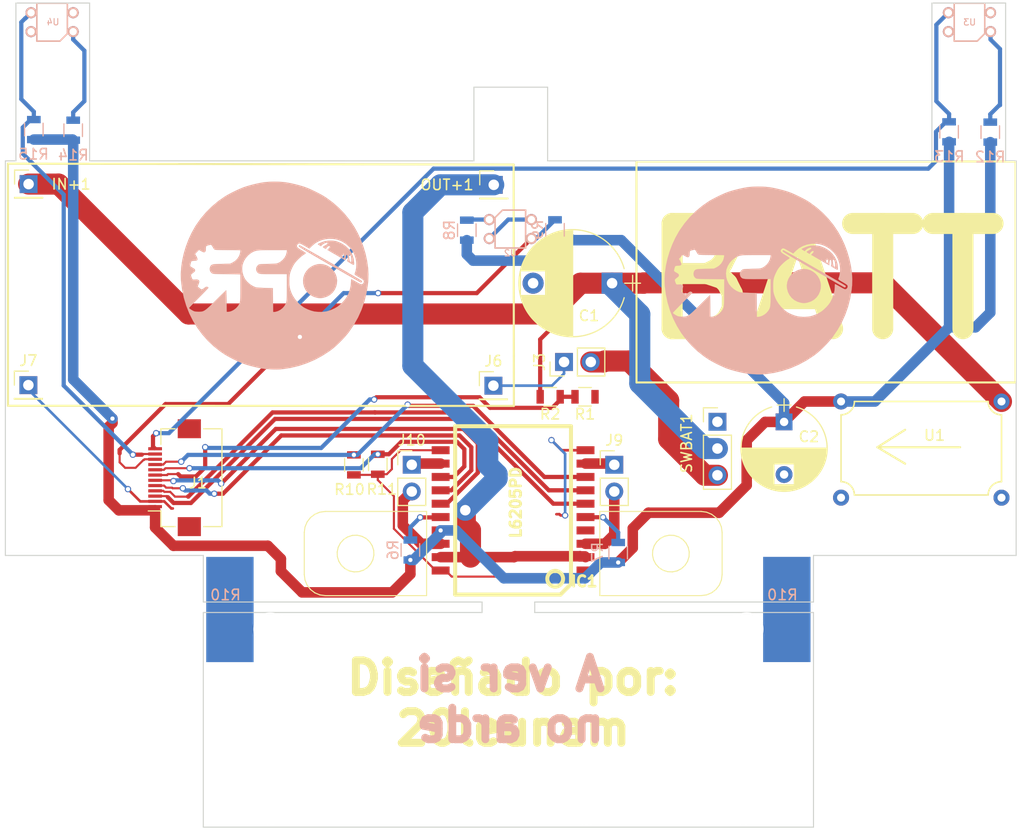
<source format=kicad_pcb>
(kicad_pcb (version 20171130) (host pcbnew "(5.0.1)-4")

  (general
    (thickness 1.6)
    (drawings 122)
    (tracks 334)
    (zones 0)
    (modules 45)
    (nets 27)
  )

  (page A4)
  (layers
    (0 F.Cu signal)
    (31 B.Cu signal)
    (32 B.Adhes user)
    (33 F.Adhes user)
    (34 B.Paste user)
    (35 F.Paste user)
    (36 B.SilkS user)
    (37 F.SilkS user)
    (38 B.Mask user)
    (39 F.Mask user)
    (40 Dwgs.User user)
    (41 Cmts.User user)
    (42 Eco1.User user)
    (43 Eco2.User user)
    (44 Edge.Cuts user)
    (45 Margin user)
    (46 B.CrtYd user)
    (47 F.CrtYd user)
    (48 B.Fab user hide)
    (49 F.Fab user hide)
  )

  (setup
    (last_trace_width 2)
    (trace_clearance 0.2)
    (zone_clearance 0.508)
    (zone_45_only no)
    (trace_min 0.2)
    (segment_width 0.2)
    (edge_width 0.15)
    (via_size 0.6)
    (via_drill 0.4)
    (via_min_size 0.4)
    (via_min_drill 0.3)
    (uvia_size 0.3)
    (uvia_drill 0.1)
    (uvias_allowed no)
    (uvia_min_size 0.2)
    (uvia_min_drill 0.1)
    (pcb_text_width 0.3)
    (pcb_text_size 1.5 1.5)
    (mod_edge_width 0.15)
    (mod_text_size 1 1)
    (mod_text_width 0.15)
    (pad_size 10 5)
    (pad_drill 0)
    (pad_to_mask_clearance 0.2)
    (solder_mask_min_width 0.25)
    (aux_axis_origin 102.08768 133.39572)
    (grid_origin 102.08768 133.39572)
    (visible_elements 7FFFFFFF)
    (pcbplotparams
      (layerselection 0x010f0_80000001)
      (usegerberextensions true)
      (usegerberattributes false)
      (usegerberadvancedattributes false)
      (creategerberjobfile false)
      (excludeedgelayer false)
      (linewidth 0.100000)
      (plotframeref false)
      (viasonmask false)
      (mode 1)
      (useauxorigin true)
      (hpglpennumber 1)
      (hpglpenspeed 20)
      (hpglpendiameter 15.000000)
      (psnegative false)
      (psa4output false)
      (plotreference true)
      (plotvalue true)
      (plotinvisibletext false)
      (padsonsilk false)
      (subtractmaskfromsilk true)
      (outputformat 1)
      (mirror false)
      (drillshape 0)
      (scaleselection 1)
      (outputdirectory "Gerbers/"))
  )

  (net 0 "")
  (net 1 GND)
  (net 2 +5V)
  (net 3 /Scentr)
  (net 4 /Sizq)
  (net 5 /CurrentA)
  (net 6 /CurrentB)
  (net 7 /AnalogBat)
  (net 8 /Sder)
  (net 9 "Net-(C1-Pad1)")
  (net 10 "Net-(IC1-Pad19)")
  (net 11 "Net-(IC1-Pad3)")
  (net 12 "Net-(IC1-Pad5)")
  (net 13 "Net-(IC1-Pad9)")
  (net 14 "Net-(IC1-Pad12)")
  (net 15 "Net-(IC1-Pad16)")
  (net 16 "Net-(IC1-Pad18)")
  (net 17 "Net-(J3-Pad2)")
  (net 18 "Net-(R8-Pad1)")
  (net 19 "Net-(R12-Pad1)")
  (net 20 "Net-(R14-Pad1)")
  (net 21 "Net-(IC1-Pad4)")
  (net 22 /PWM1A)
  (net 23 /PWM2A)
  (net 24 /PWM1B)
  (net 25 /PWM2B)
  (net 26 "Net-(SWBAT1-Pad1)")

  (net_class Default "Esta es la clase de red por defecto."
    (clearance 0.2)
    (trace_width 2)
    (via_dia 0.6)
    (via_drill 0.4)
    (uvia_dia 0.3)
    (uvia_drill 0.1)
    (add_net /AnalogBat)
    (add_net /CurrentA)
    (add_net /CurrentB)
    (add_net /PWM1A)
    (add_net /PWM1B)
    (add_net /PWM2A)
    (add_net /PWM2B)
    (add_net /Scentr)
    (add_net /Sder)
    (add_net /Sizq)
    (add_net GND)
    (add_net "Net-(C1-Pad1)")
    (add_net "Net-(IC1-Pad12)")
    (add_net "Net-(IC1-Pad16)")
    (add_net "Net-(IC1-Pad18)")
    (add_net "Net-(IC1-Pad19)")
    (add_net "Net-(IC1-Pad3)")
    (add_net "Net-(IC1-Pad4)")
    (add_net "Net-(IC1-Pad5)")
    (add_net "Net-(IC1-Pad9)")
    (add_net "Net-(J3-Pad2)")
    (add_net "Net-(R12-Pad1)")
    (add_net "Net-(R14-Pad1)")
    (add_net "Net-(R8-Pad1)")
    (add_net "Net-(SWBAT1-Pad1)")
  )

  (net_class 5v ""
    (clearance 0.2)
    (trace_width 1)
    (via_dia 0.6)
    (via_drill 0.4)
    (uvia_dia 0.3)
    (uvia_drill 0.1)
    (add_net +5V)
  )

  (module Resistors_SMD:R_0805 (layer B.Cu) (tedit 5BF1DC3B) (tstamp 5BF1DCD4)
    (at 176.34712 113.97488 270)
    (descr "Resistor SMD 0805, reflow soldering, Vishay (see dcrcw.pdf)")
    (tags "resistor 0805")
    (path /5AAD071C)
    (attr smd)
    (fp_text reference R10 (at -2.3368 0.41656 180) (layer B.SilkS)
      (effects (font (size 1 1) (thickness 0.15)) (justify mirror))
    )
    (fp_text value R (at 0 -1.75 270) (layer B.Fab)
      (effects (font (size 1 1) (thickness 0.15)) (justify mirror))
    )
    (pad 1 smd rect (at -0.95 0 270) (size 10 4.5) (layers B.Cu B.Paste B.Mask)
      (net 1 GND))
    (model ${KISYS3DMOD}/Resistors_SMD.3dshapes/R_0805.wrl
      (at (xyz 0 0 0))
      (scale (xyz 1 1 1))
      (rotate (xyz 0 0 0))
    )
  )

  (module Resistors_SMD:R_0805 (layer B.Cu) (tedit 5BF1DC3B) (tstamp 5BF1DC7C)
    (at 123.45416 113.97996 270)
    (descr "Resistor SMD 0805, reflow soldering, Vishay (see dcrcw.pdf)")
    (tags "resistor 0805")
    (path /5AAD071C)
    (attr smd)
    (fp_text reference R10 (at -2.3368 0.41656 180) (layer B.SilkS)
      (effects (font (size 1 1) (thickness 0.15)) (justify mirror))
    )
    (fp_text value R (at 0 -1.75 270) (layer B.Fab)
      (effects (font (size 1 1) (thickness 0.15)) (justify mirror))
    )
    (pad 1 smd rect (at -0.95 0 270) (size 10 4.5) (layers B.Cu B.Paste B.Mask)
      (net 1 GND))
    (model ${KISYS3DMOD}/Resistors_SMD.3dshapes/R_0805.wrl
      (at (xyz 0 0 0))
      (scale (xyz 1 1 1))
      (rotate (xyz 0 0 0))
    )
  )

  (module Mounting_Holes:MountingHole_3.2mm_M3_ISO14580 (layer F.Cu) (tedit 5BF197B1) (tstamp 5BF1D709)
    (at 195.62572 105.37952)
    (descr "Mounting Hole 3.2mm, no annular, M3, ISO14580")
    (tags "mounting hole 3.2mm no annular m3 iso14580")
    (fp_text reference "" (at 0 -3.75) (layer F.SilkS)
      (effects (font (size 1 1) (thickness 0.15)))
    )
    (fp_text value MountingHole_3.2mm_M3_ISO14580 (at 0 3.75) (layer F.Fab)
      (effects (font (size 1 1) (thickness 0.15)))
    )
    (fp_circle (center 0 0) (end 2.75 0) (layer Cmts.User) (width 0.15))
    (fp_circle (center 0 0) (end 3 0) (layer F.CrtYd) (width 0.05))
    (pad 1 np_thru_hole circle (at 0 0) (size 3.2 3.2) (drill 3.2) (layers *.Cu *.Mask))
  )

  (module Mounting_Holes:MountingHole_3.2mm_M3_ISO14580 (layer F.Cu) (tedit 5BF197B1) (tstamp 5BF1D6FD)
    (at 104.64292 105.3846)
    (descr "Mounting Hole 3.2mm, no annular, M3, ISO14580")
    (tags "mounting hole 3.2mm no annular m3 iso14580")
    (fp_text reference "" (at 0 -3.75) (layer F.SilkS)
      (effects (font (size 1 1) (thickness 0.15)))
    )
    (fp_text value MountingHole_3.2mm_M3_ISO14580 (at 0 3.75) (layer F.Fab)
      (effects (font (size 1 1) (thickness 0.15)))
    )
    (fp_circle (center 0 0) (end 2.75 0) (layer Cmts.User) (width 0.15))
    (fp_circle (center 0 0) (end 3 0) (layer F.CrtYd) (width 0.05))
    (pad 1 np_thru_hole circle (at 0 0) (size 3.2 3.2) (drill 3.2) (layers *.Cu *.Mask))
  )

  (module "Librerias manu:opr_circulo_18x18" (layer B.Cu) (tedit 0) (tstamp 5BF1A323)
    (at 127.70104 81.26984 180)
    (fp_text reference G*** (at 0 0 180) (layer B.SilkS) hide
      (effects (font (size 1.524 1.524) (thickness 0.3)) (justify mirror))
    )
    (fp_text value LOGO (at 0.75 0 180) (layer B.SilkS) hide
      (effects (font (size 1.524 1.524) (thickness 0.3)) (justify mirror))
    )
    (fp_poly (pts (xy 0.469819 8.893471) (xy 0.844889 8.866435) (xy 1.070429 8.838794) (xy 1.379843 8.784968)
      (xy 1.726302 8.711808) (xy 2.086771 8.625091) (xy 2.438219 8.530598) (xy 2.757609 8.434105)
      (xy 2.959651 8.364857) (xy 3.20104 8.26886) (xy 3.483142 8.144637) (xy 3.786256 8.001873)
      (xy 4.090683 7.850252) (xy 4.37672 7.699459) (xy 4.624669 7.559177) (xy 4.732093 7.493547)
      (xy 5.36089 7.054116) (xy 5.956003 6.555028) (xy 6.509317 6.004542) (xy 7.012712 5.410921)
      (xy 7.458074 4.782424) (xy 7.567037 4.608285) (xy 7.899128 4.009952) (xy 8.189089 3.379668)
      (xy 8.434269 2.727652) (xy 8.632018 2.064122) (xy 8.779683 1.399296) (xy 8.874615 0.743392)
      (xy 8.914162 0.106628) (xy 8.895672 -0.500778) (xy 8.894921 -0.509837) (xy 8.791881 -1.328862)
      (xy 8.623095 -2.124712) (xy 8.390574 -2.893997) (xy 8.096327 -3.633328) (xy 7.742363 -4.339316)
      (xy 7.330693 -5.008574) (xy 6.863324 -5.637712) (xy 6.342268 -6.223341) (xy 5.769533 -6.762072)
      (xy 5.147129 -7.250518) (xy 4.732093 -7.529834) (xy 4.511761 -7.660813) (xy 4.243088 -7.807344)
      (xy 3.945773 -7.959743) (xy 3.639518 -8.108326) (xy 3.344022 -8.243406) (xy 3.078985 -8.355301)
      (xy 2.959651 -8.401143) (xy 2.679878 -8.495034) (xy 2.351736 -8.591072) (xy 1.998977 -8.683306)
      (xy 1.645348 -8.765783) (xy 1.314599 -8.832552) (xy 1.09079 -8.869468) (xy 0.793867 -8.903962)
      (xy 0.463836 -8.928675) (xy 0.123033 -8.942914) (xy -0.206205 -8.945987) (xy -0.501542 -8.937201)
      (xy -0.671285 -8.924133) (xy -1.488436 -8.803138) (xy -2.288847 -8.612225) (xy -3.068731 -8.352882)
      (xy -3.8243 -8.026598) (xy -4.551765 -7.634862) (xy -5.247338 -7.179162) (xy -5.403378 -7.064736)
      (xy -5.638448 -6.87546) (xy -5.900658 -6.641852) (xy -6.175231 -6.378823) (xy -6.44739 -6.101282)
      (xy -6.702358 -5.824139) (xy -6.925358 -5.562303) (xy -7.046769 -5.406572) (xy -7.518028 -4.716286)
      (xy -7.920419 -4.003945) (xy -8.254644 -3.267693) (xy -8.521402 -2.505674) (xy -8.721393 -1.716034)
      (xy -8.855317 -0.896918) (xy -8.89253 -0.533191) (xy -8.477725 -0.533191) (xy -8.474949 -0.657159)
      (xy -8.41548 -0.769732) (xy -8.313699 -0.844829) (xy -8.303873 -0.848537) (xy -8.25821 -0.857234)
      (xy -8.201756 -0.849196) (xy -8.123134 -0.819723) (xy -8.010967 -0.764111) (xy -7.853876 -0.677656)
      (xy -7.756394 -0.622231) (xy -7.593383 -0.529853) (xy -7.453107 -0.45199) (xy -7.34739 -0.395078)
      (xy -7.288055 -0.365556) (xy -7.28004 -0.362858) (xy -7.268848 -0.396132) (xy -7.260499 -0.483929)
      (xy -7.256607 -0.60821) (xy -7.256512 -0.625929) (xy -7.225649 -0.991159) (xy -7.139237 -1.37138)
      (xy -7.004025 -1.744361) (xy -6.826765 -2.087871) (xy -6.799288 -2.131858) (xy -6.642903 -2.344291)
      (xy -6.44409 -2.567109) (xy -6.225087 -2.777751) (xy -6.008128 -2.95366) (xy -5.948173 -2.99535)
      (xy -5.691922 -3.143206) (xy -5.396815 -3.277332) (xy -5.096567 -3.383486) (xy -4.920354 -3.429503)
      (xy -4.713832 -3.460215) (xy -4.464321 -3.475884) (xy -4.19983 -3.476474) (xy -3.948374 -3.46195)
      (xy -3.737963 -3.432275) (xy -3.73193 -3.431013) (xy -3.456511 -3.355671) (xy -3.16596 -3.24737)
      (xy -2.892804 -3.11928) (xy -2.730428 -3.025575) (xy -2.438549 -2.806292) (xy -2.162262 -2.537276)
      (xy -1.916806 -2.236429) (xy -1.71742 -1.921652) (xy -1.622038 -1.723572) (xy -1.535119 -1.505818)
      (xy -1.473645 -1.321174) (xy -1.43339 -1.147438) (xy -1.410128 -0.962412) (xy -1.399635 -0.743893)
      (xy -1.397602 -0.544286) (xy -1.403674 -0.248893) (xy -1.426277 -0.001858) (xy -1.471007 0.220008)
      (xy -1.543458 0.439894) (xy -1.649228 0.68099) (xy -1.734722 0.852714) (xy -1.82974 1.024635)
      (xy -1.930472 1.174403) (xy -2.053445 1.323953) (xy -2.215185 1.495226) (xy -2.230232 1.51046)
      (xy -2.383898 1.657578) (xy -2.540068 1.793209) (xy -2.680478 1.90212) (xy -2.768359 1.959312)
      (xy -2.87289 2.024439) (xy -2.943632 2.081359) (xy -2.965159 2.117237) (xy -2.930106 2.150183)
      (xy -2.844616 2.210074) (xy -2.721559 2.288377) (xy -2.57485 2.375957) (xy -2.543791 2.394857)
      (xy -1.171251 2.394857) (xy -1.14895 2.206555) (xy -1.082894 1.943775) (xy -0.954024 1.694372)
      (xy -0.772096 1.471479) (xy -0.546868 1.28823) (xy -0.40783 1.208981) (xy -0.338829 1.17602)
      (xy -0.276188 1.150793) (xy -0.208831 1.132004) (xy -0.125683 1.118362) (xy -0.01567 1.108572)
      (xy 0.132284 1.101342) (xy 0.329253 1.095379) (xy 0.586313 1.08939) (xy 0.623393 1.088571)
      (xy 0.890917 1.082241) (xy 1.095817 1.075905) (xy 1.248034 1.068565) (xy 1.35751 1.059221)
      (xy 1.434186 1.046872) (xy 1.488002 1.030519) (xy 1.528899 1.009163) (xy 1.548679 0.995515)
      (xy 1.67825 0.861978) (xy 1.749014 0.703108) (xy 1.75845 0.534191) (xy 1.704037 0.37051)
      (xy 1.662097 0.307712) (xy 1.619815 0.25733) (xy 1.575054 0.216254) (xy 1.520328 0.183537)
      (xy 1.448148 0.15823) (xy 1.351027 0.139384) (xy 1.221476 0.126052) (xy 1.052009 0.117285)
      (xy 0.835137 0.112135) (xy 0.563373 0.109653) (xy 0.229229 0.108892) (xy 0.09188 0.108857)
      (xy -1.161143 0.108857) (xy -1.161143 -1.137233) (xy -1.160712 -1.50102) (xy -1.158684 -1.800563)
      (xy -1.153956 -2.044189) (xy -1.145424 -2.240224) (xy -1.131985 -2.396995) (xy -1.112537 -2.522828)
      (xy -1.085975 -2.626049) (xy -1.051197 -2.714985) (xy -1.007099 -2.797961) (xy -0.952578 -2.883305)
      (xy -0.924295 -2.92478) (xy -0.759284 -3.115331) (xy -0.554266 -3.276564) (xy -0.327693 -3.397685)
      (xy -0.098017 -3.467902) (xy 0.026698 -3.481002) (xy 0.144109 -3.483429) (xy 0.153698 -2.3495)
      (xy 0.163286 -1.215572) (xy 0.925286 -1.194585) (xy 1.160756 -1.1864) (xy 1.378131 -1.175665)
      (xy 1.564548 -1.163269) (xy 1.70714 -1.150096) (xy 1.793044 -1.137033) (xy 1.803569 -1.13409)
      (xy 2.083485 -1.008472) (xy 2.353518 -0.831015) (xy 2.594874 -0.616848) (xy 2.788758 -0.381099)
      (xy 2.839782 -0.299999) (xy 2.97594 -0.001281) (xy 2.999348 0.090714) (xy 3.247572 0.090714)
      (xy 3.247572 -1.161143) (xy 3.247987 -1.524472) (xy 3.250071 -1.823609) (xy 3.255083 -2.066932)
      (xy 3.264281 -2.262819) (xy 3.278924 -2.419648) (xy 3.300269 -2.545797) (xy 3.329576 -2.649645)
      (xy 3.368102 -2.73957) (xy 3.417106 -2.82395) (xy 3.477847 -2.911162) (xy 3.518659 -2.965958)
      (xy 3.674648 -3.134262) (xy 3.864325 -3.278825) (xy 4.069722 -3.389821) (xy 4.272875 -3.45742)
      (xy 4.445 -3.472665) (xy 4.553857 -3.465286) (xy 4.563494 -2.440215) (xy 4.566852 -2.175921)
      (xy 4.571565 -1.936895) (xy 4.577318 -1.732275) (xy 4.583795 -1.571201) (xy 4.590682 -1.462814)
      (xy 4.597662 -1.416254) (xy 4.598873 -1.415143) (xy 4.629604 -1.439884) (xy 4.705652 -1.510282)
      (xy 4.821102 -1.620596) (xy 4.970036 -1.765086) (xy 5.146536 -1.938014) (xy 5.344685 -2.13364)
      (xy 5.550808 -2.338489) (xy 5.823341 -2.609321) (xy 6.051679 -2.832927) (xy 6.242513 -3.013824)
      (xy 6.402535 -3.156527) (xy 6.538439 -3.26555) (xy 6.656917 -3.34541) (xy 6.764659 -3.400621)
      (xy 6.868359 -3.435699) (xy 6.974709 -3.455159) (xy 7.090401 -3.463516) (xy 7.220857 -3.465286)
      (xy 7.392956 -3.458919) (xy 7.545184 -3.441776) (xy 7.652012 -3.416798) (xy 7.656286 -3.415167)
      (xy 7.763659 -3.36489) (xy 7.881776 -3.297712) (xy 7.993097 -3.225274) (xy 8.08008 -3.159217)
      (xy 8.125186 -3.111181) (xy 8.12793 -3.102162) (xy 8.103128 -3.068959) (xy 8.03253 -2.990666)
      (xy 7.921894 -2.87327) (xy 7.776982 -2.722753) (xy 7.603553 -2.545102) (xy 7.407367 -2.346301)
      (xy 7.202715 -2.140857) (xy 6.990014 -1.92715) (xy 6.794544 -1.72858) (xy 6.622071 -1.551172)
      (xy 6.478361 -1.400951) (xy 6.36918 -1.283943) (xy 6.300296 -1.206172) (xy 6.277429 -1.174031)
      (xy 6.308066 -1.134076) (xy 6.382124 -1.095481) (xy 6.385513 -1.094278) (xy 6.450396 -1.078155)
      (xy 6.509649 -1.086836) (xy 6.584343 -1.127759) (xy 6.683894 -1.199586) (xy 6.790237 -1.273449)
      (xy 6.879908 -1.325061) (xy 6.929595 -1.342474) (xy 6.985673 -1.319988) (xy 7.073028 -1.261975)
      (xy 7.146472 -1.203135) (xy 7.307943 -1.063895) (xy 7.228115 -0.85529) (xy 7.17444 -0.701921)
      (xy 7.153677 -0.596734) (xy 7.166117 -0.523084) (xy 7.212053 -0.464324) (xy 7.235309 -0.444816)
      (xy 7.299356 -0.405904) (xy 7.37596 -0.390922) (xy 7.490606 -0.396129) (xy 7.534666 -0.400888)
      (xy 7.656695 -0.408814) (xy 7.75147 -0.403794) (xy 7.789712 -0.391887) (xy 7.826665 -0.337365)
      (xy 7.870498 -0.239214) (xy 7.91132 -0.124411) (xy 7.939235 -0.019933) (xy 7.945789 0.033678)
      (xy 7.917638 0.082427) (xy 7.844652 0.155033) (xy 7.744486 0.234385) (xy 7.636394 0.315974)
      (xy 7.577297 0.375955) (xy 7.554631 0.431152) (xy 7.554768 0.488385) (xy 7.569714 0.552623)
      (xy 7.609802 0.605674) (xy 7.689828 0.661876) (xy 7.792358 0.718644) (xy 7.90472 0.785272)
      (xy 7.98584 0.847121) (xy 8.019039 0.891363) (xy 8.019143 0.893076) (xy 8.008958 0.977732)
      (xy 7.983496 1.093153) (xy 7.950402 1.21094) (xy 7.91732 1.302694) (xy 7.900606 1.3335)
      (xy 7.843655 1.360632) (xy 7.736578 1.376493) (xy 7.6676 1.378857) (xy 7.488222 1.390225)
      (xy 7.374892 1.428111) (xy 7.324312 1.498182) (xy 7.333184 1.606108) (xy 7.39821 1.757558)
      (xy 7.421904 1.801189) (xy 7.55157 2.033054) (xy 7.368942 2.223027) (xy 7.186315 2.413)
      (xy 6.970297 2.295071) (xy 6.835103 2.224314) (xy 6.744622 2.188567) (xy 6.681557 2.185143)
      (xy 6.628607 2.211353) (xy 6.597786 2.237195) (xy 6.557713 2.294094) (xy 6.537089 2.384818)
      (xy 6.531429 2.523038) (xy 6.52395 2.6639) (xy 6.50332 2.757538) (xy 6.486072 2.78432)
      (xy 6.423684 2.81371) (xy 6.318167 2.847712) (xy 6.19792 2.878684) (xy 6.091341 2.898982)
      (xy 6.045648 2.902857) (xy 6.002782 2.872866) (xy 5.941583 2.794014) (xy 5.874881 2.682979)
      (xy 5.871216 2.676097) (xy 5.798008 2.5485) (xy 5.737151 2.47333) (xy 5.674703 2.435372)
      (xy 5.642429 2.42639) (xy 5.579759 2.420544) (xy 5.454387 2.414969) (xy 5.276185 2.409881)
      (xy 5.055022 2.405499) (xy 4.800768 2.402039) (xy 4.523295 2.399719) (xy 4.405691 2.39915)
      (xy 4.126848 2.397512) (xy 3.871891 2.394907) (xy 3.649728 2.391514) (xy 3.469266 2.387511)
      (xy 3.339412 2.383077) (xy 3.269072 2.378391) (xy 3.259124 2.376171) (xy 3.249979 2.324797)
      (xy 3.260936 2.225874) (xy 3.287524 2.100137) (xy 3.325268 1.968319) (xy 3.369694 1.851157)
      (xy 3.374793 1.840062) (xy 3.533992 1.584978) (xy 3.748556 1.373234) (xy 3.983353 1.225976)
      (xy 4.225458 1.106714) (xy 5.0428 1.088571) (xy 5.331731 1.081241) (xy 5.557388 1.072131)
      (xy 5.72907 1.05901) (xy 5.856073 1.039647) (xy 5.947694 1.011811) (xy 6.013231 0.973269)
      (xy 6.06198 0.92179) (xy 6.103239 0.855143) (xy 6.115998 0.830985) (xy 6.166221 0.662034)
      (xy 6.155363 0.487347) (xy 6.088332 0.32714) (xy 5.970037 0.201625) (xy 5.961784 0.195888)
      (xy 5.930503 0.177665) (xy 5.890745 0.16274) (xy 5.834992 0.150646) (xy 5.755727 0.140921)
      (xy 5.645432 0.133099) (xy 5.49659 0.126715) (xy 5.301682 0.121306) (xy 5.053192 0.116405)
      (xy 4.743603 0.111548) (xy 4.553857 0.108857) (xy 3.247572 0.090714) (xy 2.999348 0.090714)
      (xy 3.058298 0.322387) (xy 3.084104 0.652001) (xy 3.050601 0.968554) (xy 3.033844 1.038918)
      (xy 2.916194 1.350055) (xy 2.739263 1.641644) (xy 2.514665 1.898939) (xy 2.254015 2.107194)
      (xy 2.138941 2.175236) (xy 2.036363 2.228608) (xy 1.942319 2.272518) (xy 1.848569 2.307891)
      (xy 1.746875 2.33565) (xy 1.629 2.356721) (xy 1.486706 2.372027) (xy 1.311753 2.382493)
      (xy 1.095904 2.389043) (xy 0.830921 2.392602) (xy 0.508565 2.394094) (xy 0.185446 2.394426)
      (xy -1.171251 2.394857) (xy -2.543791 2.394857) (xy -2.373605 2.498418) (xy -2.233335 2.599548)
      (xy -2.148194 2.686329) (xy -2.112339 2.765748) (xy -2.119925 2.844789) (xy -2.141979 2.893306)
      (xy -2.213278 2.976737) (xy -2.293346 3.026309) (xy -2.339087 3.035493) (xy -2.394538 3.02847)
      (xy -2.471157 3.000546) (xy -2.5804 2.947026) (xy -2.733725 2.863215) (xy -2.844715 2.800388)
      (xy -3.300268 2.540771) (xy -3.546063 2.785685) (xy -3.859748 3.04829) (xy -4.210869 3.249237)
      (xy -4.596898 3.387448) (xy -5.015308 3.461843) (xy -5.152571 3.471847) (xy -5.564956 3.463757)
      (xy -5.946586 3.394945) (xy -6.30762 3.262125) (xy -6.658214 3.062009) (xy -6.849209 2.922903)
      (xy -7.148076 2.648251) (xy -7.387245 2.336813) (xy -7.570336 1.982929) (xy -7.696929 1.597131)
      (xy -7.746487 1.314167) (xy -7.762209 1.010506) (xy -7.744889 0.710485) (xy -7.695322 0.43844)
      (xy -7.654909 0.310365) (xy -7.62125 0.224634) (xy -7.600707 0.160902) (xy -7.600562 0.110105)
      (xy -7.628094 0.063182) (xy -7.690584 0.01107) (xy -7.795312 -0.055292) (xy -7.949558 -0.144968)
      (xy -8.082074 -0.221356) (xy -8.252915 -0.323661) (xy -8.368408 -0.402038) (xy -8.438467 -0.464301)
      (xy -8.473008 -0.518264) (xy -8.477725 -0.533191) (xy -8.89253 -0.533191) (xy -8.89492 -0.509837)
      (xy -8.914323 0.097038) (xy -8.875649 0.733427) (xy -8.781549 1.389114) (xy -8.634674 2.053881)
      (xy -8.437676 2.717508) (xy -8.193205 3.369778) (xy -7.903913 4.000474) (xy -7.57245 4.599376)
      (xy -7.567036 4.608285) (xy -7.13869 5.244762) (xy -6.650123 5.848587) (xy -6.109454 6.411501)
      (xy -5.524798 6.925243) (xy -4.904273 7.381552) (xy -4.732092 7.493547) (xy -4.511761 7.624527)
      (xy -4.243087 7.771058) (xy -3.945773 7.923457) (xy -3.639517 8.072039) (xy -3.344021 8.20712)
      (xy -3.078985 8.319015) (xy -2.95965 8.364857) (xy -2.678779 8.459112) (xy -2.348819 8.55564)
      (xy -1.992803 8.648665) (xy -1.633764 8.732406) (xy -1.294737 8.801086) (xy -1.070428 8.838794)
      (xy -0.729184 8.876886) (xy -0.342124 8.898696) (xy 0.065846 8.904224) (xy 0.469819 8.893471)) (layer B.SilkS) (width 0.01))
    (fp_poly (pts (xy -4.073071 1.0548) (xy -3.751986 0.966895) (xy -3.462653 0.821289) (xy -3.210963 0.626006)
      (xy -3.002811 0.38907) (xy -2.844088 0.118507) (xy -2.740687 -0.177659) (xy -2.698502 -0.491404)
      (xy -2.718914 -0.789215) (xy -2.809188 -1.120913) (xy -2.959166 -1.418389) (xy -3.162573 -1.675012)
      (xy -3.413138 -1.88415) (xy -3.704585 -2.039171) (xy -3.981254 -2.123749) (xy -4.16742 -2.158254)
      (xy -4.317575 -2.17055) (xy -4.464808 -2.160612) (xy -4.642205 -2.128416) (xy -4.666277 -2.123232)
      (xy -4.988586 -2.017813) (xy -5.273595 -1.85316) (xy -5.515555 -1.635391) (xy -5.708719 -1.370628)
      (xy -5.847338 -1.064988) (xy -5.915387 -0.79345) (xy -5.935449 -0.471328) (xy -5.890131 -0.161892)
      (xy -5.78623 0.128037) (xy -5.630545 0.391638) (xy -5.429876 0.622092) (xy -5.19102 0.812577)
      (xy -4.920777 0.956273) (xy -4.625944 1.046359) (xy -4.313322 1.076014) (xy -4.073071 1.0548)) (layer B.SilkS) (width 0.01))
    (fp_poly (pts (xy -2.31036 2.818174) (xy -2.294263 2.775486) (xy -2.300756 2.758285) (xy -2.326169 2.731748)
      (xy -2.373976 2.693779) (xy -2.44765 2.642279) (xy -2.550664 2.575152) (xy -2.68649 2.490299)
      (xy -2.858603 2.385624) (xy -3.070474 2.259029) (xy -3.325576 2.108417) (xy -3.627383 1.931691)
      (xy -3.979367 1.726752) (xy -4.385002 1.491504) (xy -4.84776 1.223849) (xy -5.207687 1.016)
      (xy -5.631535 0.771536) (xy -6.037937 0.537475) (xy -6.422442 0.316362) (xy -6.780594 0.110742)
      (xy -7.107942 -0.076839) (xy -7.400032 -0.243836) (xy -7.652412 -0.387703) (xy -7.860627 -0.505896)
      (xy -8.020224 -0.595868) (xy -8.126752 -0.655075) (xy -8.175755 -0.680971) (xy -8.178189 -0.681914)
      (xy -8.237553 -0.665769) (xy -8.273362 -0.634735) (xy -8.302694 -0.579169) (xy -8.272462 -0.528563)
      (xy -8.270025 -0.526131) (xy -8.226213 -0.495593) (xy -8.12554 -0.432948) (xy -7.973367 -0.341268)
      (xy -7.775054 -0.223626) (xy -7.535963 -0.083094) (xy -7.261451 0.077254) (xy -6.956882 0.254347)
      (xy -6.627613 0.445111) (xy -6.279006 0.646474) (xy -5.916421 0.855364) (xy -5.545217 1.068708)
      (xy -5.170757 1.283433) (xy -4.798398 1.496466) (xy -4.433503 1.704736) (xy -4.08143 1.905169)
      (xy -3.747541 2.094693) (xy -3.437196 2.270235) (xy -3.155754 2.428723) (xy -2.908576 2.567084)
      (xy -2.701023 2.682245) (xy -2.538454 2.771135) (xy -2.42623 2.830679) (xy -2.369711 2.857806)
      (xy -2.364306 2.859147) (xy -2.31036 2.818174)) (layer B.SilkS) (width 0.01))
    (fp_poly (pts (xy -5.066376 3.290685) (xy -4.844874 3.26262) (xy -4.770123 3.246172) (xy -4.654001 3.210929)
      (xy -4.517729 3.161805) (xy -4.377945 3.105878) (xy -4.251291 3.050226) (xy -4.154404 3.001926)
      (xy -4.103924 2.968057) (xy -4.100285 2.961248) (xy -4.12859 2.933888) (xy -4.200612 2.884454)
      (xy -4.250472 2.853695) (xy -4.400659 2.764135) (xy -4.483039 2.862038) (xy -4.565931 2.936154)
      (xy -4.679688 3.008408) (xy -4.802457 3.068206) (xy -4.912385 3.104952) (xy -4.987621 3.108053)
      (xy -4.989244 3.107465) (xy -5.038121 3.065152) (xy -5.020863 3.004615) (xy -4.940369 2.930013)
      (xy -4.810601 2.851284) (xy -4.699547 2.788388) (xy -4.617576 2.73385) (xy -4.583144 2.700433)
      (xy -4.604185 2.661919) (xy -4.671811 2.60804) (xy -4.712341 2.583344) (xy -4.816101 2.527694)
      (xy -4.872258 2.507994) (xy -4.894969 2.522084) (xy -4.898571 2.554917) (xy -4.926313 2.612119)
      (xy -4.99371 2.684083) (xy -5.077025 2.750249) (xy -5.152517 2.790058) (xy -5.174637 2.794)
      (xy -5.238797 2.771957) (xy -5.250371 2.713756) (xy -5.211162 2.631284) (xy -5.137551 2.549415)
      (xy -5.062701 2.476992) (xy -5.018859 2.427011) (xy -5.013599 2.414191) (xy -5.046929 2.393952)
      (xy -5.134895 2.342248) (xy -5.269263 2.263871) (xy -5.441802 2.163612) (xy -5.644281 2.046261)
      (xy -5.868468 1.91661) (xy -5.878285 1.910939) (xy -6.731 1.418344) (xy -6.741594 1.667446)
      (xy -6.754746 1.796464) (xy -6.640285 1.796464) (xy -6.619872 1.715829) (xy -6.572609 1.651482)
      (xy -6.531428 1.632857) (xy -6.490085 1.655201) (xy -6.466114 1.6764) (xy -6.428305 1.757924)
      (xy -6.429256 1.861394) (xy -6.466995 1.948692) (xy -6.480926 1.962687) (xy -6.532474 1.990336)
      (xy -6.576089 1.959929) (xy -6.589783 1.942052) (xy -6.630908 1.853571) (xy -6.640285 1.796464)
      (xy -6.754746 1.796464) (xy -6.757913 1.827531) (xy -6.789697 1.92162) (xy -6.83574 1.947844)
      (xy -6.894371 1.904896) (xy -6.922164 1.833173) (xy -6.937085 1.719063) (xy -6.93878 1.590845)
      (xy -6.926899 1.4768) (xy -6.901088 1.405206) (xy -6.900598 1.404606) (xy -6.887937 1.373511)
      (xy -6.908441 1.337465) (xy -6.971441 1.287863) (xy -7.086265 1.216098) (xy -7.13815 1.185482)
      (xy -7.305478 1.087777) (xy -7.419654 1.025599) (xy -7.490792 0.998923) (xy -7.529008 1.007724)
      (xy -7.544417 1.051977) (xy -7.547132 1.131657) (xy -7.546892 1.184475) (xy -7.519388 1.457976)
      (xy -7.293226 1.457976) (xy -7.290759 1.346433) (xy -7.278178 1.290692) (xy -7.248171 1.27404)
      (xy -7.213851 1.276547) (xy -7.173278 1.290516) (xy -7.143769 1.328046) (xy -7.119366 1.403595)
      (xy -7.094109 1.531624) (xy -7.083912 1.591818) (xy -7.059809 1.770015) (xy -7.058712 1.885717)
      (xy -7.082109 1.945737) (xy -7.131488 1.95689) (xy -7.16173 1.948109) (xy -7.212389 1.89401)
      (xy -7.254102 1.78376) (xy -7.282502 1.633633) (xy -7.293223 1.459904) (xy -7.293226 1.457976)
      (xy -7.519388 1.457976) (xy -7.510667 1.544685) (xy -7.407545 1.892663) (xy -7.243102 2.219958)
      (xy -7.022912 2.518119) (xy -6.752551 2.778695) (xy -6.437595 2.993234) (xy -6.309637 3.059848)
      (xy -6.14222 3.134887) (xy -5.974955 3.200929) (xy -5.833196 3.248324) (xy -5.776714 3.262658)
      (xy -5.562595 3.291201) (xy -5.315717 3.300378) (xy -5.066376 3.290685)) (layer B.SilkS) (width 0.01))
  )

  (module Resistors_SMD:R_0805 (layer F.Cu) (tedit 58E0A804) (tstamp 5AAD6633)
    (at 135.2296 99.28352 90)
    (descr "Resistor SMD 0805, reflow soldering, Vishay (see dcrcw.pdf)")
    (tags "resistor 0805")
    (path /5AAD071C)
    (attr smd)
    (fp_text reference R10 (at -2.3368 -0.41656 180) (layer F.SilkS)
      (effects (font (size 1 1) (thickness 0.15)))
    )
    (fp_text value R (at 0 1.75 90) (layer F.Fab)
      (effects (font (size 1 1) (thickness 0.15)))
    )
    (fp_text user %R (at 0 0 90) (layer F.Fab)
      (effects (font (size 0.5 0.5) (thickness 0.075)))
    )
    (fp_line (start -1 0.62) (end -1 -0.62) (layer F.Fab) (width 0.1))
    (fp_line (start 1 0.62) (end -1 0.62) (layer F.Fab) (width 0.1))
    (fp_line (start 1 -0.62) (end 1 0.62) (layer F.Fab) (width 0.1))
    (fp_line (start -1 -0.62) (end 1 -0.62) (layer F.Fab) (width 0.1))
    (fp_line (start 0.6 0.88) (end -0.6 0.88) (layer F.SilkS) (width 0.12))
    (fp_line (start -0.6 -0.88) (end 0.6 -0.88) (layer F.SilkS) (width 0.12))
    (fp_line (start -1.55 -0.9) (end 1.55 -0.9) (layer F.CrtYd) (width 0.05))
    (fp_line (start -1.55 -0.9) (end -1.55 0.9) (layer F.CrtYd) (width 0.05))
    (fp_line (start 1.55 0.9) (end 1.55 -0.9) (layer F.CrtYd) (width 0.05))
    (fp_line (start 1.55 0.9) (end -1.55 0.9) (layer F.CrtYd) (width 0.05))
    (pad 1 smd rect (at -0.95 0 90) (size 0.7 1.3) (layers F.Cu F.Paste F.Mask)
      (net 1 GND))
    (pad 2 smd rect (at 0.95 0 90) (size 0.7 1.3) (layers F.Cu F.Paste F.Mask)
      (net 5 /CurrentA))
    (model ${KISYS3DMOD}/Resistors_SMD.3dshapes/R_0805.wrl
      (at (xyz 0 0 0))
      (scale (xyz 1 1 1))
      (rotate (xyz 0 0 0))
    )
  )

  (module Mounting_Holes:MountingHole_3.2mm_M3_ISO14580 (layer F.Cu) (tedit 5BF1979C) (tstamp 5BF1473F)
    (at 127.27432 131.70916)
    (descr "Mounting Hole 3.2mm, no annular, M3, ISO14580")
    (tags "mounting hole 3.2mm no annular m3 iso14580")
    (fp_text reference "" (at 0 -3.75) (layer F.SilkS)
      (effects (font (size 1 1) (thickness 0.15)))
    )
    (fp_text value MountingHole_3.2mm_M3_ISO14580 (at 0 3.75) (layer F.Fab)
      (effects (font (size 1 1) (thickness 0.15)))
    )
    (fp_circle (center 0 0) (end 2.75 0) (layer Cmts.User) (width 0.15))
    (fp_circle (center 0 0) (end 3 0) (layer F.CrtYd) (width 0.05))
    (pad 1 np_thru_hole circle (at 0 0) (size 3.2 3.2) (drill 3.2) (layers *.Cu *.Mask))
  )

  (module Mounting_Holes:MountingHole_3.2mm_M3_ISO14580 (layer F.Cu) (tedit 5BF1979F) (tstamp 5BF1473B)
    (at 142.36192 131.70916)
    (descr "Mounting Hole 3.2mm, no annular, M3, ISO14580")
    (tags "mounting hole 3.2mm no annular m3 iso14580")
    (fp_text reference "" (at 0 -3.75) (layer F.SilkS)
      (effects (font (size 1 1) (thickness 0.15)))
    )
    (fp_text value MountingHole_3.2mm_M3_ISO14580 (at 0 3.75) (layer F.Fab)
      (effects (font (size 1 1) (thickness 0.15)))
    )
    (fp_circle (center 0 0) (end 2.75 0) (layer Cmts.User) (width 0.15))
    (fp_circle (center 0 0) (end 3 0) (layer F.CrtYd) (width 0.05))
    (pad 1 np_thru_hole circle (at 0 0) (size 3.2 3.2) (drill 3.2) (layers *.Cu *.Mask))
  )

  (module Mounting_Holes:MountingHole_3.2mm_M3_ISO14580 (layer F.Cu) (tedit 5BF197A1) (tstamp 5BF14737)
    (at 157.44952 131.71424)
    (descr "Mounting Hole 3.2mm, no annular, M3, ISO14580")
    (tags "mounting hole 3.2mm no annular m3 iso14580")
    (fp_text reference "" (at 0 -3.75) (layer F.SilkS)
      (effects (font (size 1 1) (thickness 0.15)))
    )
    (fp_text value MountingHole_3.2mm_M3_ISO14580 (at 0 3.75) (layer F.Fab)
      (effects (font (size 1 1) (thickness 0.15)))
    )
    (fp_circle (center 0 0) (end 2.75 0) (layer Cmts.User) (width 0.15))
    (fp_circle (center 0 0) (end 3 0) (layer F.CrtYd) (width 0.05))
    (pad 1 np_thru_hole circle (at 0 0) (size 3.2 3.2) (drill 3.2) (layers *.Cu *.Mask))
  )

  (module Mounting_Holes:MountingHole_3.2mm_M3_ISO14580 (layer F.Cu) (tedit 5BF197A6) (tstamp 5BF14733)
    (at 172.53712 131.71424)
    (descr "Mounting Hole 3.2mm, no annular, M3, ISO14580")
    (tags "mounting hole 3.2mm no annular m3 iso14580")
    (fp_text reference "" (at 0 -3.75) (layer F.SilkS)
      (effects (font (size 1 1) (thickness 0.15)))
    )
    (fp_text value MountingHole_3.2mm_M3_ISO14580 (at 0 3.75) (layer F.Fab)
      (effects (font (size 1 1) (thickness 0.15)))
    )
    (fp_circle (center 0 0) (end 2.75 0) (layer Cmts.User) (width 0.15))
    (fp_circle (center 0 0) (end 3 0) (layer F.CrtYd) (width 0.05))
    (pad 1 np_thru_hole circle (at 0 0) (size 3.2 3.2) (drill 3.2) (layers *.Cu *.Mask))
  )

  (module Mounting_Holes:MountingHole_3.2mm_M3_ISO14580 (layer F.Cu) (tedit 5BF197AA) (tstamp 5BF1472F)
    (at 172.53712 114.89436)
    (descr "Mounting Hole 3.2mm, no annular, M3, ISO14580")
    (tags "mounting hole 3.2mm no annular m3 iso14580")
    (fp_text reference "" (at 0 -3.75) (layer F.SilkS)
      (effects (font (size 1 1) (thickness 0.15)))
    )
    (fp_text value MountingHole_3.2mm_M3_ISO14580 (at 0 3.75) (layer F.Fab)
      (effects (font (size 1 1) (thickness 0.15)))
    )
    (fp_circle (center 0 0) (end 2.75 0) (layer Cmts.User) (width 0.15))
    (fp_circle (center 0 0) (end 3 0) (layer F.CrtYd) (width 0.05))
    (pad 1 np_thru_hole circle (at 0 0) (size 3.2 3.2) (drill 3.2) (layers *.Cu *.Mask))
  )

  (module Mounting_Holes:MountingHole_3.2mm_M3_ISO14580 (layer F.Cu) (tedit 5BF197AD) (tstamp 5BF1472B)
    (at 127.2794 114.89944)
    (descr "Mounting Hole 3.2mm, no annular, M3, ISO14580")
    (tags "mounting hole 3.2mm no annular m3 iso14580")
    (fp_text reference "" (at 0 -3.75) (layer F.SilkS)
      (effects (font (size 1 1) (thickness 0.15)))
    )
    (fp_text value MountingHole_3.2mm_M3_ISO14580 (at 0 3.75) (layer F.Fab)
      (effects (font (size 1 1) (thickness 0.15)))
    )
    (fp_circle (center 0 0) (end 2.75 0) (layer Cmts.User) (width 0.15))
    (fp_circle (center 0 0) (end 3 0) (layer F.CrtYd) (width 0.05))
    (pad 1 np_thru_hole circle (at 0 0) (size 3.2 3.2) (drill 3.2) (layers *.Cu *.Mask))
  )

  (module Mounting_Holes:MountingHole_3.2mm_M3_ISO14580 (layer F.Cu) (tedit 5BF197B6) (tstamp 5BF14727)
    (at 165.31844 107.70616)
    (descr "Mounting Hole 3.2mm, no annular, M3, ISO14580")
    (tags "mounting hole 3.2mm no annular m3 iso14580")
    (fp_text reference "" (at 0 -3.75) (layer F.SilkS)
      (effects (font (size 1 1) (thickness 0.15)))
    )
    (fp_text value MountingHole_3.2mm_M3_ISO14580 (at 0 3.75) (layer F.Fab)
      (effects (font (size 1 1) (thickness 0.15)))
    )
    (fp_circle (center 0 0) (end 2.75 0) (layer Cmts.User) (width 0.15))
    (fp_circle (center 0 0) (end 3 0) (layer F.CrtYd) (width 0.05))
    (pad 1 np_thru_hole circle (at 0 0) (size 3.2 3.2) (drill 3.2) (layers *.Cu *.Mask))
  )

  (module Mounting_Holes:MountingHole_3.2mm_M3_ISO14580 (layer F.Cu) (tedit 5BF197B1) (tstamp 5BF14723)
    (at 135.40232 107.71632)
    (descr "Mounting Hole 3.2mm, no annular, M3, ISO14580")
    (tags "mounting hole 3.2mm no annular m3 iso14580")
    (fp_text reference "" (at 0 -3.75) (layer F.SilkS)
      (effects (font (size 1 1) (thickness 0.15)))
    )
    (fp_text value MountingHole_3.2mm_M3_ISO14580 (at 0 3.75) (layer F.Fab)
      (effects (font (size 1 1) (thickness 0.15)))
    )
    (fp_circle (center 0 0) (end 2.75 0) (layer Cmts.User) (width 0.15))
    (fp_circle (center 0 0) (end 3 0) (layer F.CrtYd) (width 0.05))
    (pad 1 np_thru_hole circle (at 0 0) (size 3.2 3.2) (drill 3.2) (layers *.Cu *.Mask))
  )

  (module Mounting_Holes:MountingHole_3.2mm_M3_ISO14580 (layer F.Cu) (tedit 5BF197BC) (tstamp 5BF138C4)
    (at 150.12924 66.89344)
    (descr "Mounting Hole 3.2mm, no annular, M3, ISO14580")
    (tags "mounting hole 3.2mm no annular m3 iso14580")
    (fp_text reference "" (at 0 -3.75) (layer F.SilkS)
      (effects (font (size 1 1) (thickness 0.15)))
    )
    (fp_text value MountingHole_3.2mm_M3_ISO14580 (at 0 3.75) (layer F.Fab)
      (effects (font (size 1 1) (thickness 0.15)))
    )
    (fp_circle (center 0 0) (end 2.75 0) (layer Cmts.User) (width 0.15))
    (fp_circle (center 0 0) (end 3 0) (layer F.CrtYd) (width 0.05))
    (pad 1 np_thru_hole circle (at 0 0) (size 3.2 3.2) (drill 3.2) (layers *.Cu *.Mask))
  )

  (module Mounting_Holes:MountingHole_3.2mm_M3_ISO14580 (layer F.Cu) (tedit 5BF197C2) (tstamp 5BF137C0)
    (at 193.63436 62.41288)
    (descr "Mounting Hole 3.2mm, no annular, M3, ISO14580")
    (tags "mounting hole 3.2mm no annular m3 iso14580")
    (fp_text reference "" (at 0 -3.75) (layer F.SilkS)
      (effects (font (size 1 1) (thickness 0.15)))
    )
    (fp_text value MountingHole_3.2mm_M3_ISO14580 (at 0 3.75) (layer F.Fab)
      (effects (font (size 1 1) (thickness 0.15)))
    )
    (fp_circle (center 0 0) (end 2.75 0) (layer Cmts.User) (width 0.15))
    (fp_circle (center 0 0) (end 3 0) (layer F.CrtYd) (width 0.05))
    (pad 1 np_thru_hole circle (at 0 0) (size 3.2 3.2) (drill 3.2) (layers *.Cu *.Mask))
  )

  (module Capacitors_THT:CP_Radial_D10.0mm_P7.50mm (layer F.Cu) (tedit 597BC7C2) (tstamp 5AAD658B)
    (at 159.75076 82.0166 180)
    (descr "CP, Radial series, Radial, pin pitch=7.50mm, , diameter=10mm, Electrolytic Capacitor")
    (tags "CP Radial series Radial pin pitch 7.50mm  diameter 10mm Electrolytic Capacitor")
    (path /5AABF89D)
    (fp_text reference C1 (at 2.19456 -3.09372 180) (layer F.SilkS)
      (effects (font (size 1 1) (thickness 0.15)))
    )
    (fp_text value CP1 (at 3.75 6.31 180) (layer F.Fab)
      (effects (font (size 1 1) (thickness 0.15)))
    )
    (fp_arc (start 3.75 0) (end -1.149357 -1.38) (angle 148.5) (layer F.SilkS) (width 0.12))
    (fp_arc (start 3.75 0) (end -1.149357 1.38) (angle -148.5) (layer F.SilkS) (width 0.12))
    (fp_arc (start 3.75 0) (end 8.649357 -1.38) (angle 31.5) (layer F.SilkS) (width 0.12))
    (fp_circle (center 3.75 0) (end 8.75 0) (layer F.Fab) (width 0.1))
    (fp_line (start -2.7 0) (end -1.2 0) (layer F.Fab) (width 0.1))
    (fp_line (start -1.95 -0.75) (end -1.95 0.75) (layer F.Fab) (width 0.1))
    (fp_line (start 3.75 -5.05) (end 3.75 5.05) (layer F.SilkS) (width 0.12))
    (fp_line (start 3.79 -5.05) (end 3.79 5.05) (layer F.SilkS) (width 0.12))
    (fp_line (start 3.83 -5.05) (end 3.83 5.05) (layer F.SilkS) (width 0.12))
    (fp_line (start 3.87 -5.049) (end 3.87 5.049) (layer F.SilkS) (width 0.12))
    (fp_line (start 3.91 -5.048) (end 3.91 5.048) (layer F.SilkS) (width 0.12))
    (fp_line (start 3.95 -5.047) (end 3.95 5.047) (layer F.SilkS) (width 0.12))
    (fp_line (start 3.99 -5.045) (end 3.99 5.045) (layer F.SilkS) (width 0.12))
    (fp_line (start 4.03 -5.043) (end 4.03 5.043) (layer F.SilkS) (width 0.12))
    (fp_line (start 4.07 -5.04) (end 4.07 5.04) (layer F.SilkS) (width 0.12))
    (fp_line (start 4.11 -5.038) (end 4.11 5.038) (layer F.SilkS) (width 0.12))
    (fp_line (start 4.15 -5.035) (end 4.15 5.035) (layer F.SilkS) (width 0.12))
    (fp_line (start 4.19 -5.031) (end 4.19 5.031) (layer F.SilkS) (width 0.12))
    (fp_line (start 4.23 -5.028) (end 4.23 5.028) (layer F.SilkS) (width 0.12))
    (fp_line (start 4.27 -5.024) (end 4.27 5.024) (layer F.SilkS) (width 0.12))
    (fp_line (start 4.31 -5.02) (end 4.31 5.02) (layer F.SilkS) (width 0.12))
    (fp_line (start 4.35 -5.015) (end 4.35 5.015) (layer F.SilkS) (width 0.12))
    (fp_line (start 4.39 -5.01) (end 4.39 5.01) (layer F.SilkS) (width 0.12))
    (fp_line (start 4.43 -5.005) (end 4.43 5.005) (layer F.SilkS) (width 0.12))
    (fp_line (start 4.471 -4.999) (end 4.471 4.999) (layer F.SilkS) (width 0.12))
    (fp_line (start 4.511 -4.993) (end 4.511 4.993) (layer F.SilkS) (width 0.12))
    (fp_line (start 4.551 -4.987) (end 4.551 4.987) (layer F.SilkS) (width 0.12))
    (fp_line (start 4.591 -4.981) (end 4.591 4.981) (layer F.SilkS) (width 0.12))
    (fp_line (start 4.631 -4.974) (end 4.631 4.974) (layer F.SilkS) (width 0.12))
    (fp_line (start 4.671 -4.967) (end 4.671 4.967) (layer F.SilkS) (width 0.12))
    (fp_line (start 4.711 -4.959) (end 4.711 4.959) (layer F.SilkS) (width 0.12))
    (fp_line (start 4.751 -4.951) (end 4.751 4.951) (layer F.SilkS) (width 0.12))
    (fp_line (start 4.791 -4.943) (end 4.791 4.943) (layer F.SilkS) (width 0.12))
    (fp_line (start 4.831 -4.935) (end 4.831 4.935) (layer F.SilkS) (width 0.12))
    (fp_line (start 4.871 -4.926) (end 4.871 4.926) (layer F.SilkS) (width 0.12))
    (fp_line (start 4.911 -4.917) (end 4.911 4.917) (layer F.SilkS) (width 0.12))
    (fp_line (start 4.951 -4.907) (end 4.951 4.907) (layer F.SilkS) (width 0.12))
    (fp_line (start 4.991 -4.897) (end 4.991 4.897) (layer F.SilkS) (width 0.12))
    (fp_line (start 5.031 -4.887) (end 5.031 4.887) (layer F.SilkS) (width 0.12))
    (fp_line (start 5.071 -4.876) (end 5.071 4.876) (layer F.SilkS) (width 0.12))
    (fp_line (start 5.111 -4.865) (end 5.111 4.865) (layer F.SilkS) (width 0.12))
    (fp_line (start 5.151 -4.854) (end 5.151 4.854) (layer F.SilkS) (width 0.12))
    (fp_line (start 5.191 -4.843) (end 5.191 4.843) (layer F.SilkS) (width 0.12))
    (fp_line (start 5.231 -4.831) (end 5.231 4.831) (layer F.SilkS) (width 0.12))
    (fp_line (start 5.271 -4.818) (end 5.271 4.818) (layer F.SilkS) (width 0.12))
    (fp_line (start 5.311 -4.806) (end 5.311 4.806) (layer F.SilkS) (width 0.12))
    (fp_line (start 5.351 -4.792) (end 5.351 4.792) (layer F.SilkS) (width 0.12))
    (fp_line (start 5.391 -4.779) (end 5.391 4.779) (layer F.SilkS) (width 0.12))
    (fp_line (start 5.431 -4.765) (end 5.431 4.765) (layer F.SilkS) (width 0.12))
    (fp_line (start 5.471 -4.751) (end 5.471 4.751) (layer F.SilkS) (width 0.12))
    (fp_line (start 5.511 -4.737) (end 5.511 4.737) (layer F.SilkS) (width 0.12))
    (fp_line (start 5.551 -4.722) (end 5.551 4.722) (layer F.SilkS) (width 0.12))
    (fp_line (start 5.591 -4.706) (end 5.591 4.706) (layer F.SilkS) (width 0.12))
    (fp_line (start 5.631 -4.691) (end 5.631 4.691) (layer F.SilkS) (width 0.12))
    (fp_line (start 5.671 -4.674) (end 5.671 4.674) (layer F.SilkS) (width 0.12))
    (fp_line (start 5.711 -4.658) (end 5.711 4.658) (layer F.SilkS) (width 0.12))
    (fp_line (start 5.751 -4.641) (end 5.751 4.641) (layer F.SilkS) (width 0.12))
    (fp_line (start 5.791 -4.624) (end 5.791 4.624) (layer F.SilkS) (width 0.12))
    (fp_line (start 5.831 -4.606) (end 5.831 4.606) (layer F.SilkS) (width 0.12))
    (fp_line (start 5.871 -4.588) (end 5.871 4.588) (layer F.SilkS) (width 0.12))
    (fp_line (start 5.911 -4.569) (end 5.911 4.569) (layer F.SilkS) (width 0.12))
    (fp_line (start 5.951 -4.55) (end 5.951 4.55) (layer F.SilkS) (width 0.12))
    (fp_line (start 5.991 -4.531) (end 5.991 4.531) (layer F.SilkS) (width 0.12))
    (fp_line (start 6.031 -4.511) (end 6.031 4.511) (layer F.SilkS) (width 0.12))
    (fp_line (start 6.071 -4.491) (end 6.071 4.491) (layer F.SilkS) (width 0.12))
    (fp_line (start 6.111 -4.47) (end 6.111 4.47) (layer F.SilkS) (width 0.12))
    (fp_line (start 6.151 -4.449) (end 6.151 4.449) (layer F.SilkS) (width 0.12))
    (fp_line (start 6.191 -4.428) (end 6.191 4.428) (layer F.SilkS) (width 0.12))
    (fp_line (start 6.231 -4.405) (end 6.231 4.405) (layer F.SilkS) (width 0.12))
    (fp_line (start 6.271 -4.383) (end 6.271 4.383) (layer F.SilkS) (width 0.12))
    (fp_line (start 6.311 -4.36) (end 6.311 4.36) (layer F.SilkS) (width 0.12))
    (fp_line (start 6.351 -4.336) (end 6.351 -1.181) (layer F.SilkS) (width 0.12))
    (fp_line (start 6.351 1.181) (end 6.351 4.336) (layer F.SilkS) (width 0.12))
    (fp_line (start 6.391 -4.312) (end 6.391 -1.181) (layer F.SilkS) (width 0.12))
    (fp_line (start 6.391 1.181) (end 6.391 4.312) (layer F.SilkS) (width 0.12))
    (fp_line (start 6.431 -4.288) (end 6.431 -1.181) (layer F.SilkS) (width 0.12))
    (fp_line (start 6.431 1.181) (end 6.431 4.288) (layer F.SilkS) (width 0.12))
    (fp_line (start 6.471 -4.263) (end 6.471 -1.181) (layer F.SilkS) (width 0.12))
    (fp_line (start 6.471 1.181) (end 6.471 4.263) (layer F.SilkS) (width 0.12))
    (fp_line (start 6.511 -4.237) (end 6.511 -1.181) (layer F.SilkS) (width 0.12))
    (fp_line (start 6.511 1.181) (end 6.511 4.237) (layer F.SilkS) (width 0.12))
    (fp_line (start 6.551 -4.211) (end 6.551 -1.181) (layer F.SilkS) (width 0.12))
    (fp_line (start 6.551 1.181) (end 6.551 4.211) (layer F.SilkS) (width 0.12))
    (fp_line (start 6.591 -4.185) (end 6.591 -1.181) (layer F.SilkS) (width 0.12))
    (fp_line (start 6.591 1.181) (end 6.591 4.185) (layer F.SilkS) (width 0.12))
    (fp_line (start 6.631 -4.157) (end 6.631 -1.181) (layer F.SilkS) (width 0.12))
    (fp_line (start 6.631 1.181) (end 6.631 4.157) (layer F.SilkS) (width 0.12))
    (fp_line (start 6.671 -4.13) (end 6.671 -1.181) (layer F.SilkS) (width 0.12))
    (fp_line (start 6.671 1.181) (end 6.671 4.13) (layer F.SilkS) (width 0.12))
    (fp_line (start 6.711 -4.101) (end 6.711 -1.181) (layer F.SilkS) (width 0.12))
    (fp_line (start 6.711 1.181) (end 6.711 4.101) (layer F.SilkS) (width 0.12))
    (fp_line (start 6.751 -4.072) (end 6.751 -1.181) (layer F.SilkS) (width 0.12))
    (fp_line (start 6.751 1.181) (end 6.751 4.072) (layer F.SilkS) (width 0.12))
    (fp_line (start 6.791 -4.043) (end 6.791 -1.181) (layer F.SilkS) (width 0.12))
    (fp_line (start 6.791 1.181) (end 6.791 4.043) (layer F.SilkS) (width 0.12))
    (fp_line (start 6.831 -4.013) (end 6.831 -1.181) (layer F.SilkS) (width 0.12))
    (fp_line (start 6.831 1.181) (end 6.831 4.013) (layer F.SilkS) (width 0.12))
    (fp_line (start 6.871 -3.982) (end 6.871 -1.181) (layer F.SilkS) (width 0.12))
    (fp_line (start 6.871 1.181) (end 6.871 3.982) (layer F.SilkS) (width 0.12))
    (fp_line (start 6.911 -3.951) (end 6.911 -1.181) (layer F.SilkS) (width 0.12))
    (fp_line (start 6.911 1.181) (end 6.911 3.951) (layer F.SilkS) (width 0.12))
    (fp_line (start 6.951 -3.919) (end 6.951 -1.181) (layer F.SilkS) (width 0.12))
    (fp_line (start 6.951 1.181) (end 6.951 3.919) (layer F.SilkS) (width 0.12))
    (fp_line (start 6.991 -3.886) (end 6.991 -1.181) (layer F.SilkS) (width 0.12))
    (fp_line (start 6.991 1.181) (end 6.991 3.886) (layer F.SilkS) (width 0.12))
    (fp_line (start 7.031 -3.853) (end 7.031 -1.181) (layer F.SilkS) (width 0.12))
    (fp_line (start 7.031 1.181) (end 7.031 3.853) (layer F.SilkS) (width 0.12))
    (fp_line (start 7.071 -3.819) (end 7.071 -1.181) (layer F.SilkS) (width 0.12))
    (fp_line (start 7.071 1.181) (end 7.071 3.819) (layer F.SilkS) (width 0.12))
    (fp_line (start 7.111 -3.784) (end 7.111 -1.181) (layer F.SilkS) (width 0.12))
    (fp_line (start 7.111 1.181) (end 7.111 3.784) (layer F.SilkS) (width 0.12))
    (fp_line (start 7.151 -3.748) (end 7.151 -1.181) (layer F.SilkS) (width 0.12))
    (fp_line (start 7.151 1.181) (end 7.151 3.748) (layer F.SilkS) (width 0.12))
    (fp_line (start 7.191 -3.712) (end 7.191 -1.181) (layer F.SilkS) (width 0.12))
    (fp_line (start 7.191 1.181) (end 7.191 3.712) (layer F.SilkS) (width 0.12))
    (fp_line (start 7.231 -3.675) (end 7.231 -1.181) (layer F.SilkS) (width 0.12))
    (fp_line (start 7.231 1.181) (end 7.231 3.675) (layer F.SilkS) (width 0.12))
    (fp_line (start 7.271 -3.637) (end 7.271 -1.181) (layer F.SilkS) (width 0.12))
    (fp_line (start 7.271 1.181) (end 7.271 3.637) (layer F.SilkS) (width 0.12))
    (fp_line (start 7.311 -3.598) (end 7.311 -1.181) (layer F.SilkS) (width 0.12))
    (fp_line (start 7.311 1.181) (end 7.311 3.598) (layer F.SilkS) (width 0.12))
    (fp_line (start 7.351 -3.559) (end 7.351 -1.181) (layer F.SilkS) (width 0.12))
    (fp_line (start 7.351 1.181) (end 7.351 3.559) (layer F.SilkS) (width 0.12))
    (fp_line (start 7.391 -3.518) (end 7.391 -1.181) (layer F.SilkS) (width 0.12))
    (fp_line (start 7.391 1.181) (end 7.391 3.518) (layer F.SilkS) (width 0.12))
    (fp_line (start 7.431 -3.477) (end 7.431 -1.181) (layer F.SilkS) (width 0.12))
    (fp_line (start 7.431 1.181) (end 7.431 3.477) (layer F.SilkS) (width 0.12))
    (fp_line (start 7.471 -3.435) (end 7.471 -1.181) (layer F.SilkS) (width 0.12))
    (fp_line (start 7.471 1.181) (end 7.471 3.435) (layer F.SilkS) (width 0.12))
    (fp_line (start 7.511 -3.391) (end 7.511 -1.181) (layer F.SilkS) (width 0.12))
    (fp_line (start 7.511 1.181) (end 7.511 3.391) (layer F.SilkS) (width 0.12))
    (fp_line (start 7.551 -3.347) (end 7.551 -1.181) (layer F.SilkS) (width 0.12))
    (fp_line (start 7.551 1.181) (end 7.551 3.347) (layer F.SilkS) (width 0.12))
    (fp_line (start 7.591 -3.302) (end 7.591 -1.181) (layer F.SilkS) (width 0.12))
    (fp_line (start 7.591 1.181) (end 7.591 3.302) (layer F.SilkS) (width 0.12))
    (fp_line (start 7.631 -3.255) (end 7.631 -1.181) (layer F.SilkS) (width 0.12))
    (fp_line (start 7.631 1.181) (end 7.631 3.255) (layer F.SilkS) (width 0.12))
    (fp_line (start 7.671 -3.207) (end 7.671 -1.181) (layer F.SilkS) (width 0.12))
    (fp_line (start 7.671 1.181) (end 7.671 3.207) (layer F.SilkS) (width 0.12))
    (fp_line (start 7.711 -3.158) (end 7.711 -1.181) (layer F.SilkS) (width 0.12))
    (fp_line (start 7.711 1.181) (end 7.711 3.158) (layer F.SilkS) (width 0.12))
    (fp_line (start 7.751 -3.108) (end 7.751 -1.181) (layer F.SilkS) (width 0.12))
    (fp_line (start 7.751 1.181) (end 7.751 3.108) (layer F.SilkS) (width 0.12))
    (fp_line (start 7.791 -3.057) (end 7.791 -1.181) (layer F.SilkS) (width 0.12))
    (fp_line (start 7.791 1.181) (end 7.791 3.057) (layer F.SilkS) (width 0.12))
    (fp_line (start 7.831 -3.004) (end 7.831 -1.181) (layer F.SilkS) (width 0.12))
    (fp_line (start 7.831 1.181) (end 7.831 3.004) (layer F.SilkS) (width 0.12))
    (fp_line (start 7.871 -2.949) (end 7.871 -1.181) (layer F.SilkS) (width 0.12))
    (fp_line (start 7.871 1.181) (end 7.871 2.949) (layer F.SilkS) (width 0.12))
    (fp_line (start 7.911 -2.894) (end 7.911 -1.181) (layer F.SilkS) (width 0.12))
    (fp_line (start 7.911 1.181) (end 7.911 2.894) (layer F.SilkS) (width 0.12))
    (fp_line (start 7.951 -2.836) (end 7.951 -1.181) (layer F.SilkS) (width 0.12))
    (fp_line (start 7.951 1.181) (end 7.951 2.836) (layer F.SilkS) (width 0.12))
    (fp_line (start 7.991 -2.777) (end 7.991 -1.181) (layer F.SilkS) (width 0.12))
    (fp_line (start 7.991 1.181) (end 7.991 2.777) (layer F.SilkS) (width 0.12))
    (fp_line (start 8.031 -2.715) (end 8.031 -1.181) (layer F.SilkS) (width 0.12))
    (fp_line (start 8.031 1.181) (end 8.031 2.715) (layer F.SilkS) (width 0.12))
    (fp_line (start 8.071 -2.652) (end 8.071 -1.181) (layer F.SilkS) (width 0.12))
    (fp_line (start 8.071 1.181) (end 8.071 2.652) (layer F.SilkS) (width 0.12))
    (fp_line (start 8.111 -2.587) (end 8.111 -1.181) (layer F.SilkS) (width 0.12))
    (fp_line (start 8.111 1.181) (end 8.111 2.587) (layer F.SilkS) (width 0.12))
    (fp_line (start 8.151 -2.519) (end 8.151 -1.181) (layer F.SilkS) (width 0.12))
    (fp_line (start 8.151 1.181) (end 8.151 2.519) (layer F.SilkS) (width 0.12))
    (fp_line (start 8.191 -2.449) (end 8.191 -1.181) (layer F.SilkS) (width 0.12))
    (fp_line (start 8.191 1.181) (end 8.191 2.449) (layer F.SilkS) (width 0.12))
    (fp_line (start 8.231 -2.377) (end 8.231 -1.181) (layer F.SilkS) (width 0.12))
    (fp_line (start 8.231 1.181) (end 8.231 2.377) (layer F.SilkS) (width 0.12))
    (fp_line (start 8.271 -2.301) (end 8.271 -1.181) (layer F.SilkS) (width 0.12))
    (fp_line (start 8.271 1.181) (end 8.271 2.301) (layer F.SilkS) (width 0.12))
    (fp_line (start 8.311 -2.222) (end 8.311 -1.181) (layer F.SilkS) (width 0.12))
    (fp_line (start 8.311 1.181) (end 8.311 2.222) (layer F.SilkS) (width 0.12))
    (fp_line (start 8.351 -2.14) (end 8.351 -1.181) (layer F.SilkS) (width 0.12))
    (fp_line (start 8.351 1.181) (end 8.351 2.14) (layer F.SilkS) (width 0.12))
    (fp_line (start 8.391 -2.053) (end 8.391 -1.181) (layer F.SilkS) (width 0.12))
    (fp_line (start 8.391 1.181) (end 8.391 2.053) (layer F.SilkS) (width 0.12))
    (fp_line (start 8.431 -1.962) (end 8.431 -1.181) (layer F.SilkS) (width 0.12))
    (fp_line (start 8.431 1.181) (end 8.431 1.962) (layer F.SilkS) (width 0.12))
    (fp_line (start 8.471 -1.866) (end 8.471 -1.181) (layer F.SilkS) (width 0.12))
    (fp_line (start 8.471 1.181) (end 8.471 1.866) (layer F.SilkS) (width 0.12))
    (fp_line (start 8.511 -1.763) (end 8.511 -1.181) (layer F.SilkS) (width 0.12))
    (fp_line (start 8.511 1.181) (end 8.511 1.763) (layer F.SilkS) (width 0.12))
    (fp_line (start 8.551 -1.654) (end 8.551 -1.181) (layer F.SilkS) (width 0.12))
    (fp_line (start 8.551 1.181) (end 8.551 1.654) (layer F.SilkS) (width 0.12))
    (fp_line (start 8.591 -1.536) (end 8.591 -1.181) (layer F.SilkS) (width 0.12))
    (fp_line (start 8.591 1.181) (end 8.591 1.536) (layer F.SilkS) (width 0.12))
    (fp_line (start 8.631 -1.407) (end 8.631 -1.181) (layer F.SilkS) (width 0.12))
    (fp_line (start 8.631 1.181) (end 8.631 1.407) (layer F.SilkS) (width 0.12))
    (fp_line (start 8.671 -1.265) (end 8.671 -1.181) (layer F.SilkS) (width 0.12))
    (fp_line (start 8.671 1.181) (end 8.671 1.265) (layer F.SilkS) (width 0.12))
    (fp_line (start 8.711 -1.104) (end 8.711 1.104) (layer F.SilkS) (width 0.12))
    (fp_line (start 8.751 -0.913) (end 8.751 0.913) (layer F.SilkS) (width 0.12))
    (fp_line (start 8.791 -0.672) (end 8.791 0.672) (layer F.SilkS) (width 0.12))
    (fp_line (start 8.831 -0.279) (end 8.831 0.279) (layer F.SilkS) (width 0.12))
    (fp_line (start -2.7 0) (end -1.2 0) (layer F.SilkS) (width 0.12))
    (fp_line (start -1.95 -0.75) (end -1.95 0.75) (layer F.SilkS) (width 0.12))
    (fp_line (start -1.6 -5.35) (end -1.6 5.35) (layer F.CrtYd) (width 0.05))
    (fp_line (start -1.6 5.35) (end 9.1 5.35) (layer F.CrtYd) (width 0.05))
    (fp_line (start 9.1 5.35) (end 9.1 -5.35) (layer F.CrtYd) (width 0.05))
    (fp_line (start 9.1 -5.35) (end -1.6 -5.35) (layer F.CrtYd) (width 0.05))
    (fp_text user %R (at 3.75 0 180) (layer F.Fab)
      (effects (font (size 1 1) (thickness 0.15)))
    )
    (pad 1 thru_hole rect (at 0 0 180) (size 2 2) (drill 1) (layers *.Cu *.Mask)
      (net 9 "Net-(C1-Pad1)"))
    (pad 2 thru_hole circle (at 7.5 0 180) (size 2 2) (drill 1) (layers *.Cu *.Mask)
      (net 1 GND))
    (model ${KISYS3DMOD}/Capacitors_THT.3dshapes/CP_Radial_D10.0mm_P7.50mm.wrl
      (at (xyz 0 0 0))
      (scale (xyz 1 1 1))
      (rotate (xyz 0 0 0))
    )
  )

  (module Capacitors_THT:CP_Radial_D8.0mm_P5.00mm (layer F.Cu) (tedit 597BC7C2) (tstamp 5AAD6591)
    (at 176.08804 95.1992 270)
    (descr "CP, Radial series, Radial, pin pitch=5.00mm, , diameter=8mm, Electrolytic Capacitor")
    (tags "CP Radial series Radial pin pitch 5.00mm  diameter 8mm Electrolytic Capacitor")
    (path /5AABF94B)
    (fp_text reference C2 (at 1.40716 -2.35712) (layer F.SilkS)
      (effects (font (size 1 1) (thickness 0.15)))
    )
    (fp_text value CP1 (at 2.5 5.31 270) (layer F.Fab)
      (effects (font (size 1 1) (thickness 0.15)))
    )
    (fp_arc (start 2.5 0) (end -1.416082 -1.18) (angle 146.5) (layer F.SilkS) (width 0.12))
    (fp_arc (start 2.5 0) (end -1.416082 1.18) (angle -146.5) (layer F.SilkS) (width 0.12))
    (fp_arc (start 2.5 0) (end 6.416082 -1.18) (angle 33.5) (layer F.SilkS) (width 0.12))
    (fp_circle (center 2.5 0) (end 6.5 0) (layer F.Fab) (width 0.1))
    (fp_line (start -2.2 0) (end -1 0) (layer F.Fab) (width 0.1))
    (fp_line (start -1.6 -0.65) (end -1.6 0.65) (layer F.Fab) (width 0.1))
    (fp_line (start 2.5 -4.05) (end 2.5 4.05) (layer F.SilkS) (width 0.12))
    (fp_line (start 2.54 -4.05) (end 2.54 4.05) (layer F.SilkS) (width 0.12))
    (fp_line (start 2.58 -4.05) (end 2.58 4.05) (layer F.SilkS) (width 0.12))
    (fp_line (start 2.62 -4.049) (end 2.62 4.049) (layer F.SilkS) (width 0.12))
    (fp_line (start 2.66 -4.047) (end 2.66 4.047) (layer F.SilkS) (width 0.12))
    (fp_line (start 2.7 -4.046) (end 2.7 4.046) (layer F.SilkS) (width 0.12))
    (fp_line (start 2.74 -4.043) (end 2.74 4.043) (layer F.SilkS) (width 0.12))
    (fp_line (start 2.78 -4.041) (end 2.78 4.041) (layer F.SilkS) (width 0.12))
    (fp_line (start 2.82 -4.038) (end 2.82 4.038) (layer F.SilkS) (width 0.12))
    (fp_line (start 2.86 -4.035) (end 2.86 4.035) (layer F.SilkS) (width 0.12))
    (fp_line (start 2.9 -4.031) (end 2.9 4.031) (layer F.SilkS) (width 0.12))
    (fp_line (start 2.94 -4.027) (end 2.94 4.027) (layer F.SilkS) (width 0.12))
    (fp_line (start 2.98 -4.022) (end 2.98 4.022) (layer F.SilkS) (width 0.12))
    (fp_line (start 3.02 -4.017) (end 3.02 4.017) (layer F.SilkS) (width 0.12))
    (fp_line (start 3.06 -4.012) (end 3.06 4.012) (layer F.SilkS) (width 0.12))
    (fp_line (start 3.1 -4.006) (end 3.1 4.006) (layer F.SilkS) (width 0.12))
    (fp_line (start 3.14 -4) (end 3.14 4) (layer F.SilkS) (width 0.12))
    (fp_line (start 3.18 -3.994) (end 3.18 3.994) (layer F.SilkS) (width 0.12))
    (fp_line (start 3.221 -3.987) (end 3.221 3.987) (layer F.SilkS) (width 0.12))
    (fp_line (start 3.261 -3.979) (end 3.261 3.979) (layer F.SilkS) (width 0.12))
    (fp_line (start 3.301 -3.971) (end 3.301 3.971) (layer F.SilkS) (width 0.12))
    (fp_line (start 3.341 -3.963) (end 3.341 3.963) (layer F.SilkS) (width 0.12))
    (fp_line (start 3.381 -3.955) (end 3.381 3.955) (layer F.SilkS) (width 0.12))
    (fp_line (start 3.421 -3.946) (end 3.421 3.946) (layer F.SilkS) (width 0.12))
    (fp_line (start 3.461 -3.936) (end 3.461 3.936) (layer F.SilkS) (width 0.12))
    (fp_line (start 3.501 -3.926) (end 3.501 3.926) (layer F.SilkS) (width 0.12))
    (fp_line (start 3.541 -3.916) (end 3.541 3.916) (layer F.SilkS) (width 0.12))
    (fp_line (start 3.581 -3.905) (end 3.581 3.905) (layer F.SilkS) (width 0.12))
    (fp_line (start 3.621 -3.894) (end 3.621 3.894) (layer F.SilkS) (width 0.12))
    (fp_line (start 3.661 -3.883) (end 3.661 3.883) (layer F.SilkS) (width 0.12))
    (fp_line (start 3.701 -3.87) (end 3.701 3.87) (layer F.SilkS) (width 0.12))
    (fp_line (start 3.741 -3.858) (end 3.741 3.858) (layer F.SilkS) (width 0.12))
    (fp_line (start 3.781 -3.845) (end 3.781 3.845) (layer F.SilkS) (width 0.12))
    (fp_line (start 3.821 -3.832) (end 3.821 3.832) (layer F.SilkS) (width 0.12))
    (fp_line (start 3.861 -3.818) (end 3.861 3.818) (layer F.SilkS) (width 0.12))
    (fp_line (start 3.901 -3.803) (end 3.901 3.803) (layer F.SilkS) (width 0.12))
    (fp_line (start 3.941 -3.789) (end 3.941 3.789) (layer F.SilkS) (width 0.12))
    (fp_line (start 3.981 -3.773) (end 3.981 3.773) (layer F.SilkS) (width 0.12))
    (fp_line (start 4.021 -3.758) (end 4.021 -0.98) (layer F.SilkS) (width 0.12))
    (fp_line (start 4.021 0.98) (end 4.021 3.758) (layer F.SilkS) (width 0.12))
    (fp_line (start 4.061 -3.741) (end 4.061 -0.98) (layer F.SilkS) (width 0.12))
    (fp_line (start 4.061 0.98) (end 4.061 3.741) (layer F.SilkS) (width 0.12))
    (fp_line (start 4.101 -3.725) (end 4.101 -0.98) (layer F.SilkS) (width 0.12))
    (fp_line (start 4.101 0.98) (end 4.101 3.725) (layer F.SilkS) (width 0.12))
    (fp_line (start 4.141 -3.707) (end 4.141 -0.98) (layer F.SilkS) (width 0.12))
    (fp_line (start 4.141 0.98) (end 4.141 3.707) (layer F.SilkS) (width 0.12))
    (fp_line (start 4.181 -3.69) (end 4.181 -0.98) (layer F.SilkS) (width 0.12))
    (fp_line (start 4.181 0.98) (end 4.181 3.69) (layer F.SilkS) (width 0.12))
    (fp_line (start 4.221 -3.671) (end 4.221 -0.98) (layer F.SilkS) (width 0.12))
    (fp_line (start 4.221 0.98) (end 4.221 3.671) (layer F.SilkS) (width 0.12))
    (fp_line (start 4.261 -3.652) (end 4.261 -0.98) (layer F.SilkS) (width 0.12))
    (fp_line (start 4.261 0.98) (end 4.261 3.652) (layer F.SilkS) (width 0.12))
    (fp_line (start 4.301 -3.633) (end 4.301 -0.98) (layer F.SilkS) (width 0.12))
    (fp_line (start 4.301 0.98) (end 4.301 3.633) (layer F.SilkS) (width 0.12))
    (fp_line (start 4.341 -3.613) (end 4.341 -0.98) (layer F.SilkS) (width 0.12))
    (fp_line (start 4.341 0.98) (end 4.341 3.613) (layer F.SilkS) (width 0.12))
    (fp_line (start 4.381 -3.593) (end 4.381 -0.98) (layer F.SilkS) (width 0.12))
    (fp_line (start 4.381 0.98) (end 4.381 3.593) (layer F.SilkS) (width 0.12))
    (fp_line (start 4.421 -3.572) (end 4.421 -0.98) (layer F.SilkS) (width 0.12))
    (fp_line (start 4.421 0.98) (end 4.421 3.572) (layer F.SilkS) (width 0.12))
    (fp_line (start 4.461 -3.55) (end 4.461 -0.98) (layer F.SilkS) (width 0.12))
    (fp_line (start 4.461 0.98) (end 4.461 3.55) (layer F.SilkS) (width 0.12))
    (fp_line (start 4.501 -3.528) (end 4.501 -0.98) (layer F.SilkS) (width 0.12))
    (fp_line (start 4.501 0.98) (end 4.501 3.528) (layer F.SilkS) (width 0.12))
    (fp_line (start 4.541 -3.505) (end 4.541 -0.98) (layer F.SilkS) (width 0.12))
    (fp_line (start 4.541 0.98) (end 4.541 3.505) (layer F.SilkS) (width 0.12))
    (fp_line (start 4.581 -3.482) (end 4.581 -0.98) (layer F.SilkS) (width 0.12))
    (fp_line (start 4.581 0.98) (end 4.581 3.482) (layer F.SilkS) (width 0.12))
    (fp_line (start 4.621 -3.458) (end 4.621 -0.98) (layer F.SilkS) (width 0.12))
    (fp_line (start 4.621 0.98) (end 4.621 3.458) (layer F.SilkS) (width 0.12))
    (fp_line (start 4.661 -3.434) (end 4.661 -0.98) (layer F.SilkS) (width 0.12))
    (fp_line (start 4.661 0.98) (end 4.661 3.434) (layer F.SilkS) (width 0.12))
    (fp_line (start 4.701 -3.408) (end 4.701 -0.98) (layer F.SilkS) (width 0.12))
    (fp_line (start 4.701 0.98) (end 4.701 3.408) (layer F.SilkS) (width 0.12))
    (fp_line (start 4.741 -3.383) (end 4.741 -0.98) (layer F.SilkS) (width 0.12))
    (fp_line (start 4.741 0.98) (end 4.741 3.383) (layer F.SilkS) (width 0.12))
    (fp_line (start 4.781 -3.356) (end 4.781 -0.98) (layer F.SilkS) (width 0.12))
    (fp_line (start 4.781 0.98) (end 4.781 3.356) (layer F.SilkS) (width 0.12))
    (fp_line (start 4.821 -3.329) (end 4.821 -0.98) (layer F.SilkS) (width 0.12))
    (fp_line (start 4.821 0.98) (end 4.821 3.329) (layer F.SilkS) (width 0.12))
    (fp_line (start 4.861 -3.301) (end 4.861 -0.98) (layer F.SilkS) (width 0.12))
    (fp_line (start 4.861 0.98) (end 4.861 3.301) (layer F.SilkS) (width 0.12))
    (fp_line (start 4.901 -3.272) (end 4.901 -0.98) (layer F.SilkS) (width 0.12))
    (fp_line (start 4.901 0.98) (end 4.901 3.272) (layer F.SilkS) (width 0.12))
    (fp_line (start 4.941 -3.243) (end 4.941 -0.98) (layer F.SilkS) (width 0.12))
    (fp_line (start 4.941 0.98) (end 4.941 3.243) (layer F.SilkS) (width 0.12))
    (fp_line (start 4.981 -3.213) (end 4.981 -0.98) (layer F.SilkS) (width 0.12))
    (fp_line (start 4.981 0.98) (end 4.981 3.213) (layer F.SilkS) (width 0.12))
    (fp_line (start 5.021 -3.182) (end 5.021 -0.98) (layer F.SilkS) (width 0.12))
    (fp_line (start 5.021 0.98) (end 5.021 3.182) (layer F.SilkS) (width 0.12))
    (fp_line (start 5.061 -3.15) (end 5.061 -0.98) (layer F.SilkS) (width 0.12))
    (fp_line (start 5.061 0.98) (end 5.061 3.15) (layer F.SilkS) (width 0.12))
    (fp_line (start 5.101 -3.118) (end 5.101 -0.98) (layer F.SilkS) (width 0.12))
    (fp_line (start 5.101 0.98) (end 5.101 3.118) (layer F.SilkS) (width 0.12))
    (fp_line (start 5.141 -3.084) (end 5.141 -0.98) (layer F.SilkS) (width 0.12))
    (fp_line (start 5.141 0.98) (end 5.141 3.084) (layer F.SilkS) (width 0.12))
    (fp_line (start 5.181 -3.05) (end 5.181 -0.98) (layer F.SilkS) (width 0.12))
    (fp_line (start 5.181 0.98) (end 5.181 3.05) (layer F.SilkS) (width 0.12))
    (fp_line (start 5.221 -3.015) (end 5.221 -0.98) (layer F.SilkS) (width 0.12))
    (fp_line (start 5.221 0.98) (end 5.221 3.015) (layer F.SilkS) (width 0.12))
    (fp_line (start 5.261 -2.979) (end 5.261 -0.98) (layer F.SilkS) (width 0.12))
    (fp_line (start 5.261 0.98) (end 5.261 2.979) (layer F.SilkS) (width 0.12))
    (fp_line (start 5.301 -2.942) (end 5.301 -0.98) (layer F.SilkS) (width 0.12))
    (fp_line (start 5.301 0.98) (end 5.301 2.942) (layer F.SilkS) (width 0.12))
    (fp_line (start 5.341 -2.904) (end 5.341 -0.98) (layer F.SilkS) (width 0.12))
    (fp_line (start 5.341 0.98) (end 5.341 2.904) (layer F.SilkS) (width 0.12))
    (fp_line (start 5.381 -2.865) (end 5.381 -0.98) (layer F.SilkS) (width 0.12))
    (fp_line (start 5.381 0.98) (end 5.381 2.865) (layer F.SilkS) (width 0.12))
    (fp_line (start 5.421 -2.824) (end 5.421 -0.98) (layer F.SilkS) (width 0.12))
    (fp_line (start 5.421 0.98) (end 5.421 2.824) (layer F.SilkS) (width 0.12))
    (fp_line (start 5.461 -2.783) (end 5.461 -0.98) (layer F.SilkS) (width 0.12))
    (fp_line (start 5.461 0.98) (end 5.461 2.783) (layer F.SilkS) (width 0.12))
    (fp_line (start 5.501 -2.74) (end 5.501 -0.98) (layer F.SilkS) (width 0.12))
    (fp_line (start 5.501 0.98) (end 5.501 2.74) (layer F.SilkS) (width 0.12))
    (fp_line (start 5.541 -2.697) (end 5.541 -0.98) (layer F.SilkS) (width 0.12))
    (fp_line (start 5.541 0.98) (end 5.541 2.697) (layer F.SilkS) (width 0.12))
    (fp_line (start 5.581 -2.652) (end 5.581 -0.98) (layer F.SilkS) (width 0.12))
    (fp_line (start 5.581 0.98) (end 5.581 2.652) (layer F.SilkS) (width 0.12))
    (fp_line (start 5.621 -2.605) (end 5.621 -0.98) (layer F.SilkS) (width 0.12))
    (fp_line (start 5.621 0.98) (end 5.621 2.605) (layer F.SilkS) (width 0.12))
    (fp_line (start 5.661 -2.557) (end 5.661 -0.98) (layer F.SilkS) (width 0.12))
    (fp_line (start 5.661 0.98) (end 5.661 2.557) (layer F.SilkS) (width 0.12))
    (fp_line (start 5.701 -2.508) (end 5.701 -0.98) (layer F.SilkS) (width 0.12))
    (fp_line (start 5.701 0.98) (end 5.701 2.508) (layer F.SilkS) (width 0.12))
    (fp_line (start 5.741 -2.457) (end 5.741 -0.98) (layer F.SilkS) (width 0.12))
    (fp_line (start 5.741 0.98) (end 5.741 2.457) (layer F.SilkS) (width 0.12))
    (fp_line (start 5.781 -2.404) (end 5.781 -0.98) (layer F.SilkS) (width 0.12))
    (fp_line (start 5.781 0.98) (end 5.781 2.404) (layer F.SilkS) (width 0.12))
    (fp_line (start 5.821 -2.349) (end 5.821 -0.98) (layer F.SilkS) (width 0.12))
    (fp_line (start 5.821 0.98) (end 5.821 2.349) (layer F.SilkS) (width 0.12))
    (fp_line (start 5.861 -2.293) (end 5.861 -0.98) (layer F.SilkS) (width 0.12))
    (fp_line (start 5.861 0.98) (end 5.861 2.293) (layer F.SilkS) (width 0.12))
    (fp_line (start 5.901 -2.234) (end 5.901 -0.98) (layer F.SilkS) (width 0.12))
    (fp_line (start 5.901 0.98) (end 5.901 2.234) (layer F.SilkS) (width 0.12))
    (fp_line (start 5.941 -2.173) (end 5.941 -0.98) (layer F.SilkS) (width 0.12))
    (fp_line (start 5.941 0.98) (end 5.941 2.173) (layer F.SilkS) (width 0.12))
    (fp_line (start 5.981 -2.109) (end 5.981 2.109) (layer F.SilkS) (width 0.12))
    (fp_line (start 6.021 -2.043) (end 6.021 2.043) (layer F.SilkS) (width 0.12))
    (fp_line (start 6.061 -1.974) (end 6.061 1.974) (layer F.SilkS) (width 0.12))
    (fp_line (start 6.101 -1.902) (end 6.101 1.902) (layer F.SilkS) (width 0.12))
    (fp_line (start 6.141 -1.826) (end 6.141 1.826) (layer F.SilkS) (width 0.12))
    (fp_line (start 6.181 -1.745) (end 6.181 1.745) (layer F.SilkS) (width 0.12))
    (fp_line (start 6.221 -1.66) (end 6.221 1.66) (layer F.SilkS) (width 0.12))
    (fp_line (start 6.261 -1.57) (end 6.261 1.57) (layer F.SilkS) (width 0.12))
    (fp_line (start 6.301 -1.473) (end 6.301 1.473) (layer F.SilkS) (width 0.12))
    (fp_line (start 6.341 -1.369) (end 6.341 1.369) (layer F.SilkS) (width 0.12))
    (fp_line (start 6.381 -1.254) (end 6.381 1.254) (layer F.SilkS) (width 0.12))
    (fp_line (start 6.421 -1.127) (end 6.421 1.127) (layer F.SilkS) (width 0.12))
    (fp_line (start 6.461 -0.983) (end 6.461 0.983) (layer F.SilkS) (width 0.12))
    (fp_line (start 6.501 -0.814) (end 6.501 0.814) (layer F.SilkS) (width 0.12))
    (fp_line (start 6.541 -0.598) (end 6.541 0.598) (layer F.SilkS) (width 0.12))
    (fp_line (start 6.581 -0.246) (end 6.581 0.246) (layer F.SilkS) (width 0.12))
    (fp_line (start -2.2 0) (end -1 0) (layer F.SilkS) (width 0.12))
    (fp_line (start -1.6 -0.65) (end -1.6 0.65) (layer F.SilkS) (width 0.12))
    (fp_line (start -1.85 -4.35) (end -1.85 4.35) (layer F.CrtYd) (width 0.05))
    (fp_line (start -1.85 4.35) (end 6.85 4.35) (layer F.CrtYd) (width 0.05))
    (fp_line (start 6.85 4.35) (end 6.85 -4.35) (layer F.CrtYd) (width 0.05))
    (fp_line (start 6.85 -4.35) (end -1.85 -4.35) (layer F.CrtYd) (width 0.05))
    (fp_text user %R (at 2.5 0 270) (layer F.Fab)
      (effects (font (size 1 1) (thickness 0.15)))
    )
    (pad 1 thru_hole rect (at 0 0 270) (size 1.6 1.6) (drill 0.8) (layers *.Cu *.Mask)
      (net 2 +5V))
    (pad 2 thru_hole circle (at 5 0 270) (size 1.6 1.6) (drill 0.8) (layers *.Cu *.Mask)
      (net 1 GND))
    (model ${KISYS3DMOD}/Capacitors_THT.3dshapes/CP_Radial_D8.0mm_P5.00mm.wrl
      (at (xyz 0 0 0))
      (scale (xyz 1 1 1))
      (rotate (xyz 0 0 0))
    )
  )

  (module footprints:POWERSO20 (layer F.Cu) (tedit 56E84248) (tstamp 5AAD65BB)
    (at 150.34768 103.6066 90)
    (path /5AABF9ED)
    (fp_text reference IC1 (at -6.75 6.75 180) (layer F.SilkS)
      (effects (font (size 1.016 1.016) (thickness 0.254)))
    )
    (fp_text value L6205PD (at 0.75184 0.25908 90) (layer F.SilkS)
      (effects (font (size 1.016 1.016) (thickness 0.254)))
    )
    (fp_circle (center -6.5 4) (end -6.5 3.25) (layer F.SilkS) (width 0.381))
    (fp_line (start -7 5.5) (end 8 5.5) (layer F.SilkS) (width 0.381))
    (fp_line (start 8 5.5) (end 8 -5.5) (layer F.SilkS) (width 0.381))
    (fp_line (start 8 -5.5) (end -8 -5.5) (layer F.SilkS) (width 0.381))
    (fp_line (start -8 -5.5) (end -8 4.5) (layer F.SilkS) (width 0.381))
    (fp_line (start -8 4.5) (end -7 5.5) (layer F.SilkS) (width 0.381))
    (pad 1 smd rect (at -5.715 6.88 90) (size 0.76 1.7) (layers F.Cu F.Paste F.Mask)
      (net 1 GND) (solder_mask_margin 0.05) (clearance 0.05))
    (pad 2 smd rect (at -4.445 6.88 90) (size 0.76 1.7) (layers F.Cu F.Paste F.Mask)
      (net 10 "Net-(IC1-Pad19)") (solder_mask_margin 0.05) (clearance 0.05))
    (pad 3 smd rect (at -3.175 6.88 90) (size 0.76 1.7) (layers F.Cu F.Paste F.Mask)
      (net 11 "Net-(IC1-Pad3)") (solder_mask_margin 0.05) (clearance 0.05))
    (pad 4 smd rect (at -1.905 6.88 90) (size 0.76 1.7) (layers F.Cu F.Paste F.Mask)
      (net 21 "Net-(IC1-Pad4)") (solder_mask_margin 0.05) (clearance 0.05))
    (pad 5 smd rect (at -0.635 6.88 90) (size 0.76 1.7) (layers F.Cu F.Paste F.Mask)
      (net 12 "Net-(IC1-Pad5)") (solder_mask_margin 0.05) (clearance 0.05))
    (pad 6 smd rect (at 0.635 6.88 90) (size 0.76 1.7) (layers F.Cu F.Paste F.Mask)
      (net 22 /PWM1A) (solder_mask_margin 0.05) (clearance 0.05))
    (pad 7 smd rect (at 1.905 6.88 90) (size 0.76 1.7) (layers F.Cu F.Paste F.Mask)
      (net 23 /PWM2A) (solder_mask_margin 0.05) (clearance 0.05))
    (pad 8 smd rect (at 3.175 6.88 90) (size 0.76 1.7) (layers F.Cu F.Paste F.Mask)
      (net 5 /CurrentA) (solder_mask_margin 0.05) (clearance 0.05))
    (pad 9 smd rect (at 4.445 6.88 90) (size 0.76 1.7) (layers F.Cu F.Paste F.Mask)
      (net 13 "Net-(IC1-Pad9)") (solder_mask_margin 0.05) (clearance 0.05))
    (pad 10 smd rect (at 5.715 6.88 90) (size 0.76 1.7) (layers F.Cu F.Paste F.Mask)
      (net 1 GND) (solder_mask_margin 0.05) (clearance 0.05))
    (pad 11 smd rect (at 5.715 -6.88 90) (size 0.76 1.7) (layers F.Cu F.Paste F.Mask)
      (net 1 GND) (solder_mask_margin 0.05) (clearance 0.05))
    (pad 12 smd rect (at 4.445 -6.88 90) (size 0.76 1.7) (layers F.Cu F.Paste F.Mask)
      (net 14 "Net-(IC1-Pad12)") (solder_mask_margin 0.05) (clearance 0.05))
    (pad 13 smd rect (at 3.175 -6.88 90) (size 0.76 1.7) (layers F.Cu F.Paste F.Mask)
      (net 6 /CurrentB) (solder_mask_margin 0.05) (clearance 0.05))
    (pad 14 smd rect (at 1.905 -6.88 90) (size 0.76 1.7) (layers F.Cu F.Paste F.Mask)
      (net 24 /PWM1B) (solder_mask_margin 0.05) (clearance 0.05))
    (pad 15 smd rect (at 0.635 -6.88 90) (size 0.76 1.7) (layers F.Cu F.Paste F.Mask)
      (net 25 /PWM2B) (solder_mask_margin 0.05) (clearance 0.05))
    (pad 16 smd rect (at -0.635 -6.88 90) (size 0.76 1.7) (layers F.Cu F.Paste F.Mask)
      (net 15 "Net-(IC1-Pad16)") (solder_mask_margin 0.05) (clearance 0.05))
    (pad 17 smd rect (at -1.905 -6.88 90) (size 0.76 1.7) (layers F.Cu F.Paste F.Mask)
      (net 2 +5V) (solder_mask_margin 0.05) (clearance 0.05))
    (pad 18 smd rect (at -3.175 -6.88 90) (size 0.76 1.7) (layers F.Cu F.Paste F.Mask)
      (net 16 "Net-(IC1-Pad18)") (solder_mask_margin 0.05) (clearance 0.05))
    (pad 19 smd rect (at -4.445 -6.88 90) (size 0.76 1.7) (layers F.Cu F.Paste F.Mask)
      (net 10 "Net-(IC1-Pad19)") (solder_mask_margin 0.05) (clearance 0.05))
    (pad 20 smd rect (at -5.715 -6.88 90) (size 0.76 1.7) (layers F.Cu F.Paste F.Mask)
      (net 1 GND) (solder_mask_margin 0.05) (clearance 0.05))
  )

  (module Pin_Headers:Pin_Header_Straight_1x02_Pitch2.54mm (layer F.Cu) (tedit 59650532) (tstamp 5AAD65CF)
    (at 155.18892 89.50452 90)
    (descr "Through hole straight pin header, 1x02, 2.54mm pitch, single row")
    (tags "Through hole pin header THT 1x02 2.54mm single row")
    (path /5AABF7E2)
    (fp_text reference J3 (at 0 -2.33 90) (layer F.SilkS)
      (effects (font (size 1 1) (thickness 0.15)))
    )
    (fp_text value Conn_01x02_Male (at 0 4.87 90) (layer F.Fab)
      (effects (font (size 1 1) (thickness 0.15)))
    )
    (fp_line (start -0.635 -1.27) (end 1.27 -1.27) (layer F.Fab) (width 0.1))
    (fp_line (start 1.27 -1.27) (end 1.27 3.81) (layer F.Fab) (width 0.1))
    (fp_line (start 1.27 3.81) (end -1.27 3.81) (layer F.Fab) (width 0.1))
    (fp_line (start -1.27 3.81) (end -1.27 -0.635) (layer F.Fab) (width 0.1))
    (fp_line (start -1.27 -0.635) (end -0.635 -1.27) (layer F.Fab) (width 0.1))
    (fp_line (start -1.33 3.87) (end 1.33 3.87) (layer F.SilkS) (width 0.12))
    (fp_line (start -1.33 1.27) (end -1.33 3.87) (layer F.SilkS) (width 0.12))
    (fp_line (start 1.33 1.27) (end 1.33 3.87) (layer F.SilkS) (width 0.12))
    (fp_line (start -1.33 1.27) (end 1.33 1.27) (layer F.SilkS) (width 0.12))
    (fp_line (start -1.33 0) (end -1.33 -1.33) (layer F.SilkS) (width 0.12))
    (fp_line (start -1.33 -1.33) (end 0 -1.33) (layer F.SilkS) (width 0.12))
    (fp_line (start -1.8 -1.8) (end -1.8 4.35) (layer F.CrtYd) (width 0.05))
    (fp_line (start -1.8 4.35) (end 1.8 4.35) (layer F.CrtYd) (width 0.05))
    (fp_line (start 1.8 4.35) (end 1.8 -1.8) (layer F.CrtYd) (width 0.05))
    (fp_line (start 1.8 -1.8) (end -1.8 -1.8) (layer F.CrtYd) (width 0.05))
    (fp_text user %R (at 0 1.27 180) (layer F.Fab)
      (effects (font (size 1 1) (thickness 0.15)))
    )
    (pad 1 thru_hole rect (at 0 0 90) (size 1.7 1.7) (drill 1) (layers *.Cu *.Mask)
      (net 1 GND))
    (pad 2 thru_hole oval (at 0 2.54 90) (size 1.7 1.7) (drill 1) (layers *.Cu *.Mask)
      (net 17 "Net-(J3-Pad2)"))
    (model ${KISYS3DMOD}/Pin_Headers.3dshapes/Pin_Header_Straight_1x02_Pitch2.54mm.wrl
      (at (xyz 0 0 0))
      (scale (xyz 1 1 1))
      (rotate (xyz 0 0 0))
    )
  )

  (module Socket_Strips:Socket_Strip_Straight_1x01_Pitch2.54mm (layer F.Cu) (tedit 58CD5446) (tstamp 5AAD65DC)
    (at 104.33304 72.59828)
    (descr "Through hole straight socket strip, 1x01, 2.54mm pitch, single row")
    (tags "Through hole socket strip THT 1x01 2.54mm single row")
    (path /5AABF55E)
    (fp_text reference IN+1 (at 4.0386 0.01524) (layer F.SilkS)
      (effects (font (size 1 1) (thickness 0.15)))
    )
    (fp_text value Conn_01x01 (at 0 2.33) (layer F.Fab)
      (effects (font (size 1 1) (thickness 0.15)))
    )
    (fp_line (start -1.27 -1.27) (end -1.27 1.27) (layer F.Fab) (width 0.1))
    (fp_line (start -1.27 1.27) (end 1.27 1.27) (layer F.Fab) (width 0.1))
    (fp_line (start 1.27 1.27) (end 1.27 -1.27) (layer F.Fab) (width 0.1))
    (fp_line (start 1.27 -1.27) (end -1.27 -1.27) (layer F.Fab) (width 0.1))
    (fp_line (start -1.33 1.27) (end -1.33 1.33) (layer F.SilkS) (width 0.12))
    (fp_line (start -1.33 1.33) (end 1.33 1.33) (layer F.SilkS) (width 0.12))
    (fp_line (start 1.33 1.33) (end 1.33 1.27) (layer F.SilkS) (width 0.12))
    (fp_line (start 1.33 1.27) (end -1.33 1.27) (layer F.SilkS) (width 0.12))
    (fp_line (start -1.33 0) (end -1.33 -1.33) (layer F.SilkS) (width 0.12))
    (fp_line (start -1.33 -1.33) (end 0 -1.33) (layer F.SilkS) (width 0.12))
    (fp_line (start -1.8 -1.8) (end -1.8 1.8) (layer F.CrtYd) (width 0.05))
    (fp_line (start -1.8 1.8) (end 1.8 1.8) (layer F.CrtYd) (width 0.05))
    (fp_line (start 1.8 1.8) (end 1.8 -1.8) (layer F.CrtYd) (width 0.05))
    (fp_line (start 1.8 -1.8) (end -1.8 -1.8) (layer F.CrtYd) (width 0.05))
    (fp_text user %R (at 0 -2.33) (layer F.Fab)
      (effects (font (size 1 1) (thickness 0.15)))
    )
    (pad 1 thru_hole rect (at 0 0) (size 1.7 1.7) (drill 1) (layers *.Cu *.Mask)
      (net 9 "Net-(C1-Pad1)"))
    (model ${KISYS3DMOD}/Socket_Strips.3dshapes/Socket_Strip_Straight_1x01_Pitch2.54mm.wrl
      (at (xyz 0 0 0))
      (scale (xyz 1 1 1))
      (rotate (xyz 0 0 270))
    )
  )

  (module Socket_Strips:Socket_Strip_Straight_1x01_Pitch2.54mm (layer F.Cu) (tedit 58CD5446) (tstamp 5AAD65E1)
    (at 148.47824 91.75496)
    (descr "Through hole straight socket strip, 1x01, 2.54mm pitch, single row")
    (tags "Through hole socket strip THT 1x01 2.54mm single row")
    (path /5AABF525)
    (fp_text reference J6 (at 0 -2.33) (layer F.SilkS)
      (effects (font (size 1 1) (thickness 0.15)))
    )
    (fp_text value Conn_01x01 (at 0 2.33) (layer F.Fab)
      (effects (font (size 1 1) (thickness 0.15)))
    )
    (fp_line (start -1.27 -1.27) (end -1.27 1.27) (layer F.Fab) (width 0.1))
    (fp_line (start -1.27 1.27) (end 1.27 1.27) (layer F.Fab) (width 0.1))
    (fp_line (start 1.27 1.27) (end 1.27 -1.27) (layer F.Fab) (width 0.1))
    (fp_line (start 1.27 -1.27) (end -1.27 -1.27) (layer F.Fab) (width 0.1))
    (fp_line (start -1.33 1.27) (end -1.33 1.33) (layer F.SilkS) (width 0.12))
    (fp_line (start -1.33 1.33) (end 1.33 1.33) (layer F.SilkS) (width 0.12))
    (fp_line (start 1.33 1.33) (end 1.33 1.27) (layer F.SilkS) (width 0.12))
    (fp_line (start 1.33 1.27) (end -1.33 1.27) (layer F.SilkS) (width 0.12))
    (fp_line (start -1.33 0) (end -1.33 -1.33) (layer F.SilkS) (width 0.12))
    (fp_line (start -1.33 -1.33) (end 0 -1.33) (layer F.SilkS) (width 0.12))
    (fp_line (start -1.8 -1.8) (end -1.8 1.8) (layer F.CrtYd) (width 0.05))
    (fp_line (start -1.8 1.8) (end 1.8 1.8) (layer F.CrtYd) (width 0.05))
    (fp_line (start 1.8 1.8) (end 1.8 -1.8) (layer F.CrtYd) (width 0.05))
    (fp_line (start 1.8 -1.8) (end -1.8 -1.8) (layer F.CrtYd) (width 0.05))
    (fp_text user %R (at 0 -2.33) (layer F.Fab)
      (effects (font (size 1 1) (thickness 0.15)))
    )
    (pad 1 thru_hole rect (at 0 0) (size 1.7 1.7) (drill 1) (layers *.Cu *.Mask)
      (net 1 GND))
    (model ${KISYS3DMOD}/Socket_Strips.3dshapes/Socket_Strip_Straight_1x01_Pitch2.54mm.wrl
      (at (xyz 0 0 0))
      (scale (xyz 1 1 1))
      (rotate (xyz 0 0 270))
    )
  )

  (module Socket_Strips:Socket_Strip_Straight_1x01_Pitch2.54mm (layer F.Cu) (tedit 58CD5446) (tstamp 5AAD65E6)
    (at 104.31272 91.70416)
    (descr "Through hole straight socket strip, 1x01, 2.54mm pitch, single row")
    (tags "Through hole socket strip THT 1x01 2.54mm single row")
    (path /5AABF58B)
    (fp_text reference J7 (at 0 -2.33) (layer F.SilkS)
      (effects (font (size 1 1) (thickness 0.15)))
    )
    (fp_text value Conn_01x01 (at 0 2.33) (layer F.Fab)
      (effects (font (size 1 1) (thickness 0.15)))
    )
    (fp_line (start -1.27 -1.27) (end -1.27 1.27) (layer F.Fab) (width 0.1))
    (fp_line (start -1.27 1.27) (end 1.27 1.27) (layer F.Fab) (width 0.1))
    (fp_line (start 1.27 1.27) (end 1.27 -1.27) (layer F.Fab) (width 0.1))
    (fp_line (start 1.27 -1.27) (end -1.27 -1.27) (layer F.Fab) (width 0.1))
    (fp_line (start -1.33 1.27) (end -1.33 1.33) (layer F.SilkS) (width 0.12))
    (fp_line (start -1.33 1.33) (end 1.33 1.33) (layer F.SilkS) (width 0.12))
    (fp_line (start 1.33 1.33) (end 1.33 1.27) (layer F.SilkS) (width 0.12))
    (fp_line (start 1.33 1.27) (end -1.33 1.27) (layer F.SilkS) (width 0.12))
    (fp_line (start -1.33 0) (end -1.33 -1.33) (layer F.SilkS) (width 0.12))
    (fp_line (start -1.33 -1.33) (end 0 -1.33) (layer F.SilkS) (width 0.12))
    (fp_line (start -1.8 -1.8) (end -1.8 1.8) (layer F.CrtYd) (width 0.05))
    (fp_line (start -1.8 1.8) (end 1.8 1.8) (layer F.CrtYd) (width 0.05))
    (fp_line (start 1.8 1.8) (end 1.8 -1.8) (layer F.CrtYd) (width 0.05))
    (fp_line (start 1.8 -1.8) (end -1.8 -1.8) (layer F.CrtYd) (width 0.05))
    (fp_text user %R (at 0 -2.33) (layer F.Fab)
      (effects (font (size 1 1) (thickness 0.15)))
    )
    (pad 1 thru_hole rect (at 0 0) (size 1.7 1.7) (drill 1) (layers *.Cu *.Mask)
      (net 1 GND))
    (model ${KISYS3DMOD}/Socket_Strips.3dshapes/Socket_Strip_Straight_1x01_Pitch2.54mm.wrl
      (at (xyz 0 0 0))
      (scale (xyz 1 1 1))
      (rotate (xyz 0 0 270))
    )
  )

  (module Socket_Strips:Socket_Strip_Straight_1x01_Pitch2.54mm (layer F.Cu) (tedit 58CD5446) (tstamp 5AAD65EB)
    (at 148.5138 72.6694)
    (descr "Through hole straight socket strip, 1x01, 2.54mm pitch, single row")
    (tags "Through hole socket strip THT 1x01 2.54mm single row")
    (path /5AABF5D3)
    (fp_text reference OUT+1 (at -4.43992 0) (layer F.SilkS)
      (effects (font (size 1 1) (thickness 0.15)))
    )
    (fp_text value Conn_01x01 (at 0 2.33) (layer F.Fab)
      (effects (font (size 1 1) (thickness 0.15)))
    )
    (fp_line (start -1.27 -1.27) (end -1.27 1.27) (layer F.Fab) (width 0.1))
    (fp_line (start -1.27 1.27) (end 1.27 1.27) (layer F.Fab) (width 0.1))
    (fp_line (start 1.27 1.27) (end 1.27 -1.27) (layer F.Fab) (width 0.1))
    (fp_line (start 1.27 -1.27) (end -1.27 -1.27) (layer F.Fab) (width 0.1))
    (fp_line (start -1.33 1.27) (end -1.33 1.33) (layer F.SilkS) (width 0.12))
    (fp_line (start -1.33 1.33) (end 1.33 1.33) (layer F.SilkS) (width 0.12))
    (fp_line (start 1.33 1.33) (end 1.33 1.27) (layer F.SilkS) (width 0.12))
    (fp_line (start 1.33 1.27) (end -1.33 1.27) (layer F.SilkS) (width 0.12))
    (fp_line (start -1.33 0) (end -1.33 -1.33) (layer F.SilkS) (width 0.12))
    (fp_line (start -1.33 -1.33) (end 0 -1.33) (layer F.SilkS) (width 0.12))
    (fp_line (start -1.8 -1.8) (end -1.8 1.8) (layer F.CrtYd) (width 0.05))
    (fp_line (start -1.8 1.8) (end 1.8 1.8) (layer F.CrtYd) (width 0.05))
    (fp_line (start 1.8 1.8) (end 1.8 -1.8) (layer F.CrtYd) (width 0.05))
    (fp_line (start 1.8 -1.8) (end -1.8 -1.8) (layer F.CrtYd) (width 0.05))
    (fp_text user %R (at 0 -2.33) (layer F.Fab)
      (effects (font (size 1 1) (thickness 0.15)))
    )
    (pad 1 thru_hole rect (at 0 0) (size 1.7 1.7) (drill 1) (layers *.Cu *.Mask)
      (net 10 "Net-(IC1-Pad19)"))
    (model ${KISYS3DMOD}/Socket_Strips.3dshapes/Socket_Strip_Straight_1x01_Pitch2.54mm.wrl
      (at (xyz 0 0 0))
      (scale (xyz 1 1 1))
      (rotate (xyz 0 0 270))
    )
  )

  (module Socket_Strips:Socket_Strip_Straight_1x02_Pitch2.54mm (layer F.Cu) (tedit 58CD5446) (tstamp 5AAD65F1)
    (at 159.95904 99.27336)
    (descr "Through hole straight socket strip, 1x02, 2.54mm pitch, single row")
    (tags "Through hole socket strip THT 1x02 2.54mm single row")
    (path /5AAC0FD6)
    (fp_text reference J9 (at 0 -2.33) (layer F.SilkS)
      (effects (font (size 1 1) (thickness 0.15)))
    )
    (fp_text value Conn_01x02_Female (at 0 4.87) (layer F.Fab)
      (effects (font (size 1 1) (thickness 0.15)))
    )
    (fp_line (start -1.27 -1.27) (end -1.27 3.81) (layer F.Fab) (width 0.1))
    (fp_line (start -1.27 3.81) (end 1.27 3.81) (layer F.Fab) (width 0.1))
    (fp_line (start 1.27 3.81) (end 1.27 -1.27) (layer F.Fab) (width 0.1))
    (fp_line (start 1.27 -1.27) (end -1.27 -1.27) (layer F.Fab) (width 0.1))
    (fp_line (start -1.33 1.27) (end -1.33 3.87) (layer F.SilkS) (width 0.12))
    (fp_line (start -1.33 3.87) (end 1.33 3.87) (layer F.SilkS) (width 0.12))
    (fp_line (start 1.33 3.87) (end 1.33 1.27) (layer F.SilkS) (width 0.12))
    (fp_line (start 1.33 1.27) (end -1.33 1.27) (layer F.SilkS) (width 0.12))
    (fp_line (start -1.33 0) (end -1.33 -1.33) (layer F.SilkS) (width 0.12))
    (fp_line (start -1.33 -1.33) (end 0 -1.33) (layer F.SilkS) (width 0.12))
    (fp_line (start -1.8 -1.8) (end -1.8 4.35) (layer F.CrtYd) (width 0.05))
    (fp_line (start -1.8 4.35) (end 1.8 4.35) (layer F.CrtYd) (width 0.05))
    (fp_line (start 1.8 4.35) (end 1.8 -1.8) (layer F.CrtYd) (width 0.05))
    (fp_line (start 1.8 -1.8) (end -1.8 -1.8) (layer F.CrtYd) (width 0.05))
    (fp_text user %R (at 0 -2.33) (layer F.Fab)
      (effects (font (size 1 1) (thickness 0.15)))
    )
    (pad 1 thru_hole rect (at 0 0) (size 1.7 1.7) (drill 1) (layers *.Cu *.Mask)
      (net 13 "Net-(IC1-Pad9)"))
    (pad 2 thru_hole oval (at 0 2.54) (size 1.7 1.7) (drill 1) (layers *.Cu *.Mask)
      (net 11 "Net-(IC1-Pad3)"))
    (model ${KISYS3DMOD}/Socket_Strips.3dshapes/Socket_Strip_Straight_1x02_Pitch2.54mm.wrl
      (offset (xyz 0 -1.269999980926514 0))
      (scale (xyz 1 1 1))
      (rotate (xyz 0 0 270))
    )
  )

  (module Socket_Strips:Socket_Strip_Straight_1x02_Pitch2.54mm (layer F.Cu) (tedit 58CD5446) (tstamp 5AAD65F7)
    (at 140.72616 99.27336)
    (descr "Through hole straight socket strip, 1x02, 2.54mm pitch, single row")
    (tags "Through hole socket strip THT 1x02 2.54mm single row")
    (path /5AAC10F9)
    (fp_text reference J10 (at 0 -2.33) (layer F.SilkS)
      (effects (font (size 1 1) (thickness 0.15)))
    )
    (fp_text value Conn_01x02_Female (at 0 4.87) (layer F.Fab)
      (effects (font (size 1 1) (thickness 0.15)))
    )
    (fp_line (start -1.27 -1.27) (end -1.27 3.81) (layer F.Fab) (width 0.1))
    (fp_line (start -1.27 3.81) (end 1.27 3.81) (layer F.Fab) (width 0.1))
    (fp_line (start 1.27 3.81) (end 1.27 -1.27) (layer F.Fab) (width 0.1))
    (fp_line (start 1.27 -1.27) (end -1.27 -1.27) (layer F.Fab) (width 0.1))
    (fp_line (start -1.33 1.27) (end -1.33 3.87) (layer F.SilkS) (width 0.12))
    (fp_line (start -1.33 3.87) (end 1.33 3.87) (layer F.SilkS) (width 0.12))
    (fp_line (start 1.33 3.87) (end 1.33 1.27) (layer F.SilkS) (width 0.12))
    (fp_line (start 1.33 1.27) (end -1.33 1.27) (layer F.SilkS) (width 0.12))
    (fp_line (start -1.33 0) (end -1.33 -1.33) (layer F.SilkS) (width 0.12))
    (fp_line (start -1.33 -1.33) (end 0 -1.33) (layer F.SilkS) (width 0.12))
    (fp_line (start -1.8 -1.8) (end -1.8 4.35) (layer F.CrtYd) (width 0.05))
    (fp_line (start -1.8 4.35) (end 1.8 4.35) (layer F.CrtYd) (width 0.05))
    (fp_line (start 1.8 4.35) (end 1.8 -1.8) (layer F.CrtYd) (width 0.05))
    (fp_line (start 1.8 -1.8) (end -1.8 -1.8) (layer F.CrtYd) (width 0.05))
    (fp_text user %R (at 0 -2.33) (layer F.Fab)
      (effects (font (size 1 1) (thickness 0.15)))
    )
    (pad 1 thru_hole rect (at 0 0) (size 1.7 1.7) (drill 1) (layers *.Cu *.Mask)
      (net 14 "Net-(IC1-Pad12)"))
    (pad 2 thru_hole oval (at 0 2.54) (size 1.7 1.7) (drill 1) (layers *.Cu *.Mask)
      (net 16 "Net-(IC1-Pad18)"))
    (model ${KISYS3DMOD}/Socket_Strips.3dshapes/Socket_Strip_Straight_1x02_Pitch2.54mm.wrl
      (offset (xyz 0 -1.269999980926514 0))
      (scale (xyz 1 1 1))
      (rotate (xyz 0 0 270))
    )
  )

  (module Resistors_SMD:R_0805 (layer F.Cu) (tedit 58E0A804) (tstamp 5AAD65FD)
    (at 157.18028 92.8116 180)
    (descr "Resistor SMD 0805, reflow soldering, Vishay (see dcrcw.pdf)")
    (tags "resistor 0805")
    (path /5AAD42D8)
    (attr smd)
    (fp_text reference R1 (at 0 -1.65 180) (layer F.SilkS)
      (effects (font (size 1 1) (thickness 0.15)))
    )
    (fp_text value R (at 0 1.75 180) (layer F.Fab)
      (effects (font (size 1 1) (thickness 0.15)))
    )
    (fp_text user %R (at 0 0 180) (layer F.Fab)
      (effects (font (size 0.5 0.5) (thickness 0.075)))
    )
    (fp_line (start -1 0.62) (end -1 -0.62) (layer F.Fab) (width 0.1))
    (fp_line (start 1 0.62) (end -1 0.62) (layer F.Fab) (width 0.1))
    (fp_line (start 1 -0.62) (end 1 0.62) (layer F.Fab) (width 0.1))
    (fp_line (start -1 -0.62) (end 1 -0.62) (layer F.Fab) (width 0.1))
    (fp_line (start 0.6 0.88) (end -0.6 0.88) (layer F.SilkS) (width 0.12))
    (fp_line (start -0.6 -0.88) (end 0.6 -0.88) (layer F.SilkS) (width 0.12))
    (fp_line (start -1.55 -0.9) (end 1.55 -0.9) (layer F.CrtYd) (width 0.05))
    (fp_line (start -1.55 -0.9) (end -1.55 0.9) (layer F.CrtYd) (width 0.05))
    (fp_line (start 1.55 0.9) (end 1.55 -0.9) (layer F.CrtYd) (width 0.05))
    (fp_line (start 1.55 0.9) (end -1.55 0.9) (layer F.CrtYd) (width 0.05))
    (pad 1 smd rect (at -0.95 0 180) (size 0.7 1.3) (layers F.Cu F.Paste F.Mask)
      (net 1 GND))
    (pad 2 smd rect (at 0.95 0 180) (size 0.7 1.3) (layers F.Cu F.Paste F.Mask)
      (net 7 /AnalogBat))
    (model ${KISYS3DMOD}/Resistors_SMD.3dshapes/R_0805.wrl
      (at (xyz 0 0 0))
      (scale (xyz 1 1 1))
      (rotate (xyz 0 0 0))
    )
  )

  (module Resistors_SMD:R_0805 (layer F.Cu) (tedit 58E0A804) (tstamp 5AAD6603)
    (at 153.8732 92.8116 180)
    (descr "Resistor SMD 0805, reflow soldering, Vishay (see dcrcw.pdf)")
    (tags "resistor 0805")
    (path /5AAD4022)
    (attr smd)
    (fp_text reference R2 (at 0 -1.65 180) (layer F.SilkS)
      (effects (font (size 1 1) (thickness 0.15)))
    )
    (fp_text value R (at 0 1.75 180) (layer F.Fab)
      (effects (font (size 1 1) (thickness 0.15)))
    )
    (fp_text user %R (at 0 0 180) (layer F.Fab)
      (effects (font (size 0.5 0.5) (thickness 0.075)))
    )
    (fp_line (start -1 0.62) (end -1 -0.62) (layer F.Fab) (width 0.1))
    (fp_line (start 1 0.62) (end -1 0.62) (layer F.Fab) (width 0.1))
    (fp_line (start 1 -0.62) (end 1 0.62) (layer F.Fab) (width 0.1))
    (fp_line (start -1 -0.62) (end 1 -0.62) (layer F.Fab) (width 0.1))
    (fp_line (start 0.6 0.88) (end -0.6 0.88) (layer F.SilkS) (width 0.12))
    (fp_line (start -0.6 -0.88) (end 0.6 -0.88) (layer F.SilkS) (width 0.12))
    (fp_line (start -1.55 -0.9) (end 1.55 -0.9) (layer F.CrtYd) (width 0.05))
    (fp_line (start -1.55 -0.9) (end -1.55 0.9) (layer F.CrtYd) (width 0.05))
    (fp_line (start 1.55 0.9) (end 1.55 -0.9) (layer F.CrtYd) (width 0.05))
    (fp_line (start 1.55 0.9) (end -1.55 0.9) (layer F.CrtYd) (width 0.05))
    (pad 1 smd rect (at -0.95 0 180) (size 0.7 1.3) (layers F.Cu F.Paste F.Mask)
      (net 7 /AnalogBat))
    (pad 2 smd rect (at 0.95 0 180) (size 0.7 1.3) (layers F.Cu F.Paste F.Mask)
      (net 9 "Net-(C1-Pad1)"))
    (model ${KISYS3DMOD}/Resistors_SMD.3dshapes/R_0805.wrl
      (at (xyz 0 0 0))
      (scale (xyz 1 1 1))
      (rotate (xyz 0 0 0))
    )
  )

  (module Resistors_SMD:R_0805 (layer B.Cu) (tedit 58E0A804) (tstamp 5AAD661B)
    (at 140.59408 107.37088 270)
    (descr "Resistor SMD 0805, reflow soldering, Vishay (see dcrcw.pdf)")
    (tags "resistor 0805")
    (path /5AAC1684)
    (attr smd)
    (fp_text reference R6 (at 0 1.65 270) (layer B.SilkS)
      (effects (font (size 1 1) (thickness 0.15)) (justify mirror))
    )
    (fp_text value R (at 0 -1.75 270) (layer B.Fab)
      (effects (font (size 1 1) (thickness 0.15)) (justify mirror))
    )
    (fp_text user %R (at -0.07116 0.09652 270) (layer B.Fab)
      (effects (font (size 0.5 0.5) (thickness 0.075)) (justify mirror))
    )
    (fp_line (start -1 -0.62) (end -1 0.62) (layer B.Fab) (width 0.1))
    (fp_line (start 1 -0.62) (end -1 -0.62) (layer B.Fab) (width 0.1))
    (fp_line (start 1 0.62) (end 1 -0.62) (layer B.Fab) (width 0.1))
    (fp_line (start -1 0.62) (end 1 0.62) (layer B.Fab) (width 0.1))
    (fp_line (start 0.6 -0.88) (end -0.6 -0.88) (layer B.SilkS) (width 0.12))
    (fp_line (start -0.6 0.88) (end 0.6 0.88) (layer B.SilkS) (width 0.12))
    (fp_line (start -1.55 0.9) (end 1.55 0.9) (layer B.CrtYd) (width 0.05))
    (fp_line (start -1.55 0.9) (end -1.55 -0.9) (layer B.CrtYd) (width 0.05))
    (fp_line (start 1.55 -0.9) (end 1.55 0.9) (layer B.CrtYd) (width 0.05))
    (fp_line (start 1.55 -0.9) (end -1.55 -0.9) (layer B.CrtYd) (width 0.05))
    (pad 1 smd rect (at -0.95 0 270) (size 0.7 1.3) (layers B.Cu B.Paste B.Mask)
      (net 15 "Net-(IC1-Pad16)"))
    (pad 2 smd rect (at 0.95 0 270) (size 0.7 1.3) (layers B.Cu B.Paste B.Mask)
      (net 2 +5V))
    (model ${KISYS3DMOD}/Resistors_SMD.3dshapes/R_0805.wrl
      (at (xyz 0 0 0))
      (scale (xyz 1 1 1))
      (rotate (xyz 0 0 0))
    )
  )

  (module Resistors_SMD:R_0805 (layer B.Cu) (tedit 58E0A804) (tstamp 5AAD6621)
    (at 160.32988 107.60964 270)
    (descr "Resistor SMD 0805, reflow soldering, Vishay (see dcrcw.pdf)")
    (tags "resistor 0805")
    (path /5AAC15D1)
    (attr smd)
    (fp_text reference R7 (at -0.0254 1.97104 270) (layer B.SilkS)
      (effects (font (size 1 1) (thickness 0.15)) (justify mirror))
    )
    (fp_text value R (at 0 -1.75 270) (layer B.Fab)
      (effects (font (size 1 1) (thickness 0.15)) (justify mirror))
    )
    (fp_text user %R (at 0 0 270) (layer B.Fab)
      (effects (font (size 0.5 0.5) (thickness 0.075)) (justify mirror))
    )
    (fp_line (start -1 -0.62) (end -1 0.62) (layer B.Fab) (width 0.1))
    (fp_line (start 1 -0.62) (end -1 -0.62) (layer B.Fab) (width 0.1))
    (fp_line (start 1 0.62) (end 1 -0.62) (layer B.Fab) (width 0.1))
    (fp_line (start -1 0.62) (end 1 0.62) (layer B.Fab) (width 0.1))
    (fp_line (start 0.6 -0.88) (end -0.6 -0.88) (layer B.SilkS) (width 0.12))
    (fp_line (start -0.6 0.88) (end 0.6 0.88) (layer B.SilkS) (width 0.12))
    (fp_line (start -1.55 0.9) (end 1.55 0.9) (layer B.CrtYd) (width 0.05))
    (fp_line (start -1.55 0.9) (end -1.55 -0.9) (layer B.CrtYd) (width 0.05))
    (fp_line (start 1.55 -0.9) (end 1.55 0.9) (layer B.CrtYd) (width 0.05))
    (fp_line (start 1.55 -0.9) (end -1.55 -0.9) (layer B.CrtYd) (width 0.05))
    (pad 1 smd rect (at -0.95 0 270) (size 0.7 1.3) (layers B.Cu B.Paste B.Mask)
      (net 12 "Net-(IC1-Pad5)"))
    (pad 2 smd rect (at 0.95 0 270) (size 0.7 1.3) (layers B.Cu B.Paste B.Mask)
      (net 2 +5V))
    (model ${KISYS3DMOD}/Resistors_SMD.3dshapes/R_0805.wrl
      (at (xyz 0 0 0))
      (scale (xyz 1 1 1))
      (rotate (xyz 0 0 0))
    )
  )

  (module Resistors_SMD:R_0805 (layer B.Cu) (tedit 58E0A804) (tstamp 5AAD6627)
    (at 145.95348 76.97724 270)
    (descr "Resistor SMD 0805, reflow soldering, Vishay (see dcrcw.pdf)")
    (tags "resistor 0805")
    (path /5AAC256F)
    (attr smd)
    (fp_text reference R8 (at 0 1.65 270) (layer B.SilkS)
      (effects (font (size 1 1) (thickness 0.15)) (justify mirror))
    )
    (fp_text value R (at 0 -1.75 270) (layer B.Fab)
      (effects (font (size 1 1) (thickness 0.15)) (justify mirror))
    )
    (fp_text user %R (at 0 0 270) (layer B.Fab)
      (effects (font (size 0.5 0.5) (thickness 0.075)) (justify mirror))
    )
    (fp_line (start -1 -0.62) (end -1 0.62) (layer B.Fab) (width 0.1))
    (fp_line (start 1 -0.62) (end -1 -0.62) (layer B.Fab) (width 0.1))
    (fp_line (start 1 0.62) (end 1 -0.62) (layer B.Fab) (width 0.1))
    (fp_line (start -1 0.62) (end 1 0.62) (layer B.Fab) (width 0.1))
    (fp_line (start 0.6 -0.88) (end -0.6 -0.88) (layer B.SilkS) (width 0.12))
    (fp_line (start -0.6 0.88) (end 0.6 0.88) (layer B.SilkS) (width 0.12))
    (fp_line (start -1.55 0.9) (end 1.55 0.9) (layer B.CrtYd) (width 0.05))
    (fp_line (start -1.55 0.9) (end -1.55 -0.9) (layer B.CrtYd) (width 0.05))
    (fp_line (start 1.55 -0.9) (end 1.55 0.9) (layer B.CrtYd) (width 0.05))
    (fp_line (start 1.55 -0.9) (end -1.55 -0.9) (layer B.CrtYd) (width 0.05))
    (pad 1 smd rect (at -0.95 0 270) (size 0.7 1.3) (layers B.Cu B.Paste B.Mask)
      (net 18 "Net-(R8-Pad1)"))
    (pad 2 smd rect (at 0.95 0 270) (size 0.7 1.3) (layers B.Cu B.Paste B.Mask)
      (net 2 +5V))
    (model ${KISYS3DMOD}/Resistors_SMD.3dshapes/R_0805.wrl
      (at (xyz 0 0 0))
      (scale (xyz 1 1 1))
      (rotate (xyz 0 0 0))
    )
  )

  (module Resistors_SMD:R_0805 (layer B.Cu) (tedit 58E0A804) (tstamp 5AAD662D)
    (at 154.3304 76.94168 270)
    (descr "Resistor SMD 0805, reflow soldering, Vishay (see dcrcw.pdf)")
    (tags "resistor 0805")
    (path /5AAC21E0)
    (attr smd)
    (fp_text reference R9 (at 0 1.65 270) (layer B.SilkS)
      (effects (font (size 1 1) (thickness 0.15)) (justify mirror))
    )
    (fp_text value R (at 0 -1.75 270) (layer B.Fab)
      (effects (font (size 1 1) (thickness 0.15)) (justify mirror))
    )
    (fp_text user %R (at 0 0 270) (layer B.Fab)
      (effects (font (size 0.5 0.5) (thickness 0.075)) (justify mirror))
    )
    (fp_line (start -1 -0.62) (end -1 0.62) (layer B.Fab) (width 0.1))
    (fp_line (start 1 -0.62) (end -1 -0.62) (layer B.Fab) (width 0.1))
    (fp_line (start 1 0.62) (end 1 -0.62) (layer B.Fab) (width 0.1))
    (fp_line (start -1 0.62) (end 1 0.62) (layer B.Fab) (width 0.1))
    (fp_line (start 0.6 -0.88) (end -0.6 -0.88) (layer B.SilkS) (width 0.12))
    (fp_line (start -0.6 0.88) (end 0.6 0.88) (layer B.SilkS) (width 0.12))
    (fp_line (start -1.55 0.9) (end 1.55 0.9) (layer B.CrtYd) (width 0.05))
    (fp_line (start -1.55 0.9) (end -1.55 -0.9) (layer B.CrtYd) (width 0.05))
    (fp_line (start 1.55 -0.9) (end 1.55 0.9) (layer B.CrtYd) (width 0.05))
    (fp_line (start 1.55 -0.9) (end -1.55 -0.9) (layer B.CrtYd) (width 0.05))
    (pad 1 smd rect (at -0.95 0 270) (size 0.7 1.3) (layers B.Cu B.Paste B.Mask)
      (net 8 /Sder))
    (pad 2 smd rect (at 0.95 0 270) (size 0.7 1.3) (layers B.Cu B.Paste B.Mask)
      (net 2 +5V))
    (model ${KISYS3DMOD}/Resistors_SMD.3dshapes/R_0805.wrl
      (at (xyz 0 0 0))
      (scale (xyz 1 1 1))
      (rotate (xyz 0 0 0))
    )
  )

  (module Resistors_SMD:R_0805 (layer F.Cu) (tedit 58E0A804) (tstamp 5AAD6639)
    (at 137.50036 99.22256 90)
    (descr "Resistor SMD 0805, reflow soldering, Vishay (see dcrcw.pdf)")
    (tags "resistor 0805")
    (path /5AAD0906)
    (attr smd)
    (fp_text reference R11 (at -2.37744 0.38608 180) (layer F.SilkS)
      (effects (font (size 1 1) (thickness 0.15)))
    )
    (fp_text value R (at 0 1.75 90) (layer F.Fab)
      (effects (font (size 1 1) (thickness 0.15)))
    )
    (fp_text user %R (at 0.633639 -0.70888 90) (layer F.Fab)
      (effects (font (size 0.5 0.5) (thickness 0.075)))
    )
    (fp_line (start -1 0.62) (end -1 -0.62) (layer F.Fab) (width 0.1))
    (fp_line (start 1 0.62) (end -1 0.62) (layer F.Fab) (width 0.1))
    (fp_line (start 1 -0.62) (end 1 0.62) (layer F.Fab) (width 0.1))
    (fp_line (start -1 -0.62) (end 1 -0.62) (layer F.Fab) (width 0.1))
    (fp_line (start 0.6 0.88) (end -0.6 0.88) (layer F.SilkS) (width 0.12))
    (fp_line (start -0.6 -0.88) (end 0.6 -0.88) (layer F.SilkS) (width 0.12))
    (fp_line (start -1.55 -0.9) (end 1.55 -0.9) (layer F.CrtYd) (width 0.05))
    (fp_line (start -1.55 -0.9) (end -1.55 0.9) (layer F.CrtYd) (width 0.05))
    (fp_line (start 1.55 0.9) (end 1.55 -0.9) (layer F.CrtYd) (width 0.05))
    (fp_line (start 1.55 0.9) (end -1.55 0.9) (layer F.CrtYd) (width 0.05))
    (pad 1 smd rect (at -0.95 0 90) (size 0.7 1.3) (layers F.Cu F.Paste F.Mask)
      (net 1 GND))
    (pad 2 smd rect (at 0.95 0 90) (size 0.7 1.3) (layers F.Cu F.Paste F.Mask)
      (net 6 /CurrentB))
    (model ${KISYS3DMOD}/Resistors_SMD.3dshapes/R_0805.wrl
      (at (xyz 0 0 0))
      (scale (xyz 1 1 1))
      (rotate (xyz 0 0 0))
    )
  )

  (module Resistors_SMD:R_0805 (layer B.Cu) (tedit 58E0A804) (tstamp 5AAD663F)
    (at 195.67144 67.66052 270)
    (descr "Resistor SMD 0805, reflow soldering, Vishay (see dcrcw.pdf)")
    (tags "resistor 0805")
    (path /5AAC25DB)
    (attr smd)
    (fp_text reference R12 (at 2.35712 0.01016) (layer B.SilkS)
      (effects (font (size 1 1) (thickness 0.15)) (justify mirror))
    )
    (fp_text value R (at 0 -1.75 270) (layer B.Fab)
      (effects (font (size 1 1) (thickness 0.15)) (justify mirror))
    )
    (fp_text user %R (at 0 0 270) (layer B.Fab)
      (effects (font (size 0.5 0.5) (thickness 0.075)) (justify mirror))
    )
    (fp_line (start -1 -0.62) (end -1 0.62) (layer B.Fab) (width 0.1))
    (fp_line (start 1 -0.62) (end -1 -0.62) (layer B.Fab) (width 0.1))
    (fp_line (start 1 0.62) (end 1 -0.62) (layer B.Fab) (width 0.1))
    (fp_line (start -1 0.62) (end 1 0.62) (layer B.Fab) (width 0.1))
    (fp_line (start 0.6 -0.88) (end -0.6 -0.88) (layer B.SilkS) (width 0.12))
    (fp_line (start -0.6 0.88) (end 0.6 0.88) (layer B.SilkS) (width 0.12))
    (fp_line (start -1.55 0.9) (end 1.55 0.9) (layer B.CrtYd) (width 0.05))
    (fp_line (start -1.55 0.9) (end -1.55 -0.9) (layer B.CrtYd) (width 0.05))
    (fp_line (start 1.55 -0.9) (end 1.55 0.9) (layer B.CrtYd) (width 0.05))
    (fp_line (start 1.55 -0.9) (end -1.55 -0.9) (layer B.CrtYd) (width 0.05))
    (pad 1 smd rect (at -0.95 0 270) (size 0.7 1.3) (layers B.Cu B.Paste B.Mask)
      (net 19 "Net-(R12-Pad1)"))
    (pad 2 smd rect (at 0.95 0 270) (size 0.7 1.3) (layers B.Cu B.Paste B.Mask)
      (net 2 +5V))
    (model ${KISYS3DMOD}/Resistors_SMD.3dshapes/R_0805.wrl
      (at (xyz 0 0 0))
      (scale (xyz 1 1 1))
      (rotate (xyz 0 0 0))
    )
  )

  (module Resistors_SMD:R_0805 (layer B.Cu) (tedit 58E0A804) (tstamp 5AAD6645)
    (at 191.75984 67.63008 270)
    (descr "Resistor SMD 0805, reflow soldering, Vishay (see dcrcw.pdf)")
    (tags "resistor 0805")
    (path /5AAC2454)
    (attr smd)
    (fp_text reference R13 (at 2.35708 -0.01524) (layer B.SilkS)
      (effects (font (size 1 1) (thickness 0.15)) (justify mirror))
    )
    (fp_text value R (at 0 -1.75 270) (layer B.Fab)
      (effects (font (size 1 1) (thickness 0.15)) (justify mirror))
    )
    (fp_text user %R (at 0 0 270) (layer B.Fab)
      (effects (font (size 0.5 0.5) (thickness 0.075)) (justify mirror))
    )
    (fp_line (start -1 -0.62) (end -1 0.62) (layer B.Fab) (width 0.1))
    (fp_line (start 1 -0.62) (end -1 -0.62) (layer B.Fab) (width 0.1))
    (fp_line (start 1 0.62) (end 1 -0.62) (layer B.Fab) (width 0.1))
    (fp_line (start -1 0.62) (end 1 0.62) (layer B.Fab) (width 0.1))
    (fp_line (start 0.6 -0.88) (end -0.6 -0.88) (layer B.SilkS) (width 0.12))
    (fp_line (start -0.6 0.88) (end 0.6 0.88) (layer B.SilkS) (width 0.12))
    (fp_line (start -1.55 0.9) (end 1.55 0.9) (layer B.CrtYd) (width 0.05))
    (fp_line (start -1.55 0.9) (end -1.55 -0.9) (layer B.CrtYd) (width 0.05))
    (fp_line (start 1.55 -0.9) (end 1.55 0.9) (layer B.CrtYd) (width 0.05))
    (fp_line (start 1.55 -0.9) (end -1.55 -0.9) (layer B.CrtYd) (width 0.05))
    (pad 1 smd rect (at -0.95 0 270) (size 0.7 1.3) (layers B.Cu B.Paste B.Mask)
      (net 3 /Scentr))
    (pad 2 smd rect (at 0.95 0 270) (size 0.7 1.3) (layers B.Cu B.Paste B.Mask)
      (net 2 +5V))
    (model ${KISYS3DMOD}/Resistors_SMD.3dshapes/R_0805.wrl
      (at (xyz 0 0 0))
      (scale (xyz 1 1 1))
      (rotate (xyz 0 0 0))
    )
  )

  (module Resistors_SMD:R_0805 (layer B.Cu) (tedit 58E0A804) (tstamp 5AAD664B)
    (at 108.56976 67.47764 270)
    (descr "Resistor SMD 0805, reflow soldering, Vishay (see dcrcw.pdf)")
    (tags "resistor 0805")
    (path /5AAC2656)
    (attr smd)
    (fp_text reference R14 (at 2.36728 -0.01524) (layer B.SilkS)
      (effects (font (size 1 1) (thickness 0.15)) (justify mirror))
    )
    (fp_text value R (at 0 -1.75 270) (layer B.Fab)
      (effects (font (size 1 1) (thickness 0.15)) (justify mirror))
    )
    (fp_text user %R (at 0.20324 -0.13208 90) (layer B.Fab)
      (effects (font (size 0.5 0.5) (thickness 0.075)) (justify mirror))
    )
    (fp_line (start -1 -0.62) (end -1 0.62) (layer B.Fab) (width 0.1))
    (fp_line (start 1 -0.62) (end -1 -0.62) (layer B.Fab) (width 0.1))
    (fp_line (start 1 0.62) (end 1 -0.62) (layer B.Fab) (width 0.1))
    (fp_line (start -1 0.62) (end 1 0.62) (layer B.Fab) (width 0.1))
    (fp_line (start 0.6 -0.88) (end -0.6 -0.88) (layer B.SilkS) (width 0.12))
    (fp_line (start -0.6 0.88) (end 0.6 0.88) (layer B.SilkS) (width 0.12))
    (fp_line (start -1.55 0.9) (end 1.55 0.9) (layer B.CrtYd) (width 0.05))
    (fp_line (start -1.55 0.9) (end -1.55 -0.9) (layer B.CrtYd) (width 0.05))
    (fp_line (start 1.55 -0.9) (end 1.55 0.9) (layer B.CrtYd) (width 0.05))
    (fp_line (start 1.55 -0.9) (end -1.55 -0.9) (layer B.CrtYd) (width 0.05))
    (pad 1 smd rect (at -0.95 0 270) (size 0.7 1.3) (layers B.Cu B.Paste B.Mask)
      (net 20 "Net-(R14-Pad1)"))
    (pad 2 smd rect (at 0.95 0 270) (size 0.7 1.3) (layers B.Cu B.Paste B.Mask)
      (net 2 +5V))
    (model ${KISYS3DMOD}/Resistors_SMD.3dshapes/R_0805.wrl
      (at (xyz 0 0 0))
      (scale (xyz 1 1 1))
      (rotate (xyz 0 0 0))
    )
  )

  (module Resistors_SMD:R_0805 (layer B.Cu) (tedit 58E0A804) (tstamp 5AAD6651)
    (at 104.83088 67.41668 270)
    (descr "Resistor SMD 0805, reflow soldering, Vishay (see dcrcw.pdf)")
    (tags "resistor 0805")
    (path /5AAC24FC)
    (attr smd)
    (fp_text reference R15 (at 2.34188 0.03048 180) (layer B.SilkS)
      (effects (font (size 1 1) (thickness 0.15)) (justify mirror))
    )
    (fp_text value R (at 0 -1.75 270) (layer B.Fab)
      (effects (font (size 1 1) (thickness 0.15)) (justify mirror))
    )
    (fp_text user %R (at 0 0 270) (layer B.Fab)
      (effects (font (size 0.5 0.5) (thickness 0.075)) (justify mirror))
    )
    (fp_line (start -1 -0.62) (end -1 0.62) (layer B.Fab) (width 0.1))
    (fp_line (start 1 -0.62) (end -1 -0.62) (layer B.Fab) (width 0.1))
    (fp_line (start 1 0.62) (end 1 -0.62) (layer B.Fab) (width 0.1))
    (fp_line (start -1 0.62) (end 1 0.62) (layer B.Fab) (width 0.1))
    (fp_line (start 0.6 -0.88) (end -0.6 -0.88) (layer B.SilkS) (width 0.12))
    (fp_line (start -0.6 0.88) (end 0.6 0.88) (layer B.SilkS) (width 0.12))
    (fp_line (start -1.55 0.9) (end 1.55 0.9) (layer B.CrtYd) (width 0.05))
    (fp_line (start -1.55 0.9) (end -1.55 -0.9) (layer B.CrtYd) (width 0.05))
    (fp_line (start 1.55 -0.9) (end 1.55 0.9) (layer B.CrtYd) (width 0.05))
    (fp_line (start 1.55 -0.9) (end -1.55 -0.9) (layer B.CrtYd) (width 0.05))
    (pad 1 smd rect (at -0.95 0 270) (size 0.7 1.3) (layers B.Cu B.Paste B.Mask)
      (net 4 /Sizq))
    (pad 2 smd rect (at 0.95 0 270) (size 0.7 1.3) (layers B.Cu B.Paste B.Mask)
      (net 2 +5V))
    (model ${KISYS3DMOD}/Resistors_SMD.3dshapes/R_0805.wrl
      (at (xyz 0 0 0))
      (scale (xyz 1 1 1))
      (rotate (xyz 0 0 0))
    )
  )

  (module Socket_Strips:Socket_Strip_Straight_1x03_Pitch2.54mm (layer F.Cu) (tedit 58CD5446) (tstamp 5AAD6681)
    (at 169.75836 95.18904)
    (descr "Through hole straight socket strip, 1x03, 2.54mm pitch, single row")
    (tags "Through hole socket strip THT 1x03 2.54mm single row")
    (path /5AABF38A)
    (fp_text reference SWBAT1 (at -2.92608 2.04216 90) (layer F.SilkS)
      (effects (font (size 1 1) (thickness 0.15)))
    )
    (fp_text value SW_DPDT_x2 (at 0 7.41) (layer F.Fab)
      (effects (font (size 1 1) (thickness 0.15)))
    )
    (fp_line (start -1.27 -1.27) (end -1.27 6.35) (layer F.Fab) (width 0.1))
    (fp_line (start -1.27 6.35) (end 1.27 6.35) (layer F.Fab) (width 0.1))
    (fp_line (start 1.27 6.35) (end 1.27 -1.27) (layer F.Fab) (width 0.1))
    (fp_line (start 1.27 -1.27) (end -1.27 -1.27) (layer F.Fab) (width 0.1))
    (fp_line (start -1.33 1.27) (end -1.33 6.41) (layer F.SilkS) (width 0.12))
    (fp_line (start -1.33 6.41) (end 1.33 6.41) (layer F.SilkS) (width 0.12))
    (fp_line (start 1.33 6.41) (end 1.33 1.27) (layer F.SilkS) (width 0.12))
    (fp_line (start 1.33 1.27) (end -1.33 1.27) (layer F.SilkS) (width 0.12))
    (fp_line (start -1.33 0) (end -1.33 -1.33) (layer F.SilkS) (width 0.12))
    (fp_line (start -1.33 -1.33) (end 0 -1.33) (layer F.SilkS) (width 0.12))
    (fp_line (start -1.8 -1.8) (end -1.8 6.85) (layer F.CrtYd) (width 0.05))
    (fp_line (start -1.8 6.85) (end 1.8 6.85) (layer F.CrtYd) (width 0.05))
    (fp_line (start 1.8 6.85) (end 1.8 -1.8) (layer F.CrtYd) (width 0.05))
    (fp_line (start 1.8 -1.8) (end -1.8 -1.8) (layer F.CrtYd) (width 0.05))
    (fp_text user %R (at 0 -2.33) (layer F.Fab)
      (effects (font (size 1 1) (thickness 0.15)))
    )
    (pad 1 thru_hole rect (at 0 0) (size 1.7 1.7) (drill 1) (layers *.Cu *.Mask)
      (net 26 "Net-(SWBAT1-Pad1)"))
    (pad 2 thru_hole oval (at 0 2.54) (size 1.7 1.7) (drill 1) (layers *.Cu *.Mask)
      (net 9 "Net-(C1-Pad1)"))
    (pad 3 thru_hole oval (at 0 5.08) (size 1.7 1.7) (drill 1) (layers *.Cu *.Mask)
      (net 17 "Net-(J3-Pad2)"))
    (model ${KISYS3DMOD}/Socket_Strips.3dshapes/Socket_Strip_Straight_1x03_Pitch2.54mm.wrl
      (offset (xyz 0 -2.539999961853027 0))
      (scale (xyz 1 1 1))
      (rotate (xyz 0 0 270))
    )
  )

  (module "Librerias manu:Step_down_chino" (layer F.Cu) (tedit 5A4629C0) (tstamp 5AAD6689)
    (at 196.73824 93.25864 180)
    (path /5AABF44D)
    (fp_text reference U1 (at 6.36016 -3.22072 180) (layer F.SilkS)
      (effects (font (size 1 1) (thickness 0.15)))
    )
    (fp_text value Step_down_chino (at 8.12612 -6.20084 180) (layer F.Fab)
      (effects (font (size 1 1) (thickness 0.15)))
    )
    (fp_arc (start 0 0) (end 0 -1.27) (angle 90) (layer F.SilkS) (width 0.15))
    (fp_arc (start 0 -8.89) (end 1.27 -8.89) (angle 90) (layer F.SilkS) (width 0.15))
    (fp_arc (start 15.24 -8.89) (end 15.24 -7.62) (angle 90) (layer F.SilkS) (width 0.15))
    (fp_arc (start 15.24 0) (end 13.97 0) (angle 90) (layer F.SilkS) (width 0.15))
    (fp_line (start 1.27 0) (end 13.97 0) (layer F.SilkS) (width 0.15))
    (fp_line (start 15.24 -7.62) (end 15.24 -1.27) (layer F.SilkS) (width 0.15))
    (fp_line (start 1.27 -8.89) (end 13.97 -8.89) (layer F.SilkS) (width 0.15))
    (fp_line (start 0 -7.62) (end 0 -1.27) (layer F.SilkS) (width 0.15))
    (pad 1 thru_hole circle (at 0 0 180) (size 1.524 1.524) (drill 0.762) (layers *.Cu *.Mask)
      (net 9 "Net-(C1-Pad1)"))
    (pad 2 thru_hole circle (at 0 -9.144 180) (size 1.524 1.524) (drill 0.762) (layers *.Cu *.Mask)
      (net 1 GND))
    (pad 3 thru_hole circle (at 15.24 0 180) (size 1.524 1.524) (drill 0.762) (layers *.Cu *.Mask)
      (net 2 +5V))
    (pad 4 thru_hole circle (at 15.24 -9.14 180) (size 1.524 1.524) (drill 0.762) (layers *.Cu *.Mask)
      (net 1 GND))
  )

  (module mods:QRE1113 (layer B.Cu) (tedit 56A7C278) (tstamp 5AAD6691)
    (at 150.0886 76.87056)
    (path /5AAC1C60)
    (fp_text reference U2 (at 0 2.286) (layer B.SilkS)
      (effects (font (size 0.6 0.6) (thickness 0.1)) (justify mirror))
    )
    (fp_text value QRE1113 (at 0 0) (layer B.Fab)
      (effects (font (size 0.6 0.6) (thickness 0.1)) (justify mirror))
    )
    (fp_line (start -2.7 -2.032) (end -2.7 2.032) (layer B.CrtYd) (width 0.15))
    (fp_line (start 2.7 -2.032) (end -2.7 -2.032) (layer B.CrtYd) (width 0.15))
    (fp_line (start 2.7 2.032) (end 2.7 -2.032) (layer B.CrtYd) (width 0.15))
    (fp_line (start -2.7 2.032) (end 2.7 2.032) (layer B.CrtYd) (width 0.15))
    (fp_line (start -0.762 -1.778) (end -1.397 -1.143) (layer B.SilkS) (width 0.15))
    (fp_line (start -1.45 -1.1) (end -1.45 1.8) (layer B.SilkS) (width 0.15))
    (fp_line (start 1.45 -1.8) (end -0.74 -1.8) (layer B.SilkS) (width 0.15))
    (fp_line (start 1.45 1.8) (end 1.45 -1.8) (layer B.SilkS) (width 0.15))
    (fp_line (start -1.45 1.8) (end 1.45 1.8) (layer B.SilkS) (width 0.15))
    (pad 1 thru_hole circle (at -2 -0.9) (size 1.055599 1.055599) (drill 0.7) (layers *.Cu *.Mask B.SilkS)
      (net 18 "Net-(R8-Pad1)"))
    (pad 2 thru_hole circle (at 2 -0.9) (size 1.055599 1.055599) (drill 0.7) (layers *.Cu *.Mask B.SilkS)
      (net 1 GND))
    (pad 3 thru_hole circle (at 2 0.9) (size 1.055599 1.055599) (drill 0.7) (layers *.Cu *.Mask B.SilkS)
      (net 8 /Sder))
    (pad 4 thru_hole circle (at -2 0.9) (size 1.055599 1.055599) (drill 0.7) (layers *.Cu *.Mask B.SilkS)
      (net 1 GND))
  )

  (module mods:QRE1113 (layer B.Cu) (tedit 56A7C278) (tstamp 5AAD6699)
    (at 193.69532 57.21096 180)
    (path /5AAC1F99)
    (fp_text reference U3 (at -0.01016 -0.00508 180) (layer B.SilkS)
      (effects (font (size 0.6 0.6) (thickness 0.1)) (justify mirror))
    )
    (fp_text value QRE1113 (at 0 0 180) (layer B.Fab)
      (effects (font (size 0.6 0.6) (thickness 0.1)) (justify mirror))
    )
    (fp_line (start -2.7 -2.032) (end -2.7 2.032) (layer B.CrtYd) (width 0.15))
    (fp_line (start 2.7 -2.032) (end -2.7 -2.032) (layer B.CrtYd) (width 0.15))
    (fp_line (start 2.7 2.032) (end 2.7 -2.032) (layer B.CrtYd) (width 0.15))
    (fp_line (start -2.7 2.032) (end 2.7 2.032) (layer B.CrtYd) (width 0.15))
    (fp_line (start -0.762 -1.778) (end -1.397 -1.143) (layer B.SilkS) (width 0.15))
    (fp_line (start -1.45 -1.1) (end -1.45 1.8) (layer B.SilkS) (width 0.15))
    (fp_line (start 1.45 -1.8) (end -0.74 -1.8) (layer B.SilkS) (width 0.15))
    (fp_line (start 1.45 1.8) (end 1.45 -1.8) (layer B.SilkS) (width 0.15))
    (fp_line (start -1.45 1.8) (end 1.45 1.8) (layer B.SilkS) (width 0.15))
    (pad 1 thru_hole circle (at -2 -0.9 180) (size 1.055599 1.055599) (drill 0.7) (layers *.Cu *.Mask B.SilkS)
      (net 19 "Net-(R12-Pad1)"))
    (pad 2 thru_hole circle (at 2 -0.9 180) (size 1.055599 1.055599) (drill 0.7) (layers *.Cu *.Mask B.SilkS)
      (net 1 GND))
    (pad 3 thru_hole circle (at 2 0.9 180) (size 1.055599 1.055599) (drill 0.7) (layers *.Cu *.Mask B.SilkS)
      (net 3 /Scentr))
    (pad 4 thru_hole circle (at -2 0.9 180) (size 1.055599 1.055599) (drill 0.7) (layers *.Cu *.Mask B.SilkS)
      (net 1 GND))
  )

  (module mods:QRE1113 (layer B.Cu) (tedit 56A7C278) (tstamp 5AAD66A1)
    (at 106.56824 57.21096 180)
    (path /5AAC2002)
    (fp_text reference U4 (at -0.0762 0.01524 180) (layer B.SilkS)
      (effects (font (size 0.6 0.6) (thickness 0.1)) (justify mirror))
    )
    (fp_text value QRE1113 (at 0 0 180) (layer B.Fab)
      (effects (font (size 0.6 0.6) (thickness 0.1)) (justify mirror))
    )
    (fp_line (start -2.7 -2.032) (end -2.7 2.032) (layer B.CrtYd) (width 0.15))
    (fp_line (start 2.7 -2.032) (end -2.7 -2.032) (layer B.CrtYd) (width 0.15))
    (fp_line (start 2.7 2.032) (end 2.7 -2.032) (layer B.CrtYd) (width 0.15))
    (fp_line (start -2.7 2.032) (end 2.7 2.032) (layer B.CrtYd) (width 0.15))
    (fp_line (start -0.762 -1.778) (end -1.397 -1.143) (layer B.SilkS) (width 0.15))
    (fp_line (start -1.45 -1.1) (end -1.45 1.8) (layer B.SilkS) (width 0.15))
    (fp_line (start 1.45 -1.8) (end -0.74 -1.8) (layer B.SilkS) (width 0.15))
    (fp_line (start 1.45 1.8) (end 1.45 -1.8) (layer B.SilkS) (width 0.15))
    (fp_line (start -1.45 1.8) (end 1.45 1.8) (layer B.SilkS) (width 0.15))
    (pad 1 thru_hole circle (at -2 -0.9 180) (size 1.055599 1.055599) (drill 0.7) (layers *.Cu *.Mask B.SilkS)
      (net 20 "Net-(R14-Pad1)"))
    (pad 2 thru_hole circle (at 2 -0.9 180) (size 1.055599 1.055599) (drill 0.7) (layers *.Cu *.Mask B.SilkS)
      (net 1 GND))
    (pad 3 thru_hole circle (at 2 0.9 180) (size 1.055599 1.055599) (drill 0.7) (layers *.Cu *.Mask B.SilkS)
      (net 4 /Sizq))
    (pad 4 thru_hole circle (at -2 0.9 180) (size 1.055599 1.055599) (drill 0.7) (layers *.Cu *.Mask B.SilkS)
      (net 1 GND))
  )

  (module Connector_FFC-FPC:Hirose_FH12-12S-0.5SH_1x12-1MP_P0.50mm_Horizontal (layer F.Cu) (tedit 5AEE0F8A) (tstamp 5BF03AD4)
    (at 118.19936 100.50092 90)
    (descr "Molex FH12, FFC/FPC connector, FH12-12S-0.5SH, 12 Pins per row (https://www.hirose.com/product/en/products/FH12/FH12-24S-0.5SH(55)/), generated with kicad-footprint-generator")
    (tags "connector Hirose  top entry")
    (path /5BEFFB0A)
    (attr smd)
    (fp_text reference J1 (at -0.5098 2.21188) (layer F.SilkS)
      (effects (font (size 1 1) (thickness 0.15)))
    )
    (fp_text value Conn_01x12 (at 0 5.6 90) (layer F.Fab)
      (effects (font (size 1 1) (thickness 0.15)))
    )
    (fp_line (start 0 -1.2) (end -4.55 -1.2) (layer F.Fab) (width 0.1))
    (fp_line (start -4.55 -1.2) (end -4.55 3.4) (layer F.Fab) (width 0.1))
    (fp_line (start -4.55 3.4) (end -3.95 3.4) (layer F.Fab) (width 0.1))
    (fp_line (start -3.95 3.4) (end -3.95 3.7) (layer F.Fab) (width 0.1))
    (fp_line (start -3.95 3.7) (end -4.45 3.7) (layer F.Fab) (width 0.1))
    (fp_line (start -4.45 3.7) (end -4.45 4.4) (layer F.Fab) (width 0.1))
    (fp_line (start -4.45 4.4) (end 0 4.4) (layer F.Fab) (width 0.1))
    (fp_line (start 0 -1.2) (end 4.55 -1.2) (layer F.Fab) (width 0.1))
    (fp_line (start 4.55 -1.2) (end 4.55 3.4) (layer F.Fab) (width 0.1))
    (fp_line (start 4.55 3.4) (end 3.95 3.4) (layer F.Fab) (width 0.1))
    (fp_line (start 3.95 3.4) (end 3.95 3.7) (layer F.Fab) (width 0.1))
    (fp_line (start 3.95 3.7) (end 4.45 3.7) (layer F.Fab) (width 0.1))
    (fp_line (start 4.45 3.7) (end 4.45 4.4) (layer F.Fab) (width 0.1))
    (fp_line (start 4.45 4.4) (end 0 4.4) (layer F.Fab) (width 0.1))
    (fp_line (start -3.16 -1.3) (end -4.65 -1.3) (layer F.SilkS) (width 0.12))
    (fp_line (start -4.65 -1.3) (end -4.65 0.04) (layer F.SilkS) (width 0.12))
    (fp_line (start 3.16 -1.3) (end 4.65 -1.3) (layer F.SilkS) (width 0.12))
    (fp_line (start 4.65 -1.3) (end 4.65 0.04) (layer F.SilkS) (width 0.12))
    (fp_line (start -4.65 2.76) (end -4.65 4.5) (layer F.SilkS) (width 0.12))
    (fp_line (start -4.65 4.5) (end 4.65 4.5) (layer F.SilkS) (width 0.12))
    (fp_line (start 4.65 4.5) (end 4.65 2.76) (layer F.SilkS) (width 0.12))
    (fp_line (start -3.16 -1.3) (end -3.16 -2.5) (layer F.SilkS) (width 0.12))
    (fp_line (start -3.25 -1.2) (end -2.75 -0.492893) (layer F.Fab) (width 0.1))
    (fp_line (start -2.75 -0.492893) (end -2.25 -1.2) (layer F.Fab) (width 0.1))
    (fp_line (start -6.05 -3) (end -6.05 4.9) (layer F.CrtYd) (width 0.05))
    (fp_line (start -6.05 4.9) (end 6.05 4.9) (layer F.CrtYd) (width 0.05))
    (fp_line (start 6.05 4.9) (end 6.05 -3) (layer F.CrtYd) (width 0.05))
    (fp_line (start 6.05 -3) (end -6.05 -3) (layer F.CrtYd) (width 0.05))
    (fp_text user %R (at 0 3.7 90) (layer F.Fab)
      (effects (font (size 1 1) (thickness 0.15)))
    )
    (pad MP smd rect (at 4.65 1.4 90) (size 1.8 2.2) (layers F.Cu F.Paste F.Mask))
    (pad MP smd rect (at -4.65 1.4 90) (size 1.8 2.2) (layers F.Cu F.Paste F.Mask))
    (pad 1 smd rect (at -2.75 -1.85 90) (size 0.3 1.3) (layers F.Cu F.Paste F.Mask)
      (net 2 +5V))
    (pad 2 smd rect (at -2.25 -1.85 90) (size 0.3 1.3) (layers F.Cu F.Paste F.Mask)
      (net 1 GND))
    (pad 3 smd rect (at -1.75 -1.85 90) (size 0.3 1.3) (layers F.Cu F.Paste F.Mask)
      (net 22 /PWM1A))
    (pad 4 smd rect (at -1.25 -1.85 90) (size 0.3 1.3) (layers F.Cu F.Paste F.Mask)
      (net 23 /PWM2A))
    (pad 5 smd rect (at -0.75 -1.85 90) (size 0.3 1.3) (layers F.Cu F.Paste F.Mask)
      (net 24 /PWM1B))
    (pad 6 smd rect (at -0.25 -1.85 90) (size 0.3 1.3) (layers F.Cu F.Paste F.Mask)
      (net 25 /PWM2B))
    (pad 7 smd rect (at 0.25 -1.85 90) (size 0.3 1.3) (layers F.Cu F.Paste F.Mask)
      (net 7 /AnalogBat))
    (pad 8 smd rect (at 0.75 -1.85 90) (size 0.3 1.3) (layers F.Cu F.Paste F.Mask)
      (net 6 /CurrentB))
    (pad 9 smd rect (at 1.25 -1.85 90) (size 0.3 1.3) (layers F.Cu F.Paste F.Mask)
      (net 5 /CurrentA))
    (pad 10 smd rect (at 1.75 -1.85 90) (size 0.3 1.3) (layers F.Cu F.Paste F.Mask)
      (net 8 /Sder))
    (pad 11 smd rect (at 2.25 -1.85 90) (size 0.3 1.3) (layers F.Cu F.Paste F.Mask)
      (net 4 /Sizq))
    (pad 12 smd rect (at 2.75 -1.85 90) (size 0.3 1.3) (layers F.Cu F.Paste F.Mask)
      (net 3 /Scentr))
    (model ${KISYS3DMOD}/Connector_FFC-FPC.3dshapes/Hirose_FH12-12S-0.5SH_1x12-1MP_P0.50mm_Horizontal.wrl
      (at (xyz 0 0 0))
      (scale (xyz 1 1 1))
      (rotate (xyz 0 0 0))
    )
  )

  (module Mounting_Holes:MountingHole_3.2mm_M3_ISO14580 (layer F.Cu) (tedit 5BF197C8) (tstamp 5BF13793)
    (at 106.63428 62.42812)
    (descr "Mounting Hole 3.2mm, no annular, M3, ISO14580")
    (tags "mounting hole 3.2mm no annular m3 iso14580")
    (fp_text reference "" (at 0 -3.75) (layer F.SilkS)
      (effects (font (size 1 1) (thickness 0.15)))
    )
    (fp_text value MountingHole_3.2mm_M3_ISO14580 (at 0 3.75) (layer F.Fab)
      (effects (font (size 1 1) (thickness 0.15)))
    )
    (fp_circle (center 0 0) (end 2.75 0) (layer Cmts.User) (width 0.15))
    (fp_circle (center 0 0) (end 3 0) (layer F.CrtYd) (width 0.05))
    (pad 1 np_thru_hole circle (at 0 0) (size 3.2 3.2) (drill 3.2) (layers *.Cu *.Mask))
  )

  (module "Librerias manu:opr_circulo_18x18" (layer B.Cu) (tedit 0) (tstamp 5BF1A2AF)
    (at 173.64964 81.7372 180)
    (fp_text reference G*** (at 0 0 180) (layer B.SilkS) hide
      (effects (font (size 1.524 1.524) (thickness 0.3)) (justify mirror))
    )
    (fp_text value LOGO (at 0.75 0 180) (layer B.SilkS) hide
      (effects (font (size 1.524 1.524) (thickness 0.3)) (justify mirror))
    )
    (fp_poly (pts (xy 0.469819 8.893471) (xy 0.844889 8.866435) (xy 1.070429 8.838794) (xy 1.379843 8.784968)
      (xy 1.726302 8.711808) (xy 2.086771 8.625091) (xy 2.438219 8.530598) (xy 2.757609 8.434105)
      (xy 2.959651 8.364857) (xy 3.20104 8.26886) (xy 3.483142 8.144637) (xy 3.786256 8.001873)
      (xy 4.090683 7.850252) (xy 4.37672 7.699459) (xy 4.624669 7.559177) (xy 4.732093 7.493547)
      (xy 5.36089 7.054116) (xy 5.956003 6.555028) (xy 6.509317 6.004542) (xy 7.012712 5.410921)
      (xy 7.458074 4.782424) (xy 7.567037 4.608285) (xy 7.899128 4.009952) (xy 8.189089 3.379668)
      (xy 8.434269 2.727652) (xy 8.632018 2.064122) (xy 8.779683 1.399296) (xy 8.874615 0.743392)
      (xy 8.914162 0.106628) (xy 8.895672 -0.500778) (xy 8.894921 -0.509837) (xy 8.791881 -1.328862)
      (xy 8.623095 -2.124712) (xy 8.390574 -2.893997) (xy 8.096327 -3.633328) (xy 7.742363 -4.339316)
      (xy 7.330693 -5.008574) (xy 6.863324 -5.637712) (xy 6.342268 -6.223341) (xy 5.769533 -6.762072)
      (xy 5.147129 -7.250518) (xy 4.732093 -7.529834) (xy 4.511761 -7.660813) (xy 4.243088 -7.807344)
      (xy 3.945773 -7.959743) (xy 3.639518 -8.108326) (xy 3.344022 -8.243406) (xy 3.078985 -8.355301)
      (xy 2.959651 -8.401143) (xy 2.679878 -8.495034) (xy 2.351736 -8.591072) (xy 1.998977 -8.683306)
      (xy 1.645348 -8.765783) (xy 1.314599 -8.832552) (xy 1.09079 -8.869468) (xy 0.793867 -8.903962)
      (xy 0.463836 -8.928675) (xy 0.123033 -8.942914) (xy -0.206205 -8.945987) (xy -0.501542 -8.937201)
      (xy -0.671285 -8.924133) (xy -1.488436 -8.803138) (xy -2.288847 -8.612225) (xy -3.068731 -8.352882)
      (xy -3.8243 -8.026598) (xy -4.551765 -7.634862) (xy -5.247338 -7.179162) (xy -5.403378 -7.064736)
      (xy -5.638448 -6.87546) (xy -5.900658 -6.641852) (xy -6.175231 -6.378823) (xy -6.44739 -6.101282)
      (xy -6.702358 -5.824139) (xy -6.925358 -5.562303) (xy -7.046769 -5.406572) (xy -7.518028 -4.716286)
      (xy -7.920419 -4.003945) (xy -8.254644 -3.267693) (xy -8.521402 -2.505674) (xy -8.721393 -1.716034)
      (xy -8.855317 -0.896918) (xy -8.89253 -0.533191) (xy -8.477725 -0.533191) (xy -8.474949 -0.657159)
      (xy -8.41548 -0.769732) (xy -8.313699 -0.844829) (xy -8.303873 -0.848537) (xy -8.25821 -0.857234)
      (xy -8.201756 -0.849196) (xy -8.123134 -0.819723) (xy -8.010967 -0.764111) (xy -7.853876 -0.677656)
      (xy -7.756394 -0.622231) (xy -7.593383 -0.529853) (xy -7.453107 -0.45199) (xy -7.34739 -0.395078)
      (xy -7.288055 -0.365556) (xy -7.28004 -0.362858) (xy -7.268848 -0.396132) (xy -7.260499 -0.483929)
      (xy -7.256607 -0.60821) (xy -7.256512 -0.625929) (xy -7.225649 -0.991159) (xy -7.139237 -1.37138)
      (xy -7.004025 -1.744361) (xy -6.826765 -2.087871) (xy -6.799288 -2.131858) (xy -6.642903 -2.344291)
      (xy -6.44409 -2.567109) (xy -6.225087 -2.777751) (xy -6.008128 -2.95366) (xy -5.948173 -2.99535)
      (xy -5.691922 -3.143206) (xy -5.396815 -3.277332) (xy -5.096567 -3.383486) (xy -4.920354 -3.429503)
      (xy -4.713832 -3.460215) (xy -4.464321 -3.475884) (xy -4.19983 -3.476474) (xy -3.948374 -3.46195)
      (xy -3.737963 -3.432275) (xy -3.73193 -3.431013) (xy -3.456511 -3.355671) (xy -3.16596 -3.24737)
      (xy -2.892804 -3.11928) (xy -2.730428 -3.025575) (xy -2.438549 -2.806292) (xy -2.162262 -2.537276)
      (xy -1.916806 -2.236429) (xy -1.71742 -1.921652) (xy -1.622038 -1.723572) (xy -1.535119 -1.505818)
      (xy -1.473645 -1.321174) (xy -1.43339 -1.147438) (xy -1.410128 -0.962412) (xy -1.399635 -0.743893)
      (xy -1.397602 -0.544286) (xy -1.403674 -0.248893) (xy -1.426277 -0.001858) (xy -1.471007 0.220008)
      (xy -1.543458 0.439894) (xy -1.649228 0.68099) (xy -1.734722 0.852714) (xy -1.82974 1.024635)
      (xy -1.930472 1.174403) (xy -2.053445 1.323953) (xy -2.215185 1.495226) (xy -2.230232 1.51046)
      (xy -2.383898 1.657578) (xy -2.540068 1.793209) (xy -2.680478 1.90212) (xy -2.768359 1.959312)
      (xy -2.87289 2.024439) (xy -2.943632 2.081359) (xy -2.965159 2.117237) (xy -2.930106 2.150183)
      (xy -2.844616 2.210074) (xy -2.721559 2.288377) (xy -2.57485 2.375957) (xy -2.543791 2.394857)
      (xy -1.171251 2.394857) (xy -1.14895 2.206555) (xy -1.082894 1.943775) (xy -0.954024 1.694372)
      (xy -0.772096 1.471479) (xy -0.546868 1.28823) (xy -0.40783 1.208981) (xy -0.338829 1.17602)
      (xy -0.276188 1.150793) (xy -0.208831 1.132004) (xy -0.125683 1.118362) (xy -0.01567 1.108572)
      (xy 0.132284 1.101342) (xy 0.329253 1.095379) (xy 0.586313 1.08939) (xy 0.623393 1.088571)
      (xy 0.890917 1.082241) (xy 1.095817 1.075905) (xy 1.248034 1.068565) (xy 1.35751 1.059221)
      (xy 1.434186 1.046872) (xy 1.488002 1.030519) (xy 1.528899 1.009163) (xy 1.548679 0.995515)
      (xy 1.67825 0.861978) (xy 1.749014 0.703108) (xy 1.75845 0.534191) (xy 1.704037 0.37051)
      (xy 1.662097 0.307712) (xy 1.619815 0.25733) (xy 1.575054 0.216254) (xy 1.520328 0.183537)
      (xy 1.448148 0.15823) (xy 1.351027 0.139384) (xy 1.221476 0.126052) (xy 1.052009 0.117285)
      (xy 0.835137 0.112135) (xy 0.563373 0.109653) (xy 0.229229 0.108892) (xy 0.09188 0.108857)
      (xy -1.161143 0.108857) (xy -1.161143 -1.137233) (xy -1.160712 -1.50102) (xy -1.158684 -1.800563)
      (xy -1.153956 -2.044189) (xy -1.145424 -2.240224) (xy -1.131985 -2.396995) (xy -1.112537 -2.522828)
      (xy -1.085975 -2.626049) (xy -1.051197 -2.714985) (xy -1.007099 -2.797961) (xy -0.952578 -2.883305)
      (xy -0.924295 -2.92478) (xy -0.759284 -3.115331) (xy -0.554266 -3.276564) (xy -0.327693 -3.397685)
      (xy -0.098017 -3.467902) (xy 0.026698 -3.481002) (xy 0.144109 -3.483429) (xy 0.153698 -2.3495)
      (xy 0.163286 -1.215572) (xy 0.925286 -1.194585) (xy 1.160756 -1.1864) (xy 1.378131 -1.175665)
      (xy 1.564548 -1.163269) (xy 1.70714 -1.150096) (xy 1.793044 -1.137033) (xy 1.803569 -1.13409)
      (xy 2.083485 -1.008472) (xy 2.353518 -0.831015) (xy 2.594874 -0.616848) (xy 2.788758 -0.381099)
      (xy 2.839782 -0.299999) (xy 2.97594 -0.001281) (xy 2.999348 0.090714) (xy 3.247572 0.090714)
      (xy 3.247572 -1.161143) (xy 3.247987 -1.524472) (xy 3.250071 -1.823609) (xy 3.255083 -2.066932)
      (xy 3.264281 -2.262819) (xy 3.278924 -2.419648) (xy 3.300269 -2.545797) (xy 3.329576 -2.649645)
      (xy 3.368102 -2.73957) (xy 3.417106 -2.82395) (xy 3.477847 -2.911162) (xy 3.518659 -2.965958)
      (xy 3.674648 -3.134262) (xy 3.864325 -3.278825) (xy 4.069722 -3.389821) (xy 4.272875 -3.45742)
      (xy 4.445 -3.472665) (xy 4.553857 -3.465286) (xy 4.563494 -2.440215) (xy 4.566852 -2.175921)
      (xy 4.571565 -1.936895) (xy 4.577318 -1.732275) (xy 4.583795 -1.571201) (xy 4.590682 -1.462814)
      (xy 4.597662 -1.416254) (xy 4.598873 -1.415143) (xy 4.629604 -1.439884) (xy 4.705652 -1.510282)
      (xy 4.821102 -1.620596) (xy 4.970036 -1.765086) (xy 5.146536 -1.938014) (xy 5.344685 -2.13364)
      (xy 5.550808 -2.338489) (xy 5.823341 -2.609321) (xy 6.051679 -2.832927) (xy 6.242513 -3.013824)
      (xy 6.402535 -3.156527) (xy 6.538439 -3.26555) (xy 6.656917 -3.34541) (xy 6.764659 -3.400621)
      (xy 6.868359 -3.435699) (xy 6.974709 -3.455159) (xy 7.090401 -3.463516) (xy 7.220857 -3.465286)
      (xy 7.392956 -3.458919) (xy 7.545184 -3.441776) (xy 7.652012 -3.416798) (xy 7.656286 -3.415167)
      (xy 7.763659 -3.36489) (xy 7.881776 -3.297712) (xy 7.993097 -3.225274) (xy 8.08008 -3.159217)
      (xy 8.125186 -3.111181) (xy 8.12793 -3.102162) (xy 8.103128 -3.068959) (xy 8.03253 -2.990666)
      (xy 7.921894 -2.87327) (xy 7.776982 -2.722753) (xy 7.603553 -2.545102) (xy 7.407367 -2.346301)
      (xy 7.202715 -2.140857) (xy 6.990014 -1.92715) (xy 6.794544 -1.72858) (xy 6.622071 -1.551172)
      (xy 6.478361 -1.400951) (xy 6.36918 -1.283943) (xy 6.300296 -1.206172) (xy 6.277429 -1.174031)
      (xy 6.308066 -1.134076) (xy 6.382124 -1.095481) (xy 6.385513 -1.094278) (xy 6.450396 -1.078155)
      (xy 6.509649 -1.086836) (xy 6.584343 -1.127759) (xy 6.683894 -1.199586) (xy 6.790237 -1.273449)
      (xy 6.879908 -1.325061) (xy 6.929595 -1.342474) (xy 6.985673 -1.319988) (xy 7.073028 -1.261975)
      (xy 7.146472 -1.203135) (xy 7.307943 -1.063895) (xy 7.228115 -0.85529) (xy 7.17444 -0.701921)
      (xy 7.153677 -0.596734) (xy 7.166117 -0.523084) (xy 7.212053 -0.464324) (xy 7.235309 -0.444816)
      (xy 7.299356 -0.405904) (xy 7.37596 -0.390922) (xy 7.490606 -0.396129) (xy 7.534666 -0.400888)
      (xy 7.656695 -0.408814) (xy 7.75147 -0.403794) (xy 7.789712 -0.391887) (xy 7.826665 -0.337365)
      (xy 7.870498 -0.239214) (xy 7.91132 -0.124411) (xy 7.939235 -0.019933) (xy 7.945789 0.033678)
      (xy 7.917638 0.082427) (xy 7.844652 0.155033) (xy 7.744486 0.234385) (xy 7.636394 0.315974)
      (xy 7.577297 0.375955) (xy 7.554631 0.431152) (xy 7.554768 0.488385) (xy 7.569714 0.552623)
      (xy 7.609802 0.605674) (xy 7.689828 0.661876) (xy 7.792358 0.718644) (xy 7.90472 0.785272)
      (xy 7.98584 0.847121) (xy 8.019039 0.891363) (xy 8.019143 0.893076) (xy 8.008958 0.977732)
      (xy 7.983496 1.093153) (xy 7.950402 1.21094) (xy 7.91732 1.302694) (xy 7.900606 1.3335)
      (xy 7.843655 1.360632) (xy 7.736578 1.376493) (xy 7.6676 1.378857) (xy 7.488222 1.390225)
      (xy 7.374892 1.428111) (xy 7.324312 1.498182) (xy 7.333184 1.606108) (xy 7.39821 1.757558)
      (xy 7.421904 1.801189) (xy 7.55157 2.033054) (xy 7.368942 2.223027) (xy 7.186315 2.413)
      (xy 6.970297 2.295071) (xy 6.835103 2.224314) (xy 6.744622 2.188567) (xy 6.681557 2.185143)
      (xy 6.628607 2.211353) (xy 6.597786 2.237195) (xy 6.557713 2.294094) (xy 6.537089 2.384818)
      (xy 6.531429 2.523038) (xy 6.52395 2.6639) (xy 6.50332 2.757538) (xy 6.486072 2.78432)
      (xy 6.423684 2.81371) (xy 6.318167 2.847712) (xy 6.19792 2.878684) (xy 6.091341 2.898982)
      (xy 6.045648 2.902857) (xy 6.002782 2.872866) (xy 5.941583 2.794014) (xy 5.874881 2.682979)
      (xy 5.871216 2.676097) (xy 5.798008 2.5485) (xy 5.737151 2.47333) (xy 5.674703 2.435372)
      (xy 5.642429 2.42639) (xy 5.579759 2.420544) (xy 5.454387 2.414969) (xy 5.276185 2.409881)
      (xy 5.055022 2.405499) (xy 4.800768 2.402039) (xy 4.523295 2.399719) (xy 4.405691 2.39915)
      (xy 4.126848 2.397512) (xy 3.871891 2.394907) (xy 3.649728 2.391514) (xy 3.469266 2.387511)
      (xy 3.339412 2.383077) (xy 3.269072 2.378391) (xy 3.259124 2.376171) (xy 3.249979 2.324797)
      (xy 3.260936 2.225874) (xy 3.287524 2.100137) (xy 3.325268 1.968319) (xy 3.369694 1.851157)
      (xy 3.374793 1.840062) (xy 3.533992 1.584978) (xy 3.748556 1.373234) (xy 3.983353 1.225976)
      (xy 4.225458 1.106714) (xy 5.0428 1.088571) (xy 5.331731 1.081241) (xy 5.557388 1.072131)
      (xy 5.72907 1.05901) (xy 5.856073 1.039647) (xy 5.947694 1.011811) (xy 6.013231 0.973269)
      (xy 6.06198 0.92179) (xy 6.103239 0.855143) (xy 6.115998 0.830985) (xy 6.166221 0.662034)
      (xy 6.155363 0.487347) (xy 6.088332 0.32714) (xy 5.970037 0.201625) (xy 5.961784 0.195888)
      (xy 5.930503 0.177665) (xy 5.890745 0.16274) (xy 5.834992 0.150646) (xy 5.755727 0.140921)
      (xy 5.645432 0.133099) (xy 5.49659 0.126715) (xy 5.301682 0.121306) (xy 5.053192 0.116405)
      (xy 4.743603 0.111548) (xy 4.553857 0.108857) (xy 3.247572 0.090714) (xy 2.999348 0.090714)
      (xy 3.058298 0.322387) (xy 3.084104 0.652001) (xy 3.050601 0.968554) (xy 3.033844 1.038918)
      (xy 2.916194 1.350055) (xy 2.739263 1.641644) (xy 2.514665 1.898939) (xy 2.254015 2.107194)
      (xy 2.138941 2.175236) (xy 2.036363 2.228608) (xy 1.942319 2.272518) (xy 1.848569 2.307891)
      (xy 1.746875 2.33565) (xy 1.629 2.356721) (xy 1.486706 2.372027) (xy 1.311753 2.382493)
      (xy 1.095904 2.389043) (xy 0.830921 2.392602) (xy 0.508565 2.394094) (xy 0.185446 2.394426)
      (xy -1.171251 2.394857) (xy -2.543791 2.394857) (xy -2.373605 2.498418) (xy -2.233335 2.599548)
      (xy -2.148194 2.686329) (xy -2.112339 2.765748) (xy -2.119925 2.844789) (xy -2.141979 2.893306)
      (xy -2.213278 2.976737) (xy -2.293346 3.026309) (xy -2.339087 3.035493) (xy -2.394538 3.02847)
      (xy -2.471157 3.000546) (xy -2.5804 2.947026) (xy -2.733725 2.863215) (xy -2.844715 2.800388)
      (xy -3.300268 2.540771) (xy -3.546063 2.785685) (xy -3.859748 3.04829) (xy -4.210869 3.249237)
      (xy -4.596898 3.387448) (xy -5.015308 3.461843) (xy -5.152571 3.471847) (xy -5.564956 3.463757)
      (xy -5.946586 3.394945) (xy -6.30762 3.262125) (xy -6.658214 3.062009) (xy -6.849209 2.922903)
      (xy -7.148076 2.648251) (xy -7.387245 2.336813) (xy -7.570336 1.982929) (xy -7.696929 1.597131)
      (xy -7.746487 1.314167) (xy -7.762209 1.010506) (xy -7.744889 0.710485) (xy -7.695322 0.43844)
      (xy -7.654909 0.310365) (xy -7.62125 0.224634) (xy -7.600707 0.160902) (xy -7.600562 0.110105)
      (xy -7.628094 0.063182) (xy -7.690584 0.01107) (xy -7.795312 -0.055292) (xy -7.949558 -0.144968)
      (xy -8.082074 -0.221356) (xy -8.252915 -0.323661) (xy -8.368408 -0.402038) (xy -8.438467 -0.464301)
      (xy -8.473008 -0.518264) (xy -8.477725 -0.533191) (xy -8.89253 -0.533191) (xy -8.89492 -0.509837)
      (xy -8.914323 0.097038) (xy -8.875649 0.733427) (xy -8.781549 1.389114) (xy -8.634674 2.053881)
      (xy -8.437676 2.717508) (xy -8.193205 3.369778) (xy -7.903913 4.000474) (xy -7.57245 4.599376)
      (xy -7.567036 4.608285) (xy -7.13869 5.244762) (xy -6.650123 5.848587) (xy -6.109454 6.411501)
      (xy -5.524798 6.925243) (xy -4.904273 7.381552) (xy -4.732092 7.493547) (xy -4.511761 7.624527)
      (xy -4.243087 7.771058) (xy -3.945773 7.923457) (xy -3.639517 8.072039) (xy -3.344021 8.20712)
      (xy -3.078985 8.319015) (xy -2.95965 8.364857) (xy -2.678779 8.459112) (xy -2.348819 8.55564)
      (xy -1.992803 8.648665) (xy -1.633764 8.732406) (xy -1.294737 8.801086) (xy -1.070428 8.838794)
      (xy -0.729184 8.876886) (xy -0.342124 8.898696) (xy 0.065846 8.904224) (xy 0.469819 8.893471)) (layer B.SilkS) (width 0.01))
    (fp_poly (pts (xy -4.073071 1.0548) (xy -3.751986 0.966895) (xy -3.462653 0.821289) (xy -3.210963 0.626006)
      (xy -3.002811 0.38907) (xy -2.844088 0.118507) (xy -2.740687 -0.177659) (xy -2.698502 -0.491404)
      (xy -2.718914 -0.789215) (xy -2.809188 -1.120913) (xy -2.959166 -1.418389) (xy -3.162573 -1.675012)
      (xy -3.413138 -1.88415) (xy -3.704585 -2.039171) (xy -3.981254 -2.123749) (xy -4.16742 -2.158254)
      (xy -4.317575 -2.17055) (xy -4.464808 -2.160612) (xy -4.642205 -2.128416) (xy -4.666277 -2.123232)
      (xy -4.988586 -2.017813) (xy -5.273595 -1.85316) (xy -5.515555 -1.635391) (xy -5.708719 -1.370628)
      (xy -5.847338 -1.064988) (xy -5.915387 -0.79345) (xy -5.935449 -0.471328) (xy -5.890131 -0.161892)
      (xy -5.78623 0.128037) (xy -5.630545 0.391638) (xy -5.429876 0.622092) (xy -5.19102 0.812577)
      (xy -4.920777 0.956273) (xy -4.625944 1.046359) (xy -4.313322 1.076014) (xy -4.073071 1.0548)) (layer B.SilkS) (width 0.01))
    (fp_poly (pts (xy -2.31036 2.818174) (xy -2.294263 2.775486) (xy -2.300756 2.758285) (xy -2.326169 2.731748)
      (xy -2.373976 2.693779) (xy -2.44765 2.642279) (xy -2.550664 2.575152) (xy -2.68649 2.490299)
      (xy -2.858603 2.385624) (xy -3.070474 2.259029) (xy -3.325576 2.108417) (xy -3.627383 1.931691)
      (xy -3.979367 1.726752) (xy -4.385002 1.491504) (xy -4.84776 1.223849) (xy -5.207687 1.016)
      (xy -5.631535 0.771536) (xy -6.037937 0.537475) (xy -6.422442 0.316362) (xy -6.780594 0.110742)
      (xy -7.107942 -0.076839) (xy -7.400032 -0.243836) (xy -7.652412 -0.387703) (xy -7.860627 -0.505896)
      (xy -8.020224 -0.595868) (xy -8.126752 -0.655075) (xy -8.175755 -0.680971) (xy -8.178189 -0.681914)
      (xy -8.237553 -0.665769) (xy -8.273362 -0.634735) (xy -8.302694 -0.579169) (xy -8.272462 -0.528563)
      (xy -8.270025 -0.526131) (xy -8.226213 -0.495593) (xy -8.12554 -0.432948) (xy -7.973367 -0.341268)
      (xy -7.775054 -0.223626) (xy -7.535963 -0.083094) (xy -7.261451 0.077254) (xy -6.956882 0.254347)
      (xy -6.627613 0.445111) (xy -6.279006 0.646474) (xy -5.916421 0.855364) (xy -5.545217 1.068708)
      (xy -5.170757 1.283433) (xy -4.798398 1.496466) (xy -4.433503 1.704736) (xy -4.08143 1.905169)
      (xy -3.747541 2.094693) (xy -3.437196 2.270235) (xy -3.155754 2.428723) (xy -2.908576 2.567084)
      (xy -2.701023 2.682245) (xy -2.538454 2.771135) (xy -2.42623 2.830679) (xy -2.369711 2.857806)
      (xy -2.364306 2.859147) (xy -2.31036 2.818174)) (layer B.SilkS) (width 0.01))
    (fp_poly (pts (xy -5.066376 3.290685) (xy -4.844874 3.26262) (xy -4.770123 3.246172) (xy -4.654001 3.210929)
      (xy -4.517729 3.161805) (xy -4.377945 3.105878) (xy -4.251291 3.050226) (xy -4.154404 3.001926)
      (xy -4.103924 2.968057) (xy -4.100285 2.961248) (xy -4.12859 2.933888) (xy -4.200612 2.884454)
      (xy -4.250472 2.853695) (xy -4.400659 2.764135) (xy -4.483039 2.862038) (xy -4.565931 2.936154)
      (xy -4.679688 3.008408) (xy -4.802457 3.068206) (xy -4.912385 3.104952) (xy -4.987621 3.108053)
      (xy -4.989244 3.107465) (xy -5.038121 3.065152) (xy -5.020863 3.004615) (xy -4.940369 2.930013)
      (xy -4.810601 2.851284) (xy -4.699547 2.788388) (xy -4.617576 2.73385) (xy -4.583144 2.700433)
      (xy -4.604185 2.661919) (xy -4.671811 2.60804) (xy -4.712341 2.583344) (xy -4.816101 2.527694)
      (xy -4.872258 2.507994) (xy -4.894969 2.522084) (xy -4.898571 2.554917) (xy -4.926313 2.612119)
      (xy -4.99371 2.684083) (xy -5.077025 2.750249) (xy -5.152517 2.790058) (xy -5.174637 2.794)
      (xy -5.238797 2.771957) (xy -5.250371 2.713756) (xy -5.211162 2.631284) (xy -5.137551 2.549415)
      (xy -5.062701 2.476992) (xy -5.018859 2.427011) (xy -5.013599 2.414191) (xy -5.046929 2.393952)
      (xy -5.134895 2.342248) (xy -5.269263 2.263871) (xy -5.441802 2.163612) (xy -5.644281 2.046261)
      (xy -5.868468 1.91661) (xy -5.878285 1.910939) (xy -6.731 1.418344) (xy -6.741594 1.667446)
      (xy -6.754746 1.796464) (xy -6.640285 1.796464) (xy -6.619872 1.715829) (xy -6.572609 1.651482)
      (xy -6.531428 1.632857) (xy -6.490085 1.655201) (xy -6.466114 1.6764) (xy -6.428305 1.757924)
      (xy -6.429256 1.861394) (xy -6.466995 1.948692) (xy -6.480926 1.962687) (xy -6.532474 1.990336)
      (xy -6.576089 1.959929) (xy -6.589783 1.942052) (xy -6.630908 1.853571) (xy -6.640285 1.796464)
      (xy -6.754746 1.796464) (xy -6.757913 1.827531) (xy -6.789697 1.92162) (xy -6.83574 1.947844)
      (xy -6.894371 1.904896) (xy -6.922164 1.833173) (xy -6.937085 1.719063) (xy -6.93878 1.590845)
      (xy -6.926899 1.4768) (xy -6.901088 1.405206) (xy -6.900598 1.404606) (xy -6.887937 1.373511)
      (xy -6.908441 1.337465) (xy -6.971441 1.287863) (xy -7.086265 1.216098) (xy -7.13815 1.185482)
      (xy -7.305478 1.087777) (xy -7.419654 1.025599) (xy -7.490792 0.998923) (xy -7.529008 1.007724)
      (xy -7.544417 1.051977) (xy -7.547132 1.131657) (xy -7.546892 1.184475) (xy -7.519388 1.457976)
      (xy -7.293226 1.457976) (xy -7.290759 1.346433) (xy -7.278178 1.290692) (xy -7.248171 1.27404)
      (xy -7.213851 1.276547) (xy -7.173278 1.290516) (xy -7.143769 1.328046) (xy -7.119366 1.403595)
      (xy -7.094109 1.531624) (xy -7.083912 1.591818) (xy -7.059809 1.770015) (xy -7.058712 1.885717)
      (xy -7.082109 1.945737) (xy -7.131488 1.95689) (xy -7.16173 1.948109) (xy -7.212389 1.89401)
      (xy -7.254102 1.78376) (xy -7.282502 1.633633) (xy -7.293223 1.459904) (xy -7.293226 1.457976)
      (xy -7.519388 1.457976) (xy -7.510667 1.544685) (xy -7.407545 1.892663) (xy -7.243102 2.219958)
      (xy -7.022912 2.518119) (xy -6.752551 2.778695) (xy -6.437595 2.993234) (xy -6.309637 3.059848)
      (xy -6.14222 3.134887) (xy -5.974955 3.200929) (xy -5.833196 3.248324) (xy -5.776714 3.262658)
      (xy -5.562595 3.291201) (xy -5.315717 3.300378) (xy -5.066376 3.290685)) (layer B.SilkS) (width 0.01))
  )

  (gr_text "Diseñado por:\n20leunam" (at 150.34768 121.93016) (layer F.SilkS)
    (effects (font (size 3 3) (thickness 0.75)))
  )
  (gr_text "A ver si\nno arde" (at 150.07336 121.59488) (layer B.SilkS)
    (effects (font (size 3 3) (thickness 0.75)) (justify mirror))
  )
  (gr_line (start 187.58408 99.17176) (end 184.95264 97.60712) (layer F.SilkS) (width 0.2))
  (gr_line (start 184.95264 97.60712) (end 187.58408 95.94596) (layer F.SilkS) (width 0.2))
  (gr_line (start 192.80632 97.60712) (end 184.95264 97.60712) (layer F.SilkS) (width 0.2))
  (gr_line (start 130.784926 104.708512) (end 130.585125 105.190874) (layer F.SilkS) (width 0.1))
  (gr_line (start 131.516977 111.440563) (end 131.999339 111.640364) (layer F.SilkS) (width 0.1))
  (gr_line (start 166.980719 107.11354) (end 166.770243 106.708074) (layer F.SilkS) (width 0.1))
  (gr_line (start 135.535798 105.966663) (end 135.981923 106.065025) (layer F.SilkS) (width 0.1))
  (gr_line (start 164.594162 109.295348) (end 165.029699 109.433226) (layer F.SilkS) (width 0.1))
  (gr_line (start 133.740145 107.11354) (end 133.950621 106.708074) (layer F.SilkS) (width 0.1))
  (gr_line (start 133.800114 108.451583) (end 133.662237 108.016046) (layer F.SilkS) (width 0.1))
  (gr_line (start 133.662237 108.016046) (end 133.641782 107.559664) (layer F.SilkS) (width 0.1))
  (gr_line (start 130.516977 109.708512) (end 130.585125 110.22615) (layer F.SilkS) (width 0.1))
  (gr_line (start 131.102763 111.122726) (end 131.516977 111.440563) (layer F.SilkS) (width 0.1))
  (gr_line (start 142.135432 111.708512) (end 142.135432 103.708512) (layer F.SilkS) (width 0.1))
  (gr_line (start 164.738941 106.065025) (end 164.333476 106.275502) (layer F.SilkS) (width 0.1))
  (gr_line (start 164.209151 109.049443) (end 164.594162 109.295348) (layer F.SilkS) (width 0.1))
  (gr_line (start 130.585125 105.190874) (end 130.516977 105.708512) (layer F.SilkS) (width 0.1))
  (gr_line (start 135.234784 109.45368) (end 135.691165 109.433226) (layer F.SilkS) (width 0.1))
  (gr_line (start 165.029699 109.433226) (end 165.48608 109.45368) (layer F.SilkS) (width 0.1))
  (gr_line (start 137.030437 108.306803) (end 136.81996 108.712269) (layer F.SilkS) (width 0.1))
  (gr_line (start 135.981923 106.065025) (end 136.387388 106.275502) (layer F.SilkS) (width 0.1))
  (gr_line (start 169.618101 111.122726) (end 169.203887 111.440563) (layer F.SilkS) (width 0.1))
  (gr_line (start 131.102763 104.294298) (end 130.784926 104.708512) (layer F.SilkS) (width 0.1))
  (gr_line (start 164.333476 106.275502) (end 163.996302 106.583749) (layer F.SilkS) (width 0.1))
  (gr_line (start 136.511713 109.049443) (end 136.126702 109.295348) (layer F.SilkS) (width 0.1))
  (gr_line (start 169.935938 104.708512) (end 170.135739 105.190874) (layer F.SilkS) (width 0.1))
  (gr_line (start 168.721525 103.77666) (end 169.203887 103.976461) (layer F.SilkS) (width 0.1))
  (gr_line (start 168.721525 111.640364) (end 168.203887 111.708512) (layer F.SilkS) (width 0.1))
  (gr_line (start 166.92075 108.451583) (end 167.058627 108.016046) (layer F.SilkS) (width 0.1))
  (gr_line (start 163.592065 107.860678) (end 163.690427 108.306803) (layer F.SilkS) (width 0.1))
  (gr_line (start 167.079082 107.559664) (end 166.980719 107.11354) (layer F.SilkS) (width 0.1))
  (gr_line (start 133.950621 106.708074) (end 134.258868 106.3709) (layer F.SilkS) (width 0.1))
  (gr_line (start 133.641782 107.559664) (end 133.740145 107.11354) (layer F.SilkS) (width 0.1))
  (gr_line (start 158.585432 111.708512) (end 158.585432 103.708512) (layer F.SilkS) (width 0.1))
  (gr_line (start 142.135432 103.708512) (end 132.516977 103.708512) (layer F.SilkS) (width 0.1))
  (gr_line (start 130.784926 110.708512) (end 131.102763 111.122726) (layer F.SilkS) (width 0.1))
  (gr_line (start 165.185066 105.966663) (end 164.738941 106.065025) (layer F.SilkS) (width 0.1))
  (gr_line (start 169.618101 104.294298) (end 169.935938 104.708512) (layer F.SilkS) (width 0.1))
  (gr_line (start 163.612519 107.404297) (end 163.592065 107.860678) (layer F.SilkS) (width 0.1))
  (gr_line (start 135.079416 105.987117) (end 135.535798 105.966663) (layer F.SilkS) (width 0.1))
  (gr_line (start 166.770243 106.708074) (end 166.461996 106.3709) (layer F.SilkS) (width 0.1))
  (gr_line (start 132.516977 103.708512) (end 131.999339 103.77666) (layer F.SilkS) (width 0.1))
  (gr_line (start 165.932205 109.355317) (end 166.33767 109.144841) (layer F.SilkS) (width 0.1))
  (gr_line (start 135.234784 109.45368) (end 134.788659 109.355317) (layer F.SilkS) (width 0.1))
  (gr_line (start 165.641448 105.987117) (end 165.185066 105.966663) (layer F.SilkS) (width 0.1))
  (gr_line (start 169.203887 103.976461) (end 169.618101 104.294298) (layer F.SilkS) (width 0.1))
  (gr_line (start 158.585432 103.708512) (end 168.203887 103.708512) (layer F.SilkS) (width 0.1))
  (gr_line (start 130.516977 109.708512) (end 130.516977 105.708512) (layer F.SilkS) (width 0.1))
  (gr_line (start 168.203887 103.708512) (end 168.721525 103.77666) (layer F.SilkS) (width 0.1))
  (gr_line (start 166.076985 106.124995) (end 165.641448 105.987117) (layer F.SilkS) (width 0.1))
  (gr_line (start 131.999339 103.77666) (end 131.516977 103.976461) (layer F.SilkS) (width 0.1))
  (gr_line (start 166.461996 106.3709) (end 166.076985 106.124995) (layer F.SilkS) (width 0.1))
  (gr_line (start 137.108345 107.404297) (end 137.128799 107.860678) (layer F.SilkS) (width 0.1))
  (gr_line (start 170.203887 109.708512) (end 170.135739 110.22615) (layer F.SilkS) (width 0.1))
  (gr_line (start 134.788659 109.355317) (end 134.383194 109.144841) (layer F.SilkS) (width 0.1))
  (gr_line (start 169.935938 110.708512) (end 169.618101 111.122726) (layer F.SilkS) (width 0.1))
  (gr_line (start 167.058627 108.016046) (end 167.079082 107.559664) (layer F.SilkS) (width 0.1))
  (gr_line (start 142.135432 111.708512) (end 132.516977 111.708512) (layer F.SilkS) (width 0.1))
  (gr_line (start 137.128799 107.860678) (end 137.030437 108.306803) (layer F.SilkS) (width 0.1))
  (gr_line (start 136.387388 106.275502) (end 136.724562 106.583749) (layer F.SilkS) (width 0.1))
  (gr_line (start 166.33767 109.144841) (end 166.674845 108.836594) (layer F.SilkS) (width 0.1))
  (gr_line (start 136.724562 106.583749) (end 136.970467 106.96876) (layer F.SilkS) (width 0.1))
  (gr_line (start 131.999339 111.640364) (end 132.516977 111.708512) (layer F.SilkS) (width 0.1))
  (gr_line (start 163.690427 108.306803) (end 163.900904 108.712269) (layer F.SilkS) (width 0.1))
  (gr_line (start 163.900904 108.712269) (end 164.209151 109.049443) (layer F.SilkS) (width 0.1))
  (gr_line (start 169.203887 111.440563) (end 168.721525 111.640364) (layer F.SilkS) (width 0.1))
  (gr_line (start 170.135739 110.22615) (end 169.935938 110.708512) (layer F.SilkS) (width 0.1))
  (gr_line (start 134.258868 106.3709) (end 134.643879 106.124995) (layer F.SilkS) (width 0.1))
  (gr_line (start 158.585432 111.708512) (end 168.203887 111.708512) (layer F.SilkS) (width 0.1))
  (gr_line (start 136.126702 109.295348) (end 135.691165 109.433226) (layer F.SilkS) (width 0.1))
  (gr_line (start 170.203887 109.708512) (end 170.203887 105.708512) (layer F.SilkS) (width 0.1))
  (gr_line (start 134.046019 108.836594) (end 133.800114 108.451583) (layer F.SilkS) (width 0.1))
  (gr_line (start 130.585125 110.22615) (end 130.784926 110.708512) (layer F.SilkS) (width 0.1))
  (gr_line (start 136.81996 108.712269) (end 136.511713 109.049443) (layer F.SilkS) (width 0.1))
  (gr_line (start 163.750397 106.96876) (end 163.612519 107.404297) (layer F.SilkS) (width 0.1))
  (gr_line (start 131.516977 103.976461) (end 131.102763 104.294298) (layer F.SilkS) (width 0.1))
  (gr_line (start 163.996302 106.583749) (end 163.750397 106.96876) (layer F.SilkS) (width 0.1))
  (gr_line (start 134.383194 109.144841) (end 134.046019 108.836594) (layer F.SilkS) (width 0.1))
  (gr_line (start 134.643879 106.124995) (end 135.079416 105.987117) (layer F.SilkS) (width 0.1))
  (gr_line (start 170.135739 105.190874) (end 170.203887 105.708512) (layer F.SilkS) (width 0.1))
  (gr_line (start 136.970467 106.96876) (end 137.108345 107.404297) (layer F.SilkS) (width 0.1))
  (gr_line (start 166.674845 108.836594) (end 166.92075 108.451583) (layer F.SilkS) (width 0.1))
  (gr_line (start 165.48608 109.45368) (end 165.932205 109.355317) (layer F.SilkS) (width 0.1))
  (gr_text BATT (at 179.97932 81.81848) (layer F.SilkS)
    (effects (font (size 10 10) (thickness 2)))
  )
  (gr_line (start 162.07232 91.45016) (end 162.06724 70.44944) (layer F.SilkS) (width 0.2))
  (gr_line (start 198.07428 91.45016) (end 162.07232 91.45016) (layer F.SilkS) (width 0.2))
  (gr_line (start 198.07428 70.44944) (end 198.07428 91.45016) (layer F.SilkS) (width 0.2))
  (gr_line (start 162.06724 70.44944) (end 198.07428 70.44944) (layer F.SilkS) (width 0.2))
  (gr_line (start 153.628596 70.391279) (end 190.128596 70.391279) (layer Edge.Cuts) (width 0.1))
  (gr_line (start 190.128596 70.391279) (end 190.128596 55.391279) (layer Edge.Cuts) (width 0.1))
  (gr_line (start 102.128596 70.391279) (end 103.128596 70.391279) (layer Edge.Cuts) (width 0.1))
  (gr_line (start 152.40508 113.31448) (end 152.405153 112.315589) (layer Edge.Cuts) (width 0.1))
  (gr_line (start 110.128596 55.391279) (end 110.128596 70.391279) (layer Edge.Cuts) (width 0.1))
  (gr_line (start 146.628596 63.391279) (end 153.628596 63.391279) (layer Edge.Cuts) (width 0.1))
  (gr_line (start 152.405153 113.311829) (end 178.881649 113.311829) (layer Edge.Cuts) (width 0.1))
  (gr_line (start 102.128596 107.891279) (end 120.928657 107.891279) (layer Edge.Cuts) (width 0.1))
  (gr_line (start 198.128596 107.891279) (end 178.881649 107.891279) (layer Edge.Cuts) (width 0.1))
  (gr_line (start 190.128596 55.391279) (end 197.128596 55.391279) (layer Edge.Cuts) (width 0.1))
  (gr_line (start 120.928657 112.315589) (end 120.928657 107.891279) (layer Edge.Cuts) (width 0.1))
  (gr_line (start 197.128596 55.391279) (end 197.128596 70.391279) (layer Edge.Cuts) (width 0.1))
  (gr_line (start 120.928657 113.311829) (end 147.405153 113.311829) (layer Edge.Cuts) (width 0.1))
  (gr_line (start 120.928657 133.711829) (end 120.928657 113.311829) (layer Edge.Cuts) (width 0.1))
  (gr_line (start 147.405153 112.315589) (end 120.928657 112.315589) (layer Edge.Cuts) (width 0.1))
  (gr_line (start 102.128596 107.891279) (end 102.128596 70.391279) (layer Edge.Cuts) (width 0.1))
  (gr_line (start 103.128596 70.391279) (end 103.128596 55.391279) (layer Edge.Cuts) (width 0.1))
  (gr_line (start 197.128596 70.391279) (end 198.128596 70.391279) (layer Edge.Cuts) (width 0.1))
  (gr_line (start 147.40128 113.3094) (end 147.405153 112.315589) (layer Edge.Cuts) (width 0.1))
  (gr_line (start 146.628596 70.391279) (end 146.628596 63.391279) (layer Edge.Cuts) (width 0.1))
  (gr_line (start 120.928657 133.711829) (end 178.881649 133.711829) (layer Edge.Cuts) (width 0.1))
  (gr_line (start 153.628596 70.391279) (end 153.628596 63.391279) (layer Edge.Cuts) (width 0.1))
  (gr_line (start 178.881649 107.891279) (end 178.881649 112.315589) (layer Edge.Cuts) (width 0.1))
  (gr_line (start 110.128596 70.391279) (end 146.628596 70.391279) (layer Edge.Cuts) (width 0.1))
  (gr_line (start 198.128596 70.391279) (end 198.128596 107.891279) (layer Edge.Cuts) (width 0.1))
  (gr_line (start 178.881649 133.711829) (end 178.881649 113.311829) (layer Edge.Cuts) (width 0.1))
  (gr_line (start 103.128596 55.391279) (end 110.128596 55.391279) (layer Edge.Cuts) (width 0.1))
  (gr_line (start 178.881649 112.315589) (end 152.405153 112.315589) (layer Edge.Cuts) (width 0.1))
  (gr_line (start 150.40356 70.74408) (end 102.37724 70.65772) (layer F.SilkS) (width 0.2))
  (gr_line (start 150.42388 93.68028) (end 150.40356 70.74408) (layer F.SilkS) (width 0.2))
  (gr_line (start 102.37724 93.66504) (end 150.42388 93.68028) (layer F.SilkS) (width 0.2))
  (gr_line (start 102.37724 70.65772) (end 102.37724 93.66504) (layer F.SilkS) (width 0.2))

  (segment (start 113.77168 101.58984) (end 104.31272 92.13088) (width 0.25) (layer B.Cu) (net 1))
  (segment (start 104.31272 92.13088) (end 104.31272 91.70416) (width 0.25) (layer B.Cu) (net 1))
  (segment (start 116.34936 102.75092) (end 114.93276 102.75092) (width 0.25) (layer F.Cu) (net 1))
  (segment (start 114.93276 102.75092) (end 113.77168 101.58984) (width 0.25) (layer F.Cu) (net 1))
  (via (at 113.77168 101.58984) (size 0.6) (drill 0.4) (layers F.Cu B.Cu) (net 1))
  (segment (start 116.34936 102.75092) (end 117.212884 102.75092) (width 0.25) (layer F.Cu) (net 1))
  (segment (start 117.212884 102.75092) (end 117.888022 103.426058) (width 0.25) (layer F.Cu) (net 1))
  (segment (start 117.888022 103.426058) (end 118.031058 103.426058) (width 0.25) (layer F.Cu) (net 1))
  (segment (start 148.47824 91.75496) (end 154.03848 91.75496) (width 0.25) (layer B.Cu) (net 1))
  (segment (start 154.03848 91.75496) (end 155.18892 90.60452) (width 0.25) (layer B.Cu) (net 1))
  (segment (start 155.18892 90.60452) (end 155.18892 89.50452) (width 0.25) (layer B.Cu) (net 1))
  (segment (start 154.754496 103.97236) (end 154.46248 103.97236) (width 0.25) (layer F.Cu) (net 1))
  (segment (start 155.29052 104.08412) (end 154.866256 104.08412) (width 0.25) (layer F.Cu) (net 1))
  (segment (start 154.866256 104.08412) (end 154.754496 103.97236) (width 0.25) (layer F.Cu) (net 1))
  (segment (start 153.99512 96.93148) (end 155.29052 98.22688) (width 0.25) (layer B.Cu) (net 1))
  (segment (start 155.29052 98.22688) (end 155.29052 104.08412) (width 0.25) (layer B.Cu) (net 1))
  (via (at 155.29052 104.08412) (size 0.6) (drill 0.4) (layers F.Cu B.Cu) (net 1))
  (segment (start 157.22768 97.8916) (end 154.95524 97.8916) (width 0.25) (layer F.Cu) (net 1))
  (segment (start 154.95524 97.8916) (end 153.99512 96.93148) (width 0.25) (layer F.Cu) (net 1))
  (via (at 153.99512 96.93148) (size 0.6) (drill 0.4) (layers F.Cu B.Cu) (net 1))
  (segment (start 156.17768 109.9016) (end 156.75768 109.3216) (width 0.2) (layer F.Cu) (net 1))
  (segment (start 143.93768 109.3216) (end 144.51768 109.9016) (width 0.2) (layer F.Cu) (net 1))
  (segment (start 143.46768 109.3216) (end 143.93768 109.3216) (width 0.2) (layer F.Cu) (net 1))
  (segment (start 144.51768 109.9016) (end 156.17768 109.9016) (width 0.2) (layer F.Cu) (net 1))
  (segment (start 156.75768 109.3216) (end 157.22768 109.3216) (width 0.2) (layer F.Cu) (net 1))
  (segment (start 139.02944 102.25164) (end 139.02944 105.35336) (width 0.2) (layer F.Cu) (net 1))
  (segment (start 139.02944 105.35336) (end 142.99768 109.3216) (width 0.2) (layer F.Cu) (net 1))
  (segment (start 142.99768 109.3216) (end 143.46768 109.3216) (width 0.2) (layer F.Cu) (net 1))
  (segment (start 137.50036 100.17256) (end 137.50036 100.72256) (width 0.2) (layer F.Cu) (net 1))
  (segment (start 137.50036 100.72256) (end 139.02944 102.25164) (width 0.2) (layer F.Cu) (net 1))
  (segment (start 138.8364 98.7298) (end 139.6746 97.8916) (width 0.2) (layer F.Cu) (net 1))
  (segment (start 139.6746 97.8916) (end 143.46768 97.8916) (width 0.2) (layer F.Cu) (net 1))
  (segment (start 138.8364 99.68652) (end 138.8364 98.7298) (width 0.2) (layer F.Cu) (net 1))
  (segment (start 137.50036 100.17256) (end 138.35036 100.17256) (width 0.2) (layer F.Cu) (net 1))
  (segment (start 138.35036 100.17256) (end 138.8364 99.68652) (width 0.2) (layer F.Cu) (net 1))
  (segment (start 135.2296 100.23352) (end 137.4394 100.23352) (width 0.2) (layer F.Cu) (net 1))
  (segment (start 137.4394 100.23352) (end 137.50036 100.17256) (width 0.2) (layer F.Cu) (net 1))
  (segment (start 148.0886 77.77056) (end 149.8886 75.97056) (width 0.4) (layer B.Cu) (net 1))
  (segment (start 149.8886 75.97056) (end 152.0886 75.97056) (width 0.4) (layer B.Cu) (net 1))
  (segment (start 111.9378 102.63632) (end 112.902401 103.600921) (width 1) (layer F.Cu) (net 2))
  (segment (start 112.902401 103.600921) (end 116.34936 103.600921) (width 1) (layer F.Cu) (net 2))
  (segment (start 111.9378 95.669184) (end 111.9378 102.63632) (width 1) (layer F.Cu) (net 2))
  (segment (start 112.29848 94.88424) (end 112.29848 95.308504) (width 1) (layer F.Cu) (net 2))
  (segment (start 112.29848 95.308504) (end 111.9378 95.669184) (width 1) (layer F.Cu) (net 2))
  (segment (start 108.56976 91.15552) (end 112.29848 94.88424) (width 1) (layer B.Cu) (net 2))
  (via (at 112.29848 94.88424) (size 0.6) (drill 0.4) (layers F.Cu B.Cu) (net 2))
  (segment (start 108.56976 68.42764) (end 108.56976 91.15552) (width 1) (layer B.Cu) (net 2))
  (segment (start 146.54908 79.87284) (end 152.04924 79.87284) (width 1) (layer B.Cu) (net 2))
  (segment (start 152.04924 79.87284) (end 154.0304 77.89168) (width 1) (layer B.Cu) (net 2))
  (segment (start 154.0304 77.89168) (end 154.3304 77.89168) (width 1) (layer B.Cu) (net 2))
  (segment (start 145.95348 77.92724) (end 145.95348 79.27724) (width 1) (layer B.Cu) (net 2))
  (segment (start 145.95348 79.27724) (end 146.54908 79.87284) (width 1) (layer B.Cu) (net 2))
  (segment (start 156.01592 77.9272) (end 160.61604 77.9272) (width 1) (layer B.Cu) (net 2))
  (segment (start 160.61604 77.9272) (end 176.08804 93.3992) (width 1) (layer B.Cu) (net 2))
  (segment (start 176.08804 93.3992) (end 176.08804 95.1992) (width 1) (layer B.Cu) (net 2))
  (segment (start 154.3304 77.89168) (end 155.9804 77.89168) (width 1) (layer B.Cu) (net 2))
  (segment (start 155.9804 77.89168) (end 156.01592 77.9272) (width 1) (layer B.Cu) (net 2))
  (segment (start 104.83088 68.36668) (end 108.5088 68.36668) (width 1) (layer B.Cu) (net 2))
  (segment (start 108.5088 68.36668) (end 108.56976 68.42764) (width 1) (layer B.Cu) (net 2))
  (segment (start 161.71672 105.31856) (end 161.71672 107.1728) (width 1) (layer F.Cu) (net 2))
  (segment (start 161.71672 107.1728) (end 160.32988 108.55964) (width 1) (layer F.Cu) (net 2))
  (via (at 160.32988 108.55964) (size 0.6) (drill 0.4) (layers F.Cu B.Cu) (net 2))
  (segment (start 163.20516 103.83012) (end 161.71672 105.31856) (width 1) (layer F.Cu) (net 2))
  (segment (start 169.92092 103.83012) (end 163.20516 103.83012) (width 1) (layer F.Cu) (net 2))
  (segment (start 172.53712 101.21392) (end 169.92092 103.83012) (width 1) (layer F.Cu) (net 2))
  (segment (start 172.53712 96.95012) (end 172.53712 101.21392) (width 1) (layer F.Cu) (net 2))
  (segment (start 176.08804 95.1992) (end 174.28804 95.1992) (width 1) (layer F.Cu) (net 2))
  (segment (start 174.28804 95.1992) (end 172.53712 96.95012) (width 1) (layer F.Cu) (net 2))
  (segment (start 118.08968 106.96956) (end 116.34936 105.22924) (width 1) (layer F.Cu) (net 2))
  (segment (start 116.34936 105.22924) (end 116.34936 103.600921) (width 1) (layer F.Cu) (net 2))
  (segment (start 127.05588 106.96956) (end 118.08968 106.96956) (width 1) (layer F.Cu) (net 2))
  (segment (start 128.2954 108.20908) (end 127.05588 106.96956) (width 1) (layer F.Cu) (net 2))
  (segment (start 128.2954 109.38256) (end 128.2954 108.20908) (width 1) (layer F.Cu) (net 2))
  (segment (start 130.31216 111.39932) (end 128.2954 109.38256) (width 1) (layer F.Cu) (net 2))
  (segment (start 138.86564 111.39932) (end 130.31216 111.39932) (width 1) (layer F.Cu) (net 2))
  (segment (start 140.59408 108.32088) (end 140.59408 109.67088) (width 1) (layer F.Cu) (net 2))
  (segment (start 140.59408 109.67088) (end 138.86564 111.39932) (width 1) (layer F.Cu) (net 2))
  (via (at 140.59408 108.32088) (size 0.6) (drill 0.4) (layers F.Cu B.Cu) (net 2))
  (segment (start 143.46768 105.5116) (end 144.92224 105.5116) (width 1) (layer B.Cu) (net 2))
  (segment (start 144.92224 105.5116) (end 149.46884 110.0582) (width 1) (layer B.Cu) (net 2))
  (segment (start 149.46884 110.0582) (end 157.18132 110.0582) (width 1) (layer B.Cu) (net 2))
  (segment (start 157.18132 110.0582) (end 158.67988 108.55964) (width 1) (layer B.Cu) (net 2))
  (segment (start 158.67988 108.55964) (end 160.32988 108.55964) (width 1) (layer B.Cu) (net 2))
  (segment (start 140.59408 108.32088) (end 140.89408 108.32088) (width 1) (layer B.Cu) (net 2))
  (segment (start 143.46768 105.74728) (end 143.46768 105.5116) (width 1) (layer B.Cu) (net 2))
  (segment (start 140.89408 108.32088) (end 143.46768 105.74728) (width 1) (layer B.Cu) (net 2))
  (via (at 143.46768 105.5116) (size 0.6) (drill 0.4) (layers F.Cu B.Cu) (net 2))
  (segment (start 194.26936 86.2076) (end 195.67144 84.80552) (width 1) (layer B.Cu) (net 2))
  (segment (start 195.67144 84.80552) (end 195.67144 68.61052) (width 1) (layer B.Cu) (net 2))
  (segment (start 191.75984 86.2076) (end 194.26936 86.2076) (width 1) (layer B.Cu) (net 2))
  (segment (start 184.7088 93.25864) (end 191.75984 86.2076) (width 1) (layer B.Cu) (net 2))
  (segment (start 191.75984 86.2076) (end 191.75984 68.58008) (width 1) (layer B.Cu) (net 2))
  (segment (start 181.49824 93.25864) (end 184.7088 93.25864) (width 1) (layer B.Cu) (net 2))
  (segment (start 181.49824 93.25864) (end 178.0286 93.25864) (width 1) (layer F.Cu) (net 2))
  (segment (start 178.0286 93.25864) (end 176.08804 95.1992) (width 1) (layer F.Cu) (net 2))
  (segment (start 116.44884 96.27108) (end 116.148841 96.571079) (width 0.4) (layer F.Cu) (net 3))
  (segment (start 116.148841 96.571079) (end 116.148841 97.550401) (width 0.4) (layer F.Cu) (net 3))
  (segment (start 116.148841 97.550401) (end 116.299359 97.700919) (width 0.4) (layer F.Cu) (net 3))
  (segment (start 142.7988 71.13016) (end 117.65788 96.27108) (width 0.4) (layer B.Cu) (net 3))
  (segment (start 117.65788 96.27108) (end 116.44884 96.27108) (width 0.4) (layer B.Cu) (net 3))
  (via (at 116.44884 96.27108) (size 0.6) (drill 0.4) (layers F.Cu B.Cu) (net 3))
  (segment (start 189.78372 71.13016) (end 142.7988 71.13016) (width 0.4) (layer B.Cu) (net 3))
  (segment (start 190.51524 70.39864) (end 189.78372 71.13016) (width 0.4) (layer B.Cu) (net 3))
  (segment (start 190.51524 67.62468) (end 190.51524 69.5198) (width 0.4) (layer B.Cu) (net 3))
  (segment (start 190.51524 69.5198) (end 190.51524 70.39864) (width 0.4) (layer B.Cu) (net 3))
  (segment (start 191.75984 66.68008) (end 191.45984 66.68008) (width 0.4) (layer B.Cu) (net 3))
  (segment (start 191.45984 66.68008) (end 190.51524 67.62468) (width 0.4) (layer B.Cu) (net 3))
  (segment (start 190.5508 57.45548) (end 190.5508 64.72104) (width 0.4) (layer B.Cu) (net 3))
  (segment (start 190.5508 64.72104) (end 191.75984 65.93008) (width 0.4) (layer B.Cu) (net 3))
  (segment (start 191.75984 65.93008) (end 191.75984 66.68008) (width 0.4) (layer B.Cu) (net 3))
  (segment (start 191.69532 56.31096) (end 190.5508 57.45548) (width 0.4) (layer B.Cu) (net 3))
  (segment (start 103.78088 69.70424) (end 107.669749 73.593109) (width 0.4) (layer B.Cu) (net 4))
  (segment (start 107.669749 91.743949) (end 113.939041 98.013241) (width 0.4) (layer B.Cu) (net 4))
  (segment (start 103.78088 67.21668) (end 103.78088 69.70424) (width 0.4) (layer B.Cu) (net 4))
  (segment (start 104.53088 66.46668) (end 103.78088 67.21668) (width 0.4) (layer B.Cu) (net 4))
  (segment (start 107.669749 73.593109) (end 107.669749 91.743949) (width 0.4) (layer B.Cu) (net 4))
  (segment (start 104.83088 66.46668) (end 104.53088 66.46668) (width 0.4) (layer B.Cu) (net 4))
  (segment (start 113.939041 98.013241) (end 114.23904 98.31324) (width 0.4) (layer B.Cu) (net 4))
  (segment (start 115.0874 98.31324) (end 115.14972 98.25092) (width 0.2) (layer F.Cu) (net 4))
  (segment (start 115.14972 98.25092) (end 116.34936 98.25092) (width 0.2) (layer F.Cu) (net 4))
  (segment (start 114.23904 98.31324) (end 115.0874 98.31324) (width 0.4) (layer F.Cu) (net 4))
  (via (at 114.23904 98.31324) (size 0.6) (drill 0.4) (layers F.Cu B.Cu) (net 4))
  (segment (start 104.019442 56.838758) (end 103.64044 57.21776) (width 0.4) (layer B.Cu) (net 4))
  (segment (start 103.64044 57.21776) (end 103.64044 64.52624) (width 0.4) (layer B.Cu) (net 4))
  (segment (start 103.64044 64.52624) (end 104.83088 65.71668) (width 0.4) (layer B.Cu) (net 4))
  (segment (start 104.83088 65.71668) (end 104.83088 66.46668) (width 0.4) (layer B.Cu) (net 4))
  (segment (start 104.56824 56.31096) (end 104.040442 56.838758) (width 0.4) (layer B.Cu) (net 4))
  (segment (start 104.040442 56.838758) (end 104.019442 56.838758) (width 0.4) (layer B.Cu) (net 4))
  (via (at 118.828755 98.979701) (size 0.6) (drill 0.4) (layers F.Cu B.Cu) (net 5))
  (segment (start 119.128754 98.679702) (end 118.828755 98.979701) (width 0.4) (layer B.Cu) (net 5))
  (segment (start 118.404491 98.979701) (end 118.828755 98.979701) (width 0.2) (layer F.Cu) (net 5))
  (segment (start 117.123662 99.25092) (end 117.394881 98.979701) (width 0.2) (layer F.Cu) (net 5))
  (segment (start 117.394881 98.979701) (end 118.404491 98.979701) (width 0.2) (layer F.Cu) (net 5))
  (segment (start 116.34936 99.25092) (end 117.123662 99.25092) (width 0.2) (layer F.Cu) (net 5))
  (segment (start 119.474936 98.33352) (end 119.128754 98.679702) (width 0.4) (layer B.Cu) (net 5))
  (segment (start 135.2296 98.33352) (end 119.474936 98.33352) (width 0.4) (layer B.Cu) (net 5))
  (segment (start 140.335 93.55836) (end 135.55984 98.33352) (width 0.4) (layer B.Cu) (net 5))
  (segment (start 135.55984 98.33352) (end 135.2296 98.33352) (width 0.4) (layer B.Cu) (net 5))
  (via (at 135.2296 98.33352) (size 0.6) (drill 0.4) (layers F.Cu B.Cu) (net 5))
  (segment (start 140.447331 93.670691) (end 140.335 93.55836) (width 0.4) (layer F.Cu) (net 5))
  (segment (start 146.563468 93.670691) (end 140.447331 93.670691) (width 0.4) (layer F.Cu) (net 5))
  (via (at 140.335 93.55836) (size 0.6) (drill 0.4) (layers F.Cu B.Cu) (net 5))
  (segment (start 157.22768 100.4316) (end 153.324377 100.4316) (width 0.4) (layer F.Cu) (net 5))
  (segment (start 153.324377 100.4316) (end 146.563468 93.670691) (width 0.4) (layer F.Cu) (net 5))
  (segment (start 117.338893 99.601389) (end 117.189362 99.75092) (width 0.2) (layer F.Cu) (net 6))
  (segment (start 119.617468 99.601389) (end 117.338893 99.601389) (width 0.2) (layer F.Cu) (net 6))
  (segment (start 117.189362 99.75092) (end 116.34936 99.75092) (width 0.2) (layer F.Cu) (net 6))
  (segment (start 137.20036 98.27256) (end 135.871531 99.601389) (width 0.4) (layer B.Cu) (net 6))
  (segment (start 135.871531 99.601389) (end 120.041732 99.601389) (width 0.4) (layer B.Cu) (net 6))
  (via (at 119.617468 99.601389) (size 0.6) (drill 0.4) (layers F.Cu B.Cu) (net 6))
  (segment (start 120.041732 99.601389) (end 119.617468 99.601389) (width 0.4) (layer B.Cu) (net 6))
  (segment (start 137.50036 98.27256) (end 137.20036 98.27256) (width 0.4) (layer B.Cu) (net 6))
  (via (at 137.50036 98.27256) (size 0.6) (drill 0.4) (layers F.Cu B.Cu) (net 6))
  (segment (start 145.019149 97.089531) (end 139.733389 97.089531) (width 0.4) (layer F.Cu) (net 6))
  (segment (start 139.733389 97.089531) (end 138.55036 98.27256) (width 0.4) (layer F.Cu) (net 6))
  (segment (start 138.55036 98.27256) (end 137.50036 98.27256) (width 0.4) (layer F.Cu) (net 6))
  (segment (start 145.7198 97.790182) (end 145.019149 97.089531) (width 0.4) (layer F.Cu) (net 6))
  (segment (start 144.71768 100.4316) (end 145.7198 99.42948) (width 0.4) (layer F.Cu) (net 6))
  (segment (start 143.46768 100.4316) (end 144.71768 100.4316) (width 0.4) (layer F.Cu) (net 6))
  (segment (start 145.7198 99.42948) (end 145.7198 97.790182) (width 0.4) (layer F.Cu) (net 6))
  (segment (start 118.542968 100.15945) (end 117.57443 100.15945) (width 0.2) (layer F.Cu) (net 7))
  (segment (start 117.57443 100.15945) (end 117.48296 100.25092) (width 0.2) (layer F.Cu) (net 7))
  (segment (start 117.55411 100.17977) (end 117.48296 100.25092) (width 0.2) (layer F.Cu) (net 7))
  (segment (start 117.48296 100.25092) (end 116.34936 100.25092) (width 0.2) (layer F.Cu) (net 7))
  (segment (start 118.769398 100.38588) (end 118.542968 100.15945) (width 0.4) (layer F.Cu) (net 7))
  (segment (start 121.1072 97.60204) (end 121.1072 99.50196) (width 0.4) (layer F.Cu) (net 7))
  (segment (start 121.1072 99.50196) (end 120.22328 100.38588) (width 0.4) (layer F.Cu) (net 7))
  (segment (start 120.22328 100.38588) (end 118.769398 100.38588) (width 0.4) (layer F.Cu) (net 7))
  (segment (start 132.128176 97.67316) (end 121.17832 97.67316) (width 0.4) (layer B.Cu) (net 7))
  (segment (start 121.17832 97.67316) (end 121.1072 97.60204) (width 0.4) (layer B.Cu) (net 7))
  (via (at 121.1072 97.60204) (size 0.6) (drill 0.4) (layers F.Cu B.Cu) (net 7))
  (segment (start 137.15492 93.07068) (end 136.730656 93.07068) (width 0.4) (layer B.Cu) (net 7))
  (segment (start 136.730656 93.07068) (end 132.128176 97.67316) (width 0.4) (layer B.Cu) (net 7))
  (via (at 137.15492 93.07068) (size 0.6) (drill 0.4) (layers F.Cu B.Cu) (net 7))
  (segment (start 137.367242 92.858358) (end 137.15492 93.07068) (width 0.4) (layer F.Cu) (net 7))
  (segment (start 147.161636 92.858358) (end 137.367242 92.858358) (width 0.4) (layer F.Cu) (net 7))
  (segment (start 154.0732 93.8616) (end 148.164878 93.8616) (width 0.4) (layer F.Cu) (net 7))
  (segment (start 154.8232 93.1116) (end 154.0732 93.8616) (width 0.4) (layer F.Cu) (net 7))
  (segment (start 154.8232 92.8116) (end 154.8232 93.1116) (width 0.4) (layer F.Cu) (net 7))
  (segment (start 148.164878 93.8616) (end 147.161636 92.858358) (width 0.4) (layer F.Cu) (net 7))
  (segment (start 154.8232 92.8116) (end 156.23028 92.8116) (width 0.4) (layer F.Cu) (net 7))
  (segment (start 112.9792 98.18624) (end 112.9792 99.03968) (width 0.2) (layer F.Cu) (net 8))
  (segment (start 112.9792 99.03968) (end 113.50244 99.56292) (width 0.2) (layer F.Cu) (net 8))
  (segment (start 113.50244 99.56292) (end 114.49304 99.56292) (width 0.2) (layer F.Cu) (net 8))
  (segment (start 114.49304 99.56292) (end 115.24271 98.81325) (width 0.2) (layer F.Cu) (net 8))
  (segment (start 115.24271 98.81325) (end 115.29451 98.81325) (width 0.2) (layer F.Cu) (net 8))
  (segment (start 115.29451 98.81325) (end 115.35684 98.75092) (width 0.2) (layer F.Cu) (net 8))
  (segment (start 115.35684 98.75092) (end 116.34936 98.75092) (width 0.2) (layer F.Cu) (net 8))
  (segment (start 112.9792 97.86112) (end 112.9792 98.18624) (width 0.4) (layer F.Cu) (net 8))
  (segment (start 117.33784 93.50248) (end 112.9792 97.86112) (width 0.4) (layer F.Cu) (net 8))
  (segment (start 123.294056 93.50248) (end 117.33784 93.50248) (width 0.4) (layer F.Cu) (net 8))
  (segment (start 130.0988 87.122) (end 129.674536 87.122) (width 0.4) (layer F.Cu) (net 8))
  (segment (start 129.674536 87.122) (end 123.294056 93.50248) (width 0.4) (layer F.Cu) (net 8))
  (segment (start 137.52576 82.96148) (end 134.25932 82.96148) (width 0.4) (layer B.Cu) (net 8))
  (segment (start 134.25932 82.96148) (end 130.0988 87.122) (width 0.4) (layer B.Cu) (net 8))
  (via (at 130.0988 87.122) (size 0.6) (drill 0.4) (layers F.Cu B.Cu) (net 8))
  (segment (start 152.0886 77.77056) (end 146.89768 82.96148) (width 0.4) (layer F.Cu) (net 8))
  (segment (start 146.89768 82.96148) (end 137.52576 82.96148) (width 0.4) (layer F.Cu) (net 8))
  (via (at 137.52576 82.96148) (size 0.6) (drill 0.4) (layers F.Cu B.Cu) (net 8))
  (segment (start 152.0886 77.77056) (end 152.55152 77.77056) (width 0.4) (layer B.Cu) (net 8))
  (segment (start 152.55152 77.77056) (end 154.3304 75.99168) (width 0.4) (layer B.Cu) (net 8))
  (segment (start 153.82468 86.45424) (end 152.9232 87.35572) (width 0.4) (layer F.Cu) (net 9))
  (segment (start 152.9232 87.35572) (end 152.9232 92.8116) (width 0.4) (layer F.Cu) (net 9))
  (segment (start 153.82468 84.94268) (end 153.82468 86.45424) (width 0.4) (layer F.Cu) (net 9))
  (segment (start 159.75076 82.0166) (end 156.75076 82.0166) (width 2) (layer F.Cu) (net 9))
  (segment (start 156.75076 82.0166) (end 153.82468 84.94268) (width 2) (layer F.Cu) (net 9))
  (segment (start 153.82468 84.94268) (end 119.52744 84.94268) (width 2) (layer F.Cu) (net 9))
  (segment (start 119.52744 84.94268) (end 107.18304 72.59828) (width 2) (layer F.Cu) (net 9))
  (segment (start 107.18304 72.59828) (end 104.33304 72.59828) (width 2) (layer F.Cu) (net 9))
  (segment (start 162.78124 81.98612) (end 185.46572 81.98612) (width 2) (layer F.Cu) (net 9))
  (segment (start 185.46572 81.98612) (end 196.73824 93.25864) (width 2) (layer F.Cu) (net 9))
  (segment (start 159.75076 82.0166) (end 162.75076 82.0166) (width 2) (layer F.Cu) (net 9))
  (segment (start 162.75076 82.0166) (end 162.78124 81.98612) (width 2) (layer F.Cu) (net 9))
  (segment (start 162.3822 84.95792) (end 159.75076 82.32648) (width 2) (layer B.Cu) (net 9))
  (segment (start 159.75076 82.32648) (end 159.75076 82.0166) (width 2) (layer B.Cu) (net 9))
  (segment (start 162.3822 91.554961) (end 162.3822 84.95792) (width 2) (layer B.Cu) (net 9))
  (segment (start 169.75836 97.72904) (end 168.556279 97.72904) (width 2) (layer B.Cu) (net 9))
  (segment (start 168.556279 97.72904) (end 162.3822 91.554961) (width 2) (layer B.Cu) (net 9))
  (segment (start 145.81124 103.59136) (end 145.81124 105.005573) (width 2) (layer F.Cu) (net 10))
  (segment (start 145.81124 105.005573) (end 146.304 105.498333) (width 2) (layer F.Cu) (net 10))
  (segment (start 146.304 105.498333) (end 146.304 108.0516) (width 2) (layer F.Cu) (net 10))
  (segment (start 148.83384 100.17252) (end 148.83384 100.56876) (width 2) (layer B.Cu) (net 10))
  (segment (start 148.83384 100.56876) (end 145.81124 103.59136) (width 2) (layer B.Cu) (net 10))
  (segment (start 150.4442 108.0516) (end 146.304 108.0516) (width 1) (layer F.Cu) (net 10))
  (segment (start 146.304 108.0516) (end 143.46768 108.0516) (width 1) (layer F.Cu) (net 10))
  (segment (start 147.94484 96.98228) (end 147.94484 99.28352) (width 2) (layer B.Cu) (net 10))
  (segment (start 147.94484 99.28352) (end 148.83384 100.17252) (width 2) (layer B.Cu) (net 10))
  (via (at 145.81124 103.59136) (size 2) (drill 1) (layers F.Cu B.Cu) (net 10))
  (segment (start 148.5138 72.6694) (end 143.44904 72.6694) (width 2) (layer B.Cu) (net 10))
  (segment (start 143.44904 72.6694) (end 140.82776 75.29068) (width 2) (layer B.Cu) (net 10))
  (segment (start 140.82776 75.29068) (end 140.82776 89.8652) (width 2) (layer B.Cu) (net 10))
  (segment (start 140.82776 89.8652) (end 147.94484 96.98228) (width 2) (layer B.Cu) (net 10))
  (segment (start 150.53056 107.96524) (end 156.71425 107.96524) (width 1) (layer F.Cu) (net 10))
  (segment (start 156.71425 107.96524) (end 156.73062 107.98161) (width 1) (layer F.Cu) (net 10))
  (segment (start 156.73062 107.98161) (end 157.15769 107.98161) (width 1) (layer F.Cu) (net 10))
  (segment (start 157.15769 107.98161) (end 157.22768 108.0516) (width 1) (layer F.Cu) (net 10))
  (segment (start 150.53056 107.96524) (end 150.4442 108.0516) (width 1) (layer F.Cu) (net 10))
  (segment (start 157.22768 106.7816) (end 159.07768 106.7816) (width 1) (layer F.Cu) (net 11))
  (segment (start 159.07768 106.7816) (end 159.95904 105.90024) (width 1) (layer F.Cu) (net 11))
  (segment (start 159.95904 105.90024) (end 159.95904 103.015441) (width 1) (layer F.Cu) (net 11))
  (segment (start 159.95904 103.015441) (end 159.95904 101.81336) (width 1) (layer F.Cu) (net 11))
  (segment (start 158.89224 104.26192) (end 157.248 104.26192) (width 0.4) (layer F.Cu) (net 12))
  (segment (start 157.248 104.26192) (end 157.22768 104.2416) (width 0.4) (layer F.Cu) (net 12))
  (segment (start 160.32988 106.65964) (end 160.32988 105.69956) (width 0.4) (layer B.Cu) (net 12))
  (via (at 158.89224 104.26192) (size 0.6) (drill 0.4) (layers F.Cu B.Cu) (net 12))
  (segment (start 160.32988 105.69956) (end 158.89224 104.26192) (width 0.4) (layer B.Cu) (net 12))
  (segment (start 157.22768 99.1616) (end 159.84728 99.1616) (width 1) (layer F.Cu) (net 13))
  (segment (start 159.84728 99.1616) (end 159.95904 99.27336) (width 1) (layer F.Cu) (net 13))
  (segment (start 143.46768 99.1616) (end 140.83792 99.1616) (width 1) (layer F.Cu) (net 14))
  (segment (start 140.83792 99.1616) (end 140.72616 99.27336) (width 1) (layer F.Cu) (net 14))
  (segment (start 141.52372 104.27716) (end 143.43212 104.27716) (width 0.4) (layer F.Cu) (net 15))
  (segment (start 143.43212 104.27716) (end 143.46768 104.2416) (width 0.4) (layer F.Cu) (net 15))
  (segment (start 140.59408 105.2068) (end 141.52372 104.27716) (width 0.4) (layer B.Cu) (net 15))
  (via (at 141.52372 104.27716) (size 0.6) (drill 0.4) (layers F.Cu B.Cu) (net 15))
  (segment (start 140.59408 106.42088) (end 140.59408 105.2068) (width 0.4) (layer B.Cu) (net 15))
  (segment (start 139.876161 102.663359) (end 140.72616 101.81336) (width 1) (layer F.Cu) (net 16))
  (segment (start 139.876161 105.040081) (end 139.876161 102.663359) (width 1) (layer F.Cu) (net 16))
  (segment (start 141.61768 106.7816) (end 139.876161 105.040081) (width 1) (layer F.Cu) (net 16))
  (segment (start 143.46768 106.7816) (end 141.61768 106.7816) (width 1) (layer F.Cu) (net 16))
  (segment (start 165.1254 93.15704) (end 165.1254 96.838161) (width 2) (layer F.Cu) (net 17))
  (segment (start 165.1254 96.838161) (end 168.556279 100.26904) (width 2) (layer F.Cu) (net 17))
  (segment (start 168.556279 100.26904) (end 169.75836 100.26904) (width 2) (layer F.Cu) (net 17))
  (segment (start 161.38144 89.41308) (end 165.1254 93.15704) (width 2) (layer F.Cu) (net 17))
  (segment (start 159.022441 89.41308) (end 161.38144 89.41308) (width 2) (layer F.Cu) (net 17))
  (segment (start 157.72892 89.50452) (end 158.931001 89.50452) (width 2) (layer F.Cu) (net 17))
  (segment (start 158.931001 89.50452) (end 159.022441 89.41308) (width 2) (layer F.Cu) (net 17))
  (segment (start 148.0886 75.97056) (end 146.01016 75.97056) (width 0.4) (layer B.Cu) (net 18))
  (segment (start 146.01016 75.97056) (end 145.95348 76.02724) (width 0.4) (layer B.Cu) (net 18))
  (segment (start 196.596 65.1002) (end 196.53176 65.1002) (width 0.4) (layer B.Cu) (net 19))
  (segment (start 196.53176 65.1002) (end 195.67144 65.96052) (width 0.4) (layer B.Cu) (net 19))
  (segment (start 195.67144 65.96052) (end 195.67144 66.71052) (width 0.4) (layer B.Cu) (net 19))
  (segment (start 196.596 59.75806) (end 196.596 65.1002) (width 0.4) (layer B.Cu) (net 19))
  (segment (start 195.69532 58.11096) (end 195.69532 58.85738) (width 0.4) (layer B.Cu) (net 19))
  (segment (start 195.69532 58.85738) (end 196.596 59.75806) (width 0.4) (layer B.Cu) (net 19))
  (segment (start 109.63148 59.92062) (end 109.63148 64.71592) (width 0.4) (layer B.Cu) (net 20))
  (segment (start 109.63148 64.71592) (end 108.56976 65.77764) (width 0.4) (layer B.Cu) (net 20))
  (segment (start 108.56976 65.77764) (end 108.56976 66.52764) (width 0.4) (layer B.Cu) (net 20))
  (segment (start 108.56824 58.11096) (end 108.56824 58.85738) (width 0.4) (layer B.Cu) (net 20))
  (segment (start 108.56824 58.85738) (end 109.63148 59.92062) (width 0.4) (layer B.Cu) (net 20))
  (segment (start 117.55628 102.35184) (end 117.45536 102.25092) (width 0.2) (layer F.Cu) (net 22))
  (segment (start 117.45536 102.25092) (end 116.34936 102.25092) (width 0.2) (layer F.Cu) (net 22))
  (segment (start 118.105489 102.901049) (end 117.55628 102.35184) (width 0.4) (layer F.Cu) (net 22))
  (segment (start 127.74168 94.91472) (end 119.755351 102.901049) (width 0.4) (layer F.Cu) (net 22))
  (segment (start 157.22768 102.9716) (end 154.167291 102.9716) (width 0.4) (layer F.Cu) (net 22))
  (segment (start 119.755351 102.901049) (end 118.105489 102.901049) (width 0.4) (layer F.Cu) (net 22))
  (segment (start 154.167291 102.9716) (end 146.110411 94.91472) (width 0.4) (layer F.Cu) (net 22))
  (segment (start 146.110411 94.91472) (end 127.74168 94.91472) (width 0.4) (layer F.Cu) (net 22))
  (segment (start 117.13366 101.75092) (end 116.34936 101.75092) (width 0.2) (layer F.Cu) (net 23))
  (segment (start 117.782929 101.847611) (end 117.230351 101.847611) (width 0.2) (layer F.Cu) (net 23))
  (segment (start 119.49684 102.30104) (end 118.236358 102.30104) (width 0.2) (layer F.Cu) (net 23))
  (segment (start 117.230351 101.847611) (end 117.13366 101.75092) (width 0.2) (layer F.Cu) (net 23))
  (segment (start 118.236358 102.30104) (end 117.782929 101.847611) (width 0.2) (layer F.Cu) (net 23))
  (segment (start 119.49684 102.30104) (end 119.4816 102.2858) (width 0.4) (layer F.Cu) (net 23))
  (segment (start 120.05056 101.74732) (end 119.49684 102.30104) (width 0.4) (layer F.Cu) (net 23))
  (segment (start 120.05564 101.74732) (end 120.05056 101.74732) (width 0.4) (layer F.Cu) (net 23))
  (segment (start 127.501778 94.301182) (end 120.05564 101.74732) (width 0.4) (layer F.Cu) (net 23))
  (segment (start 137.242422 94.301182) (end 127.501778 94.301182) (width 0.4) (layer F.Cu) (net 23))
  (segment (start 137.242422 94.301182) (end 137.21588 94.27464) (width 0.4) (layer F.Cu) (net 23))
  (segment (start 157.22768 101.7016) (end 153.745834 101.7016) (width 0.4) (layer F.Cu) (net 23))
  (segment (start 146.345416 94.301182) (end 137.242422 94.301182) (width 0.4) (layer F.Cu) (net 23))
  (segment (start 153.745834 101.7016) (end 146.345416 94.301182) (width 0.4) (layer F.Cu) (net 23))
  (segment (start 146.3802 99.797704) (end 146.3802 97.60204) (width 0.4) (layer F.Cu) (net 24))
  (segment (start 144.476304 101.7016) (end 146.3802 99.797704) (width 0.4) (layer F.Cu) (net 24))
  (segment (start 143.46768 101.7016) (end 144.476304 101.7016) (width 0.4) (layer F.Cu) (net 24))
  (segment (start 146.3802 97.60204) (end 145.26768 96.48952) (width 0.4) (layer F.Cu) (net 24))
  (segment (start 145.26768 96.48952) (end 128.33096 96.48952) (width 0.4) (layer F.Cu) (net 24))
  (segment (start 128.33096 96.48952) (end 122.79884 102.02164) (width 0.4) (layer F.Cu) (net 24))
  (segment (start 122.79884 102.02164) (end 122.389984 102.02164) (width 0.4) (layer F.Cu) (net 24))
  (segment (start 122.389984 102.02164) (end 121.96572 102.02164) (width 0.4) (layer F.Cu) (net 24))
  (segment (start 116.34936 101.25092) (end 117.19936 101.25092) (width 0.2) (layer F.Cu) (net 24))
  (segment (start 117.948618 101.447601) (end 118.009577 101.50856) (width 0.2) (layer F.Cu) (net 24))
  (segment (start 117.19936 101.25092) (end 117.396041 101.447601) (width 0.2) (layer F.Cu) (net 24))
  (segment (start 117.396041 101.447601) (end 117.948618 101.447601) (width 0.2) (layer F.Cu) (net 24))
  (segment (start 118.009577 101.50856) (end 118.98376 101.50856) (width 0.2) (layer F.Cu) (net 24))
  (segment (start 121.231576 101.71176) (end 119.18696 101.71176) (width 0.4) (layer B.Cu) (net 24))
  (segment (start 119.18696 101.71176) (end 118.98376 101.50856) (width 0.4) (layer B.Cu) (net 24))
  (via (at 118.98376 101.50856) (size 0.6) (drill 0.4) (layers F.Cu B.Cu) (net 24))
  (segment (start 121.96572 102.02164) (end 121.541456 102.02164) (width 0.4) (layer B.Cu) (net 24))
  (segment (start 121.541456 102.02164) (end 121.231576 101.71176) (width 0.4) (layer B.Cu) (net 24))
  (via (at 121.96572 102.02164) (size 0.6) (drill 0.4) (layers F.Cu B.Cu) (net 24))
  (segment (start 143.46768 102.9716) (end 144.054846 102.9716) (width 0.4) (layer F.Cu) (net 25))
  (segment (start 127.8128 95.86468) (end 122.921039 100.756441) (width 0.4) (layer F.Cu) (net 25))
  (segment (start 144.054846 102.9716) (end 146.996949 100.029497) (width 0.4) (layer F.Cu) (net 25))
  (segment (start 146.996949 97.243429) (end 145.6182 95.86468) (width 0.4) (layer F.Cu) (net 25))
  (segment (start 145.6182 95.86468) (end 127.8128 95.86468) (width 0.4) (layer F.Cu) (net 25))
  (segment (start 122.921039 100.756441) (end 122.62104 101.05644) (width 0.4) (layer F.Cu) (net 25))
  (segment (start 146.996949 100.029497) (end 146.996949 97.243429) (width 0.4) (layer F.Cu) (net 25))
  (segment (start 122.321041 100.756441) (end 118.156909 100.756441) (width 0.4) (layer B.Cu) (net 25))
  (via (at 118.09116 100.82219) (size 0.6) (drill 0.4) (layers F.Cu B.Cu) (net 25))
  (segment (start 118.156909 100.756441) (end 118.09116 100.82219) (width 0.4) (layer B.Cu) (net 25))
  (segment (start 118.01989 100.75092) (end 118.09116 100.82219) (width 0.2) (layer F.Cu) (net 25))
  (segment (start 116.34936 100.75092) (end 118.01989 100.75092) (width 0.2) (layer F.Cu) (net 25))
  (segment (start 122.62104 101.05644) (end 122.321041 100.756441) (width 0.4) (layer B.Cu) (net 25))
  (via (at 122.62104 101.05644) (size 0.6) (drill 0.4) (layers F.Cu B.Cu) (net 25))

)

</source>
